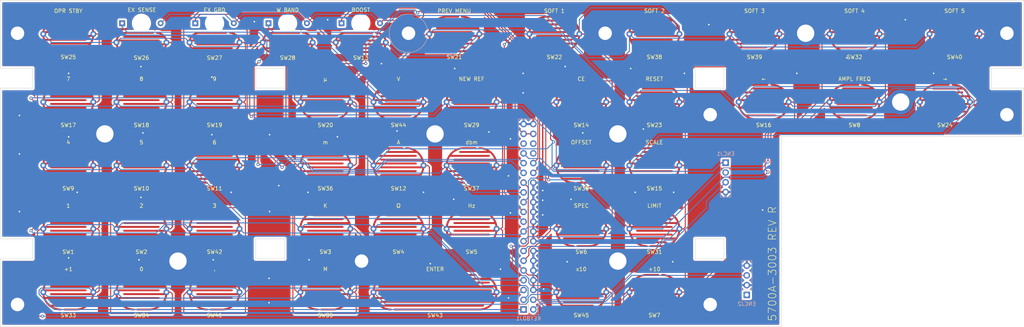
<source format=kicad_pcb>
(kicad_pcb (version 20171130) (host pcbnew "(5.1.6)-1")
  (layers (0 F.Cu signal) (31 B.Cu signal) (34 B.Paste user hide) (35 F.Paste user hide) (36 B.SilkS user) (37 F.SilkS user) (38 B.Mask user) (39 F.Mask user hide) (44 Edge.Cuts user))
  (net 0 "")
  (net 1 GND)
  (net 2 "Net-(KEYBDJ1-Pad36)")
  (net 3 "Net-(KEYBDJ1-Pad35)")
  (net 4 "Net-(KEYBDJ1-Pad34)")
  (net 5 /COL2)
  (net 6 /COL1)
  (net 7 +5V)
  (net 8 /ENCODER+)
  (net 9 /LED2B)
  (net 10 /LED2A)
  (net 11 /LED1B)
  (net 12 /LED1A)
  (net 13 /ROW6)
  (net 14 /ROW5)
  (net 15 /ROW4)
  (net 16 /ROW3)
  (net 17 /ROW2)
  (net 18 /ROW1)
  (net 19 /COL8)
  (net 20 /COL7)
  (net 21 /COL6)
  (net 22 /COL5)
  (net 23 /COL4)
  (net 24 /COL3)
  (net 25 /ENCODERB)
  (net 26 /ENCODERA)
  (net 27 "Net-(ENCJ1-Pad2)")
  (net 28 "Net-(ENCJ2-Pad1)")
  (module 3003:medium-switch (layer F.Cu) (at 170 8.8)
    (fp_text reference SW38 (at 0 6) (layer F.SilkS))
    (fp_text value "SOFT 2" (at 0 -6) (layer F.SilkS))
    (pad 2 thru_hole circle (at 6.5 0) (size 1.524 1.524) (drill 0.762) (layers *.Cu *.Mask) (net 21 /COL6))
    (pad 1 smd custom (at -6.5 0) (size 1.524 1.524) (layers F.Cu F.Paste F.Mask) (net 14 /ROW5) (options (clearance outline) (anchor circle)) (primitives (gr_line (start 11 -2.5) (end 0.8 -2.5) (width 0.5)) (gr_line (start 1.8 3.5) (end 9.5 3.5) (width 0.5)) (gr_line (start 11 -0.5) (end 0 -0.5) (width 0.5)) (gr_line (start 4.5 -4.5) (end 7.5 -4.5) (width 0.5)) (gr_arc (start 4.5 0) (end 4.5 4.5) (angle 180) (width 0.5)) (gr_line (start 0.3 1.5) (end 11 1.5) (width 0.5))))
    (pad 2 smd custom (at 6.5 0) (size 1.524 1.524) (layers F.Cu F.Paste F.Mask) (net 21 /COL6) (options (clearance outline) (anchor circle)) (primitives (gr_line (start 0 0.5) (end -11 0.5) (width 0.5)) (gr_line (start -0.8 2.5) (end -11 2.5) (width 0.5)) (gr_line (start -4.5 4.5) (end -7.5 4.5) (width 0.5)) (gr_line (start -11 -1.5) (end -0.3 -1.5) (width 0.5)) (gr_arc (start -4.5 0) (end -4.5 4.5) (angle -180) (width 0.5)) (gr_line (start -1.8 -3.5) (end -9.5 -3.5) (width 0.5))))
    (pad 1 thru_hole circle (at -6.5 0) (size 1.524 1.524) (drill 0.762) (layers *.Cu *.Mask) (net 14 /ROW5))
  )
  (module 3003:original-led (layer F.Cu) (at 93.7 6)
    (fp_text reference CR4 hide)
    (fp_text value BOOST hide)
    (pad "" np_thru_hole circle (at 0 0) (size 3.999992 3.999992) (drill 3.999992) (layers *.Cu *.Mask))
    (pad 2 thru_hole circle (at 5 0) (size 1.524 1.524) (drill 0.762) (layers *.Cu *.Mask) (net 7 +5V))
    (pad 1 thru_hole rect (at -5 0) (size 1.524 1.524) (drill 0.762) (layers *.Cu *.Mask) (net 11 /LED1B))
  )
  (module 3003:original-led (layer F.Cu) (at 74.7 6)
    (fp_text reference CR3 hide)
    (fp_text value "W BND" hide)
    (pad "" np_thru_hole circle (at 0 0) (size 3.999992 3.999992) (drill 3.999992) (layers *.Cu *.Mask))
    (pad 2 thru_hole circle (at 5 0) (size 1.524 1.524) (drill 0.762) (layers *.Cu *.Mask) (net 7 +5V))
    (pad 1 thru_hole rect (at -5 0) (size 1.524 1.524) (drill 0.762) (layers *.Cu *.Mask) (net 9 /LED2B))
  )
  (module 3003:original-led (layer F.Cu) (at 55.7 6)
    (fp_text reference CR2 hide)
    (fp_text value "EX GRD" hide)
    (pad "" np_thru_hole circle (at 0 0) (size 3.999992 3.999992) (drill 3.999992) (layers *.Cu *.Mask))
    (pad 2 thru_hole circle (at 5 0) (size 1.524 1.524) (drill 0.762) (layers *.Cu *.Mask) (net 7 +5V))
    (pad 1 thru_hole rect (at -5 0) (size 1.524 1.524) (drill 0.762) (layers *.Cu *.Mask) (net 10 /LED2A))
  )
  (module 3003:original-led (layer F.Cu) (at 36.7 6)
    (fp_text reference CR1 hide)
    (fp_text value "EX SNS" hide)
    (pad "" np_thru_hole circle (at 0 0) (size 3.999992 3.999992) (drill 3.999992) (layers *.Cu *.Mask))
    (pad 2 thru_hole circle (at 5 0) (size 1.524 1.524) (drill 0.762) (layers *.Cu *.Mask) (net 7 +5V))
    (pad 1 thru_hole rect (at -5 0) (size 1.524 1.524) (drill 0.762) (layers *.Cu *.Mask) (net 12 /LED1A))
  )
  (module 3003:medium-switch (layer F.Cu) (at 170 76)
    (fp_text reference SW7 (at 0 6) (layer F.SilkS))
    (fp_text value ÷10 (at 0 -6) (layer F.SilkS))
    (pad 2 thru_hole circle (at 6.5 0) (size 1.524 1.524) (drill 0.762) (layers *.Cu *.Mask) (net 20 /COL7))
    (pad 1 smd custom (at -6.5 0) (size 1.524 1.524) (layers F.Cu F.Paste F.Mask) (net 18 /ROW1) (options (clearance outline) (anchor circle)) (primitives (gr_line (start 11 -2.5) (end 0.8 -2.5) (width 0.5)) (gr_line (start 1.8 3.5) (end 9.5 3.5) (width 0.5)) (gr_line (start 11 -0.5) (end 0 -0.5) (width 0.5)) (gr_line (start 4.5 -4.5) (end 7.5 -4.5) (width 0.5)) (gr_arc (start 4.5 0) (end 4.5 4.5) (angle 180) (width 0.5)) (gr_line (start 0.3 1.5) (end 11 1.5) (width 0.5))))
    (pad 2 smd custom (at 6.5 0) (size 1.524 1.524) (layers F.Cu F.Paste F.Mask) (net 20 /COL7) (options (clearance outline) (anchor circle)) (primitives (gr_line (start 0 0.5) (end -11 0.5) (width 0.5)) (gr_line (start -0.8 2.5) (end -11 2.5) (width 0.5)) (gr_line (start -4.5 4.5) (end -7.5 4.5) (width 0.5)) (gr_line (start -11 -1.5) (end -0.3 -1.5) (width 0.5)) (gr_arc (start -4.5 0) (end -4.5 4.5) (angle -180) (width 0.5)) (gr_line (start -1.8 -3.5) (end -9.5 -3.5) (width 0.5))))
    (pad 1 thru_hole circle (at -6.5 0) (size 1.524 1.524) (drill 0.762) (layers *.Cu *.Mask) (net 18 /ROW1))
  )
  (module 3003:medium-switch (layer F.Cu) (at 222 26.5)
    (fp_text reference SW8 (at 0 6) (layer F.SilkS))
    (fp_text value "AMPL FREQ" (at 0 -6) (layer F.SilkS))
    (pad 2 thru_hole circle (at 6.5 0) (size 1.524 1.524) (drill 0.762) (layers *.Cu *.Mask) (net 19 /COL8))
    (pad 1 smd custom (at -6.5 0) (size 1.524 1.524) (layers F.Cu F.Paste F.Mask) (net 18 /ROW1) (options (clearance outline) (anchor circle)) (primitives (gr_line (start 11 -2.5) (end 0.8 -2.5) (width 0.5)) (gr_line (start 1.8 3.5) (end 9.5 3.5) (width 0.5)) (gr_line (start 11 -0.5) (end 0 -0.5) (width 0.5)) (gr_line (start 4.5 -4.5) (end 7.5 -4.5) (width 0.5)) (gr_arc (start 4.5 0) (end 4.5 4.5) (angle 180) (width 0.5)) (gr_line (start 0.3 1.5) (end 11 1.5) (width 0.5))))
    (pad 2 smd custom (at 6.5 0) (size 1.524 1.524) (layers F.Cu F.Paste F.Mask) (net 19 /COL8) (options (clearance outline) (anchor circle)) (primitives (gr_line (start 0 0.5) (end -11 0.5) (width 0.5)) (gr_line (start -0.8 2.5) (end -11 2.5) (width 0.5)) (gr_line (start -4.5 4.5) (end -7.5 4.5) (width 0.5)) (gr_line (start -11 -1.5) (end -0.3 -1.5) (width 0.5)) (gr_arc (start -4.5 0) (end -4.5 4.5) (angle -180) (width 0.5)) (gr_line (start -1.8 -3.5) (end -9.5 -3.5) (width 0.5))))
    (pad 1 thru_hole circle (at -6.5 0) (size 1.524 1.524) (drill 0.762) (layers *.Cu *.Mask) (net 18 /ROW1))
  )
  (module 3003:medium-switch (layer F.Cu) (at 103.5 59.5)
    (fp_text reference SW4 (at 0 6) (layer F.SilkS))
    (fp_text value Ω (at 0 -6) (layer F.SilkS))
    (pad 2 thru_hole circle (at 6.5 0) (size 1.524 1.524) (drill 0.762) (layers *.Cu *.Mask) (net 23 /COL4))
    (pad 1 smd custom (at -6.5 0) (size 1.524 1.524) (layers F.Cu F.Paste F.Mask) (net 18 /ROW1) (options (clearance outline) (anchor circle)) (primitives (gr_line (start 11 -2.5) (end 0.8 -2.5) (width 0.5)) (gr_line (start 1.8 3.5) (end 9.5 3.5) (width 0.5)) (gr_line (start 11 -0.5) (end 0 -0.5) (width 0.5)) (gr_line (start 4.5 -4.5) (end 7.5 -4.5) (width 0.5)) (gr_arc (start 4.5 0) (end 4.5 4.5) (angle 180) (width 0.5)) (gr_line (start 0.3 1.5) (end 11 1.5) (width 0.5))))
    (pad 2 smd custom (at 6.5 0) (size 1.524 1.524) (layers F.Cu F.Paste F.Mask) (net 23 /COL4) (options (clearance outline) (anchor circle)) (primitives (gr_line (start 0 0.5) (end -11 0.5) (width 0.5)) (gr_line (start -0.8 2.5) (end -11 2.5) (width 0.5)) (gr_line (start -4.5 4.5) (end -7.5 4.5) (width 0.5)) (gr_line (start -11 -1.5) (end -0.3 -1.5) (width 0.5)) (gr_arc (start -4.5 0) (end -4.5 4.5) (angle -180) (width 0.5)) (gr_line (start -1.8 -3.5) (end -9.5 -3.5) (width 0.5))))
    (pad 1 thru_hole circle (at -6.5 0) (size 1.524 1.524) (drill 0.762) (layers *.Cu *.Mask) (net 18 /ROW1))
  )
  (module 3003:medium-switch (layer F.Cu) (at 17.7 43)
    (fp_text reference SW9 (at 0 6) (layer F.SilkS))
    (fp_text value 4 (at 0 -6) (layer F.SilkS))
    (pad 2 thru_hole circle (at 6.5 0) (size 1.524 1.524) (drill 0.762) (layers *.Cu *.Mask) (net 6 /COL1))
    (pad 1 smd custom (at -6.5 0) (size 1.524 1.524) (layers F.Cu F.Paste F.Mask) (net 17 /ROW2) (options (clearance outline) (anchor circle)) (primitives (gr_line (start 11 -2.5) (end 0.8 -2.5) (width 0.5)) (gr_line (start 1.8 3.5) (end 9.5 3.5) (width 0.5)) (gr_line (start 11 -0.5) (end 0 -0.5) (width 0.5)) (gr_line (start 4.5 -4.5) (end 7.5 -4.5) (width 0.5)) (gr_arc (start 4.5 0) (end 4.5 4.5) (angle 180) (width 0.5)) (gr_line (start 0.3 1.5) (end 11 1.5) (width 0.5))))
    (pad 2 smd custom (at 6.5 0) (size 1.524 1.524) (layers F.Cu F.Paste F.Mask) (net 6 /COL1) (options (clearance outline) (anchor circle)) (primitives (gr_line (start 0 0.5) (end -11 0.5) (width 0.5)) (gr_line (start -0.8 2.5) (end -11 2.5) (width 0.5)) (gr_line (start -4.5 4.5) (end -7.5 4.5) (width 0.5)) (gr_line (start -11 -1.5) (end -0.3 -1.5) (width 0.5)) (gr_arc (start -4.5 0) (end -4.5 4.5) (angle -180) (width 0.5)) (gr_line (start -1.8 -3.5) (end -9.5 -3.5) (width 0.5))))
    (pad 1 thru_hole circle (at -6.5 0) (size 1.524 1.524) (drill 0.762) (layers *.Cu *.Mask) (net 17 /ROW2))
  )
  (module 3003:medium-switch (layer F.Cu) (at 103.5 43)
    (fp_text reference SW12 (at 0 6) (layer F.SilkS))
    (fp_text value A (at 0 -6) (layer F.SilkS))
    (pad 2 thru_hole circle (at 6.5 0) (size 1.524 1.524) (drill 0.762) (layers *.Cu *.Mask) (net 23 /COL4))
    (pad 1 smd custom (at -6.5 0) (size 1.524 1.524) (layers F.Cu F.Paste F.Mask) (net 17 /ROW2) (options (clearance outline) (anchor circle)) (primitives (gr_line (start 11 -2.5) (end 0.8 -2.5) (width 0.5)) (gr_line (start 1.8 3.5) (end 9.5 3.5) (width 0.5)) (gr_line (start 11 -0.5) (end 0 -0.5) (width 0.5)) (gr_line (start 4.5 -4.5) (end 7.5 -4.5) (width 0.5)) (gr_arc (start 4.5 0) (end 4.5 4.5) (angle 180) (width 0.5)) (gr_line (start 0.3 1.5) (end 11 1.5) (width 0.5))))
    (pad 2 smd custom (at 6.5 0) (size 1.524 1.524) (layers F.Cu F.Paste F.Mask) (net 23 /COL4) (options (clearance outline) (anchor circle)) (primitives (gr_line (start 0 0.5) (end -11 0.5) (width 0.5)) (gr_line (start -0.8 2.5) (end -11 2.5) (width 0.5)) (gr_line (start -4.5 4.5) (end -7.5 4.5) (width 0.5)) (gr_line (start -11 -1.5) (end -0.3 -1.5) (width 0.5)) (gr_arc (start -4.5 0) (end -4.5 4.5) (angle -180) (width 0.5)) (gr_line (start -1.8 -3.5) (end -9.5 -3.5) (width 0.5))))
    (pad 1 thru_hole circle (at -6.5 0) (size 1.524 1.524) (drill 0.762) (layers *.Cu *.Mask) (net 17 /ROW2))
  )
  (module 3003:medium-switch (layer F.Cu) (at 36.7 43)
    (fp_text reference SW10 (at 0 6) (layer F.SilkS))
    (fp_text value 5 (at 0 -6) (layer F.SilkS))
    (pad 2 thru_hole circle (at 6.5 0) (size 1.524 1.524) (drill 0.762) (layers *.Cu *.Mask) (net 5 /COL2))
    (pad 1 smd custom (at -6.5 0) (size 1.524 1.524) (layers F.Cu F.Paste F.Mask) (net 17 /ROW2) (options (clearance outline) (anchor circle)) (primitives (gr_line (start 11 -2.5) (end 0.8 -2.5) (width 0.5)) (gr_line (start 1.8 3.5) (end 9.5 3.5) (width 0.5)) (gr_line (start 11 -0.5) (end 0 -0.5) (width 0.5)) (gr_line (start 4.5 -4.5) (end 7.5 -4.5) (width 0.5)) (gr_arc (start 4.5 0) (end 4.5 4.5) (angle 180) (width 0.5)) (gr_line (start 0.3 1.5) (end 11 1.5) (width 0.5))))
    (pad 2 smd custom (at 6.5 0) (size 1.524 1.524) (layers F.Cu F.Paste F.Mask) (net 5 /COL2) (options (clearance outline) (anchor circle)) (primitives (gr_line (start 0 0.5) (end -11 0.5) (width 0.5)) (gr_line (start -0.8 2.5) (end -11 2.5) (width 0.5)) (gr_line (start -4.5 4.5) (end -7.5 4.5) (width 0.5)) (gr_line (start -11 -1.5) (end -0.3 -1.5) (width 0.5)) (gr_arc (start -4.5 0) (end -4.5 4.5) (angle -180) (width 0.5)) (gr_line (start -1.8 -3.5) (end -9.5 -3.5) (width 0.5))))
    (pad 1 thru_hole circle (at -6.5 0) (size 1.524 1.524) (drill 0.762) (layers *.Cu *.Mask) (net 17 /ROW2))
  )
  (module 3003:medium-switch (layer F.Cu) (at 151 59.5)
    (fp_text reference SW6 (at 0 6) (layer F.SilkS))
    (fp_text value SPEC (at 0 -6) (layer F.SilkS))
    (pad 2 thru_hole circle (at 6.5 0) (size 1.524 1.524) (drill 0.762) (layers *.Cu *.Mask) (net 21 /COL6))
    (pad 1 smd custom (at -6.5 0) (size 1.524 1.524) (layers F.Cu F.Paste F.Mask) (net 18 /ROW1) (options (clearance outline) (anchor circle)) (primitives (gr_line (start 11 -2.5) (end 0.8 -2.5) (width 0.5)) (gr_line (start 1.8 3.5) (end 9.5 3.5) (width 0.5)) (gr_line (start 11 -0.5) (end 0 -0.5) (width 0.5)) (gr_line (start 4.5 -4.5) (end 7.5 -4.5) (width 0.5)) (gr_arc (start 4.5 0) (end 4.5 4.5) (angle 180) (width 0.5)) (gr_line (start 0.3 1.5) (end 11 1.5) (width 0.5))))
    (pad 2 smd custom (at 6.5 0) (size 1.524 1.524) (layers F.Cu F.Paste F.Mask) (net 21 /COL6) (options (clearance outline) (anchor circle)) (primitives (gr_line (start 0 0.5) (end -11 0.5) (width 0.5)) (gr_line (start -0.8 2.5) (end -11 2.5) (width 0.5)) (gr_line (start -4.5 4.5) (end -7.5 4.5) (width 0.5)) (gr_line (start -11 -1.5) (end -0.3 -1.5) (width 0.5)) (gr_arc (start -4.5 0) (end -4.5 4.5) (angle -180) (width 0.5)) (gr_line (start -1.8 -3.5) (end -9.5 -3.5) (width 0.5))))
    (pad 1 thru_hole circle (at -6.5 0) (size 1.524 1.524) (drill 0.762) (layers *.Cu *.Mask) (net 18 /ROW1))
  )
  (module 3003:medium-switch (layer F.Cu) (at 55.7 43)
    (fp_text reference SW11 (at 0 6) (layer F.SilkS))
    (fp_text value 6 (at 0 -6) (layer F.SilkS))
    (pad 2 thru_hole circle (at 6.5 0) (size 1.524 1.524) (drill 0.762) (layers *.Cu *.Mask) (net 24 /COL3))
    (pad 1 smd custom (at -6.5 0) (size 1.524 1.524) (layers F.Cu F.Paste F.Mask) (net 17 /ROW2) (options (clearance outline) (anchor circle)) (primitives (gr_line (start 11 -2.5) (end 0.8 -2.5) (width 0.5)) (gr_line (start 1.8 3.5) (end 9.5 3.5) (width 0.5)) (gr_line (start 11 -0.5) (end 0 -0.5) (width 0.5)) (gr_line (start 4.5 -4.5) (end 7.5 -4.5) (width 0.5)) (gr_arc (start 4.5 0) (end 4.5 4.5) (angle 180) (width 0.5)) (gr_line (start 0.3 1.5) (end 11 1.5) (width 0.5))))
    (pad 2 smd custom (at 6.5 0) (size 1.524 1.524) (layers F.Cu F.Paste F.Mask) (net 24 /COL3) (options (clearance outline) (anchor circle)) (primitives (gr_line (start 0 0.5) (end -11 0.5) (width 0.5)) (gr_line (start -0.8 2.5) (end -11 2.5) (width 0.5)) (gr_line (start -4.5 4.5) (end -7.5 4.5) (width 0.5)) (gr_line (start -11 -1.5) (end -0.3 -1.5) (width 0.5)) (gr_arc (start -4.5 0) (end -4.5 4.5) (angle -180) (width 0.5)) (gr_line (start -1.8 -3.5) (end -9.5 -3.5) (width 0.5))))
    (pad 1 thru_hole circle (at -6.5 0) (size 1.524 1.524) (drill 0.762) (layers *.Cu *.Mask) (net 17 /ROW2))
  )
  (module 3003:medium-switch (layer F.Cu) (at 122.5 59.5)
    (fp_text reference SW5 (at 0 6) (layer F.SilkS))
    (fp_text value Hz (at 0 -6) (layer F.SilkS))
    (pad 2 thru_hole circle (at 6.5 0) (size 1.524 1.524) (drill 0.762) (layers *.Cu *.Mask) (net 22 /COL5))
    (pad 1 smd custom (at -6.5 0) (size 1.524 1.524) (layers F.Cu F.Paste F.Mask) (net 18 /ROW1) (options (clearance outline) (anchor circle)) (primitives (gr_line (start 11 -2.5) (end 0.8 -2.5) (width 0.5)) (gr_line (start 1.8 3.5) (end 9.5 3.5) (width 0.5)) (gr_line (start 11 -0.5) (end 0 -0.5) (width 0.5)) (gr_line (start 4.5 -4.5) (end 7.5 -4.5) (width 0.5)) (gr_arc (start 4.5 0) (end 4.5 4.5) (angle 180) (width 0.5)) (gr_line (start 0.3 1.5) (end 11 1.5) (width 0.5))))
    (pad 2 smd custom (at 6.5 0) (size 1.524 1.524) (layers F.Cu F.Paste F.Mask) (net 22 /COL5) (options (clearance outline) (anchor circle)) (primitives (gr_line (start 0 0.5) (end -11 0.5) (width 0.5)) (gr_line (start -0.8 2.5) (end -11 2.5) (width 0.5)) (gr_line (start -4.5 4.5) (end -7.5 4.5) (width 0.5)) (gr_line (start -11 -1.5) (end -0.3 -1.5) (width 0.5)) (gr_arc (start -4.5 0) (end -4.5 4.5) (angle -180) (width 0.5)) (gr_line (start -1.8 -3.5) (end -9.5 -3.5) (width 0.5))))
    (pad 1 thru_hole circle (at -6.5 0) (size 1.524 1.524) (drill 0.762) (layers *.Cu *.Mask) (net 18 /ROW1))
  )
  (module Connector_PinHeader_2.54mm:PinHeader_1x04_P2.54mm_Vertical (layer B.Cu) (at 188.5 42.3 180)
    (fp_text reference ENCJ1 (at 0 2.33) (layer B.SilkS) (effects (justify mirror)))
    (fp_text value Conn_01x04)
    (pad 4 thru_hole oval (at 0 -7.62 180) (size 1.7 1.7) (drill 1) (layers *.Cu *.Mask) (net 1 GND))
    (pad 3 thru_hole oval (at 0 -5.08 180) (size 1.7 1.7) (drill 1) (layers *.Cu *.Mask) (net 25 /ENCODERB))
    (pad 2 thru_hole oval (at 0 -2.54 180) (size 1.7 1.7) (drill 1) (layers *.Cu *.Mask) (net 27 "Net-(ENCJ1-Pad2)"))
    (pad 1 thru_hole rect (at 0 0 180) (size 1.7 1.7) (drill 1) (layers *.Cu *.Mask) (net 8 /ENCODER+))
  )
  (module Connector_PinHeader_2.54mm:PinHeader_1x04_P2.54mm_Vertical (layer B.Cu) (at 194 76.7)
    (fp_text reference ENCJ2 (at 0 2.33) (layer B.SilkS) (effects (justify mirror)))
    (fp_text value Conn_01x04)
    (pad 4 thru_hole oval (at 0 -7.62) (size 1.7 1.7) (drill 1) (layers *.Cu *.Mask) (net 1 GND))
    (pad 3 thru_hole oval (at 0 -5.08) (size 1.7 1.7) (drill 1) (layers *.Cu *.Mask) (net 26 /ENCODERA))
    (pad 2 thru_hole oval (at 0 -2.54) (size 1.7 1.7) (drill 1) (layers *.Cu *.Mask) (net 1 GND))
    (pad 1 thru_hole rect (at 0 0) (size 1.7 1.7) (drill 1) (layers *.Cu *.Mask) (net 28 "Net-(ENCJ2-Pad1)"))
  )
  (module 3003:medium-switch (layer F.Cu) (at 17.7 26.5)
    (fp_text reference SW17 (at 0 6) (layer F.SilkS))
    (fp_text value 7 (at 0 -6) (layer F.SilkS))
    (pad 2 thru_hole circle (at 6.5 0) (size 1.524 1.524) (drill 0.762) (layers *.Cu *.Mask) (net 6 /COL1))
    (pad 1 smd custom (at -6.5 0) (size 1.524 1.524) (layers F.Cu F.Paste F.Mask) (net 16 /ROW3) (options (clearance outline) (anchor circle)) (primitives (gr_line (start 11 -2.5) (end 0.8 -2.5) (width 0.5)) (gr_line (start 1.8 3.5) (end 9.5 3.5) (width 0.5)) (gr_line (start 11 -0.5) (end 0 -0.5) (width 0.5)) (gr_line (start 4.5 -4.5) (end 7.5 -4.5) (width 0.5)) (gr_arc (start 4.5 0) (end 4.5 4.5) (angle 180) (width 0.5)) (gr_line (start 0.3 1.5) (end 11 1.5) (width 0.5))))
    (pad 2 smd custom (at 6.5 0) (size 1.524 1.524) (layers F.Cu F.Paste F.Mask) (net 6 /COL1) (options (clearance outline) (anchor circle)) (primitives (gr_line (start 0 0.5) (end -11 0.5) (width 0.5)) (gr_line (start -0.8 2.5) (end -11 2.5) (width 0.5)) (gr_line (start -4.5 4.5) (end -7.5 4.5) (width 0.5)) (gr_line (start -11 -1.5) (end -0.3 -1.5) (width 0.5)) (gr_arc (start -4.5 0) (end -4.5 4.5) (angle -180) (width 0.5)) (gr_line (start -1.8 -3.5) (end -9.5 -3.5) (width 0.5))))
    (pad 1 thru_hole circle (at -6.5 0) (size 1.524 1.524) (drill 0.762) (layers *.Cu *.Mask) (net 16 /ROW3))
  )
  (module 3003:small-switch (layer F.Cu) (at 93.7 11)
    (fp_text reference SW13 (at 0 4) (layer F.SilkS))
    (fp_text value BOOST (at 0 -8.46) (layer F.SilkS))
    (pad 1 thru_hole circle (at -6.5 0) (size 1.524 1.524) (drill 0.762) (layers *.Cu *.Mask) (net 17 /ROW2))
    (pad 2 thru_hole circle (at 6.5 0) (size 1.524 1.524) (drill 0.762) (layers *.Cu *.Mask) (net 22 /COL5))
    (pad 2 smd custom (at 6.5 0) (size 1.524 1.524) (layers F.Cu F.Paste F.Mask) (net 22 /COL5) (options (clearance outline) (anchor circle)) (primitives (gr_line (start -2.5 2.5) (end -9.5 2.5) (width 0.5)) (gr_line (start 0 0.5) (end -11 0.5) (width 0.5)) (gr_arc (start -2.5 0) (end -2.5 2.5) (angle -180) (width 0.5)) (gr_line (start -11 -1.5) (end -0.5 -1.5) (width 0.5))))
    (pad 1 smd custom (at -6.5 0) (size 1.524 1.524) (layers F.Cu F.Paste F.Mask) (net 17 /ROW2) (options (clearance outline) (anchor circle)) (primitives (gr_line (start 9.5 -2.5) (end 2.5 -2.5) (width 0.5)) (gr_line (start 0.5 1.5) (end 11 1.5) (width 0.5)) (gr_line (start 11 -0.5) (end 0 -0.5) (width 0.5)) (gr_arc (start 2.5 0) (end 2.5 2.5) (angle 180) (width 0.5))))
  )
  (module 3003:medium-switch (layer F.Cu) (at 151 26.5)
    (fp_text reference SW14 (at 0 6) (layer F.SilkS))
    (fp_text value CE (at 0 -6) (layer F.SilkS))
    (pad 2 thru_hole circle (at 6.5 0) (size 1.524 1.524) (drill 0.762) (layers *.Cu *.Mask) (net 21 /COL6))
    (pad 1 smd custom (at -6.5 0) (size 1.524 1.524) (layers F.Cu F.Paste F.Mask) (net 17 /ROW2) (options (clearance outline) (anchor circle)) (primitives (gr_line (start 11 -2.5) (end 0.8 -2.5) (width 0.5)) (gr_line (start 1.8 3.5) (end 9.5 3.5) (width 0.5)) (gr_line (start 11 -0.5) (end 0 -0.5) (width 0.5)) (gr_line (start 4.5 -4.5) (end 7.5 -4.5) (width 0.5)) (gr_arc (start 4.5 0) (end 4.5 4.5) (angle 180) (width 0.5)) (gr_line (start 0.3 1.5) (end 11 1.5) (width 0.5))))
    (pad 2 smd custom (at 6.5 0) (size 1.524 1.524) (layers F.Cu F.Paste F.Mask) (net 21 /COL6) (options (clearance outline) (anchor circle)) (primitives (gr_line (start 0 0.5) (end -11 0.5) (width 0.5)) (gr_line (start -0.8 2.5) (end -11 2.5) (width 0.5)) (gr_line (start -4.5 4.5) (end -7.5 4.5) (width 0.5)) (gr_line (start -11 -1.5) (end -0.3 -1.5) (width 0.5)) (gr_arc (start -4.5 0) (end -4.5 4.5) (angle -180) (width 0.5)) (gr_line (start -1.8 -3.5) (end -9.5 -3.5) (width 0.5))))
    (pad 1 thru_hole circle (at -6.5 0) (size 1.524 1.524) (drill 0.762) (layers *.Cu *.Mask) (net 17 /ROW2))
  )
  (module 3003:medium-switch (layer F.Cu) (at 36.7 26.5)
    (fp_text reference SW18 (at 0 6) (layer F.SilkS))
    (fp_text value 8 (at 0 -6) (layer F.SilkS))
    (pad 2 thru_hole circle (at 6.5 0) (size 1.524 1.524) (drill 0.762) (layers *.Cu *.Mask) (net 5 /COL2))
    (pad 1 smd custom (at -6.5 0) (size 1.524 1.524) (layers F.Cu F.Paste F.Mask) (net 16 /ROW3) (options (clearance outline) (anchor circle)) (primitives (gr_line (start 11 -2.5) (end 0.8 -2.5) (width 0.5)) (gr_line (start 1.8 3.5) (end 9.5 3.5) (width 0.5)) (gr_line (start 11 -0.5) (end 0 -0.5) (width 0.5)) (gr_line (start 4.5 -4.5) (end 7.5 -4.5) (width 0.5)) (gr_arc (start 4.5 0) (end 4.5 4.5) (angle 180) (width 0.5)) (gr_line (start 0.3 1.5) (end 11 1.5) (width 0.5))))
    (pad 2 smd custom (at 6.5 0) (size 1.524 1.524) (layers F.Cu F.Paste F.Mask) (net 5 /COL2) (options (clearance outline) (anchor circle)) (primitives (gr_line (start 0 0.5) (end -11 0.5) (width 0.5)) (gr_line (start -0.8 2.5) (end -11 2.5) (width 0.5)) (gr_line (start -4.5 4.5) (end -7.5 4.5) (width 0.5)) (gr_line (start -11 -1.5) (end -0.3 -1.5) (width 0.5)) (gr_arc (start -4.5 0) (end -4.5 4.5) (angle -180) (width 0.5)) (gr_line (start -1.8 -3.5) (end -9.5 -3.5) (width 0.5))))
    (pad 1 thru_hole circle (at -6.5 0) (size 1.524 1.524) (drill 0.762) (layers *.Cu *.Mask) (net 16 /ROW3))
  )
  (module 3003:medium-switch (layer F.Cu) (at 55.7 26.5)
    (fp_text reference SW19 (at 0 6) (layer F.SilkS))
    (fp_text value 9 (at 0 -6) (layer F.SilkS))
    (pad 2 thru_hole circle (at 6.5 0) (size 1.524 1.524) (drill 0.762) (layers *.Cu *.Mask) (net 24 /COL3))
    (pad 1 smd custom (at -6.5 0) (size 1.524 1.524) (layers F.Cu F.Paste F.Mask) (net 16 /ROW3) (options (clearance outline) (anchor circle)) (primitives (gr_line (start 11 -2.5) (end 0.8 -2.5) (width 0.5)) (gr_line (start 1.8 3.5) (end 9.5 3.5) (width 0.5)) (gr_line (start 11 -0.5) (end 0 -0.5) (width 0.5)) (gr_line (start 4.5 -4.5) (end 7.5 -4.5) (width 0.5)) (gr_arc (start 4.5 0) (end 4.5 4.5) (angle 180) (width 0.5)) (gr_line (start 0.3 1.5) (end 11 1.5) (width 0.5))))
    (pad 2 smd custom (at 6.5 0) (size 1.524 1.524) (layers F.Cu F.Paste F.Mask) (net 24 /COL3) (options (clearance outline) (anchor circle)) (primitives (gr_line (start 0 0.5) (end -11 0.5) (width 0.5)) (gr_line (start -0.8 2.5) (end -11 2.5) (width 0.5)) (gr_line (start -4.5 4.5) (end -7.5 4.5) (width 0.5)) (gr_line (start -11 -1.5) (end -0.3 -1.5) (width 0.5)) (gr_arc (start -4.5 0) (end -4.5 4.5) (angle -180) (width 0.5)) (gr_line (start -1.8 -3.5) (end -9.5 -3.5) (width 0.5))))
    (pad 1 thru_hole circle (at -6.5 0) (size 1.524 1.524) (drill 0.762) (layers *.Cu *.Mask) (net 16 /ROW3))
  )
  (module 3003:medium-switch (layer F.Cu) (at 84.5 26.5)
    (fp_text reference SW20 (at 0 6) (layer F.SilkS))
    (fp_text value µ (at 0 -6) (layer F.SilkS))
    (pad 2 thru_hole circle (at 6.5 0) (size 1.524 1.524) (drill 0.762) (layers *.Cu *.Mask) (net 23 /COL4))
    (pad 1 smd custom (at -6.5 0) (size 1.524 1.524) (layers F.Cu F.Paste F.Mask) (net 16 /ROW3) (options (clearance outline) (anchor circle)) (primitives (gr_line (start 11 -2.5) (end 0.8 -2.5) (width 0.5)) (gr_line (start 1.8 3.5) (end 9.5 3.5) (width 0.5)) (gr_line (start 11 -0.5) (end 0 -0.5) (width 0.5)) (gr_line (start 4.5 -4.5) (end 7.5 -4.5) (width 0.5)) (gr_arc (start 4.5 0) (end 4.5 4.5) (angle 180) (width 0.5)) (gr_line (start 0.3 1.5) (end 11 1.5) (width 0.5))))
    (pad 2 smd custom (at 6.5 0) (size 1.524 1.524) (layers F.Cu F.Paste F.Mask) (net 23 /COL4) (options (clearance outline) (anchor circle)) (primitives (gr_line (start 0 0.5) (end -11 0.5) (width 0.5)) (gr_line (start -0.8 2.5) (end -11 2.5) (width 0.5)) (gr_line (start -4.5 4.5) (end -7.5 4.5) (width 0.5)) (gr_line (start -11 -1.5) (end -0.3 -1.5) (width 0.5)) (gr_arc (start -4.5 0) (end -4.5 4.5) (angle -180) (width 0.5)) (gr_line (start -1.8 -3.5) (end -9.5 -3.5) (width 0.5))))
    (pad 1 thru_hole circle (at -6.5 0) (size 1.524 1.524) (drill 0.762) (layers *.Cu *.Mask) (net 16 /ROW3))
  )
  (module 3003:medium-switch (layer F.Cu) (at 198.4 26.5)
    (fp_text reference SW16 (at 0 6) (layer F.SilkS))
    (fp_text value ← (at 0 -6) (layer F.SilkS))
    (pad 2 thru_hole circle (at 6.5 0) (size 1.524 1.524) (drill 0.762) (layers *.Cu *.Mask) (net 19 /COL8))
    (pad 1 smd custom (at -6.5 0) (size 1.524 1.524) (layers F.Cu F.Paste F.Mask) (net 17 /ROW2) (options (clearance outline) (anchor circle)) (primitives (gr_line (start 11 -2.5) (end 0.8 -2.5) (width 0.5)) (gr_line (start 1.8 3.5) (end 9.5 3.5) (width 0.5)) (gr_line (start 11 -0.5) (end 0 -0.5) (width 0.5)) (gr_line (start 4.5 -4.5) (end 7.5 -4.5) (width 0.5)) (gr_arc (start 4.5 0) (end 4.5 4.5) (angle 180) (width 0.5)) (gr_line (start 0.3 1.5) (end 11 1.5) (width 0.5))))
    (pad 2 smd custom (at 6.5 0) (size 1.524 1.524) (layers F.Cu F.Paste F.Mask) (net 19 /COL8) (options (clearance outline) (anchor circle)) (primitives (gr_line (start 0 0.5) (end -11 0.5) (width 0.5)) (gr_line (start -0.8 2.5) (end -11 2.5) (width 0.5)) (gr_line (start -4.5 4.5) (end -7.5 4.5) (width 0.5)) (gr_line (start -11 -1.5) (end -0.3 -1.5) (width 0.5)) (gr_arc (start -4.5 0) (end -4.5 4.5) (angle -180) (width 0.5)) (gr_line (start -1.8 -3.5) (end -9.5 -3.5) (width 0.5))))
    (pad 1 thru_hole circle (at -6.5 0) (size 1.524 1.524) (drill 0.762) (layers *.Cu *.Mask) (net 17 /ROW2))
  )
  (module 3003:medium-switch (layer F.Cu) (at 170 43)
    (fp_text reference SW15 (at 0 6) (layer F.SilkS))
    (fp_text value SCALE (at 0 -6) (layer F.SilkS))
    (pad 2 thru_hole circle (at 6.5 0) (size 1.524 1.524) (drill 0.762) (layers *.Cu *.Mask) (net 20 /COL7))
    (pad 1 smd custom (at -6.5 0) (size 1.524 1.524) (layers F.Cu F.Paste F.Mask) (net 17 /ROW2) (options (clearance outline) (anchor circle)) (primitives (gr_line (start 11 -2.5) (end 0.8 -2.5) (width 0.5)) (gr_line (start 1.8 3.5) (end 9.5 3.5) (width 0.5)) (gr_line (start 11 -0.5) (end 0 -0.5) (width 0.5)) (gr_line (start 4.5 -4.5) (end 7.5 -4.5) (width 0.5)) (gr_arc (start 4.5 0) (end 4.5 4.5) (angle 180) (width 0.5)) (gr_line (start 0.3 1.5) (end 11 1.5) (width 0.5))))
    (pad 2 smd custom (at 6.5 0) (size 1.524 1.524) (layers F.Cu F.Paste F.Mask) (net 20 /COL7) (options (clearance outline) (anchor circle)) (primitives (gr_line (start 0 0.5) (end -11 0.5) (width 0.5)) (gr_line (start -0.8 2.5) (end -11 2.5) (width 0.5)) (gr_line (start -4.5 4.5) (end -7.5 4.5) (width 0.5)) (gr_line (start -11 -1.5) (end -0.3 -1.5) (width 0.5)) (gr_arc (start -4.5 0) (end -4.5 4.5) (angle -180) (width 0.5)) (gr_line (start -1.8 -3.5) (end -9.5 -3.5) (width 0.5))))
    (pad 1 thru_hole circle (at -6.5 0) (size 1.524 1.524) (drill 0.762) (layers *.Cu *.Mask) (net 17 /ROW2))
  )
  (module 3003:medium-switch (layer F.Cu) (at 118 8.8)
    (fp_text reference SW21 (at 0 6) (layer F.SilkS))
    (fp_text value "PREV MENU" (at 0 -6) (layer F.SilkS))
    (pad 2 thru_hole circle (at 6.5 0) (size 1.524 1.524) (drill 0.762) (layers *.Cu *.Mask) (net 22 /COL5))
    (pad 1 smd custom (at -6.5 0) (size 1.524 1.524) (layers F.Cu F.Paste F.Mask) (net 16 /ROW3) (options (clearance outline) (anchor circle)) (primitives (gr_line (start 11 -2.5) (end 0.8 -2.5) (width 0.5)) (gr_line (start 1.8 3.5) (end 9.5 3.5) (width 0.5)) (gr_line (start 11 -0.5) (end 0 -0.5) (width 0.5)) (gr_line (start 4.5 -4.5) (end 7.5 -4.5) (width 0.5)) (gr_arc (start 4.5 0) (end 4.5 4.5) (angle 180) (width 0.5)) (gr_line (start 0.3 1.5) (end 11 1.5) (width 0.5))))
    (pad 2 smd custom (at 6.5 0) (size 1.524 1.524) (layers F.Cu F.Paste F.Mask) (net 22 /COL5) (options (clearance outline) (anchor circle)) (primitives (gr_line (start 0 0.5) (end -11 0.5) (width 0.5)) (gr_line (start -0.8 2.5) (end -11 2.5) (width 0.5)) (gr_line (start -4.5 4.5) (end -7.5 4.5) (width 0.5)) (gr_line (start -11 -1.5) (end -0.3 -1.5) (width 0.5)) (gr_arc (start -4.5 0) (end -4.5 4.5) (angle -180) (width 0.5)) (gr_line (start -1.8 -3.5) (end -9.5 -3.5) (width 0.5))))
    (pad 1 thru_hole circle (at -6.5 0) (size 1.524 1.524) (drill 0.762) (layers *.Cu *.Mask) (net 16 /ROW3))
  )
  (module 3003:medium-switch (layer F.Cu) (at 144 8.8)
    (fp_text reference SW22 (at 0 6) (layer F.SilkS))
    (fp_text value "SOFT 1" (at 0 -6) (layer F.SilkS))
    (pad 2 thru_hole circle (at 6.5 0) (size 1.524 1.524) (drill 0.762) (layers *.Cu *.Mask) (net 21 /COL6))
    (pad 1 smd custom (at -6.5 0) (size 1.524 1.524) (layers F.Cu F.Paste F.Mask) (net 16 /ROW3) (options (clearance outline) (anchor circle)) (primitives (gr_line (start 11 -2.5) (end 0.8 -2.5) (width 0.5)) (gr_line (start 1.8 3.5) (end 9.5 3.5) (width 0.5)) (gr_line (start 11 -0.5) (end 0 -0.5) (width 0.5)) (gr_line (start 4.5 -4.5) (end 7.5 -4.5) (width 0.5)) (gr_arc (start 4.5 0) (end 4.5 4.5) (angle 180) (width 0.5)) (gr_line (start 0.3 1.5) (end 11 1.5) (width 0.5))))
    (pad 2 smd custom (at 6.5 0) (size 1.524 1.524) (layers F.Cu F.Paste F.Mask) (net 21 /COL6) (options (clearance outline) (anchor circle)) (primitives (gr_line (start 0 0.5) (end -11 0.5) (width 0.5)) (gr_line (start -0.8 2.5) (end -11 2.5) (width 0.5)) (gr_line (start -4.5 4.5) (end -7.5 4.5) (width 0.5)) (gr_line (start -11 -1.5) (end -0.3 -1.5) (width 0.5)) (gr_arc (start -4.5 0) (end -4.5 4.5) (angle -180) (width 0.5)) (gr_line (start -1.8 -3.5) (end -9.5 -3.5) (width 0.5))))
    (pad 1 thru_hole circle (at -6.5 0) (size 1.524 1.524) (drill 0.762) (layers *.Cu *.Mask) (net 16 /ROW3))
  )
  (module 3003:small-switch (layer F.Cu) (at 74.7 11)
    (fp_text reference SW28 (at 0 4) (layer F.SilkS))
    (fp_text value "W BAND" (at 0 -8.46) (layer F.SilkS))
    (pad 1 thru_hole circle (at -6.5 0) (size 1.524 1.524) (drill 0.762) (layers *.Cu *.Mask) (net 15 /ROW4))
    (pad 2 thru_hole circle (at 6.5 0) (size 1.524 1.524) (drill 0.762) (layers *.Cu *.Mask) (net 23 /COL4))
    (pad 2 smd custom (at 6.5 0) (size 1.524 1.524) (layers F.Cu F.Paste F.Mask) (net 23 /COL4) (options (clearance outline) (anchor circle)) (primitives (gr_line (start -2.5 2.5) (end -9.5 2.5) (width 0.5)) (gr_line (start 0 0.5) (end -11 0.5) (width 0.5)) (gr_arc (start -2.5 0) (end -2.5 2.5) (angle -180) (width 0.5)) (gr_line (start -11 -1.5) (end -0.5 -1.5) (width 0.5))))
    (pad 1 smd custom (at -6.5 0) (size 1.524 1.524) (layers F.Cu F.Paste F.Mask) (net 15 /ROW4) (options (clearance outline) (anchor circle)) (primitives (gr_line (start 9.5 -2.5) (end 2.5 -2.5) (width 0.5)) (gr_line (start 0.5 1.5) (end 11 1.5) (width 0.5)) (gr_line (start 11 -0.5) (end 0 -0.5) (width 0.5)) (gr_arc (start 2.5 0) (end 2.5 2.5) (angle 180) (width 0.5))))
  )
  (module 3003:medium-switch (layer F.Cu) (at 122.5 26.5)
    (fp_text reference SW29 (at 0 6) (layer F.SilkS))
    (fp_text value "NEW REF" (at 0 -6) (layer F.SilkS))
    (pad 2 thru_hole circle (at 6.5 0) (size 1.524 1.524) (drill 0.762) (layers *.Cu *.Mask) (net 22 /COL5))
    (pad 1 smd custom (at -6.5 0) (size 1.524 1.524) (layers F.Cu F.Paste F.Mask) (net 15 /ROW4) (options (clearance outline) (anchor circle)) (primitives (gr_line (start 11 -2.5) (end 0.8 -2.5) (width 0.5)) (gr_line (start 1.8 3.5) (end 9.5 3.5) (width 0.5)) (gr_line (start 11 -0.5) (end 0 -0.5) (width 0.5)) (gr_line (start 4.5 -4.5) (end 7.5 -4.5) (width 0.5)) (gr_arc (start 4.5 0) (end 4.5 4.5) (angle 180) (width 0.5)) (gr_line (start 0.3 1.5) (end 11 1.5) (width 0.5))))
    (pad 2 smd custom (at 6.5 0) (size 1.524 1.524) (layers F.Cu F.Paste F.Mask) (net 22 /COL5) (options (clearance outline) (anchor circle)) (primitives (gr_line (start 0 0.5) (end -11 0.5) (width 0.5)) (gr_line (start -0.8 2.5) (end -11 2.5) (width 0.5)) (gr_line (start -4.5 4.5) (end -7.5 4.5) (width 0.5)) (gr_line (start -11 -1.5) (end -0.3 -1.5) (width 0.5)) (gr_arc (start -4.5 0) (end -4.5 4.5) (angle -180) (width 0.5)) (gr_line (start -1.8 -3.5) (end -9.5 -3.5) (width 0.5))))
    (pad 1 thru_hole circle (at -6.5 0) (size 1.524 1.524) (drill 0.762) (layers *.Cu *.Mask) (net 15 /ROW4))
  )
  (module 3003:medium-switch (layer F.Cu) (at 151 43)
    (fp_text reference SW30 (at 0 6) (layer F.SilkS))
    (fp_text value OFFSET (at 0 -6) (layer F.SilkS))
    (pad 2 thru_hole circle (at 6.5 0) (size 1.524 1.524) (drill 0.762) (layers *.Cu *.Mask) (net 21 /COL6))
    (pad 1 smd custom (at -6.5 0) (size 1.524 1.524) (layers F.Cu F.Paste F.Mask) (net 15 /ROW4) (options (clearance outline) (anchor circle)) (primitives (gr_line (start 11 -2.5) (end 0.8 -2.5) (width 0.5)) (gr_line (start 1.8 3.5) (end 9.5 3.5) (width 0.5)) (gr_line (start 11 -0.5) (end 0 -0.5) (width 0.5)) (gr_line (start 4.5 -4.5) (end 7.5 -4.5) (width 0.5)) (gr_arc (start 4.5 0) (end 4.5 4.5) (angle 180) (width 0.5)) (gr_line (start 0.3 1.5) (end 11 1.5) (width 0.5))))
    (pad 2 smd custom (at 6.5 0) (size 1.524 1.524) (layers F.Cu F.Paste F.Mask) (net 21 /COL6) (options (clearance outline) (anchor circle)) (primitives (gr_line (start 0 0.5) (end -11 0.5) (width 0.5)) (gr_line (start -0.8 2.5) (end -11 2.5) (width 0.5)) (gr_line (start -4.5 4.5) (end -7.5 4.5) (width 0.5)) (gr_line (start -11 -1.5) (end -0.3 -1.5) (width 0.5)) (gr_arc (start -4.5 0) (end -4.5 4.5) (angle -180) (width 0.5)) (gr_line (start -1.8 -3.5) (end -9.5 -3.5) (width 0.5))))
    (pad 1 thru_hole circle (at -6.5 0) (size 1.524 1.524) (drill 0.762) (layers *.Cu *.Mask) (net 15 /ROW4))
  )
  (module 3003:small-switch (layer F.Cu) (at 55.7 11)
    (fp_text reference SW27 (at 0 4) (layer F.SilkS))
    (fp_text value "EX GRD" (at 0 -8.46) (layer F.SilkS))
    (pad 1 thru_hole circle (at -6.5 0) (size 1.524 1.524) (drill 0.762) (layers *.Cu *.Mask) (net 15 /ROW4))
    (pad 2 thru_hole circle (at 6.5 0) (size 1.524 1.524) (drill 0.762) (layers *.Cu *.Mask) (net 24 /COL3))
    (pad 2 smd custom (at 6.5 0) (size 1.524 1.524) (layers F.Cu F.Paste F.Mask) (net 24 /COL3) (options (clearance outline) (anchor circle)) (primitives (gr_line (start -2.5 2.5) (end -9.5 2.5) (width 0.5)) (gr_line (start 0 0.5) (end -11 0.5) (width 0.5)) (gr_arc (start -2.5 0) (end -2.5 2.5) (angle -180) (width 0.5)) (gr_line (start -11 -1.5) (end -0.5 -1.5) (width 0.5))))
    (pad 1 smd custom (at -6.5 0) (size 1.524 1.524) (layers F.Cu F.Paste F.Mask) (net 15 /ROW4) (options (clearance outline) (anchor circle)) (primitives (gr_line (start 9.5 -2.5) (end 2.5 -2.5) (width 0.5)) (gr_line (start 0.5 1.5) (end 11 1.5) (width 0.5)) (gr_line (start 11 -0.5) (end 0 -0.5) (width 0.5)) (gr_arc (start 2.5 0) (end 2.5 2.5) (angle 180) (width 0.5))))
  )
  (module 3003:medium-switch (layer F.Cu) (at 170 26.5)
    (fp_text reference SW23 (at 0 6) (layer F.SilkS))
    (fp_text value RESET (at 0 -6) (layer F.SilkS))
    (pad 2 thru_hole circle (at 6.5 0) (size 1.524 1.524) (drill 0.762) (layers *.Cu *.Mask) (net 20 /COL7))
    (pad 1 smd custom (at -6.5 0) (size 1.524 1.524) (layers F.Cu F.Paste F.Mask) (net 16 /ROW3) (options (clearance outline) (anchor circle)) (primitives (gr_line (start 11 -2.5) (end 0.8 -2.5) (width 0.5)) (gr_line (start 1.8 3.5) (end 9.5 3.5) (width 0.5)) (gr_line (start 11 -0.5) (end 0 -0.5) (width 0.5)) (gr_line (start 4.5 -4.5) (end 7.5 -4.5) (width 0.5)) (gr_arc (start 4.5 0) (end 4.5 4.5) (angle 180) (width 0.5)) (gr_line (start 0.3 1.5) (end 11 1.5) (width 0.5))))
    (pad 2 smd custom (at 6.5 0) (size 1.524 1.524) (layers F.Cu F.Paste F.Mask) (net 20 /COL7) (options (clearance outline) (anchor circle)) (primitives (gr_line (start 0 0.5) (end -11 0.5) (width 0.5)) (gr_line (start -0.8 2.5) (end -11 2.5) (width 0.5)) (gr_line (start -4.5 4.5) (end -7.5 4.5) (width 0.5)) (gr_line (start -11 -1.5) (end -0.3 -1.5) (width 0.5)) (gr_arc (start -4.5 0) (end -4.5 4.5) (angle -180) (width 0.5)) (gr_line (start -1.8 -3.5) (end -9.5 -3.5) (width 0.5))))
    (pad 1 thru_hole circle (at -6.5 0) (size 1.524 1.524) (drill 0.762) (layers *.Cu *.Mask) (net 16 /ROW3))
  )
  (module 3003:medium-switch (layer F.Cu) (at 245.5 26.5)
    (fp_text reference SW24 (at 0 6) (layer F.SilkS))
    (fp_text value → (at 0 -6) (layer F.SilkS))
    (pad 2 thru_hole circle (at 6.5 0) (size 1.524 1.524) (drill 0.762) (layers *.Cu *.Mask) (net 19 /COL8))
    (pad 1 smd custom (at -6.5 0) (size 1.524 1.524) (layers F.Cu F.Paste F.Mask) (net 16 /ROW3) (options (clearance outline) (anchor circle)) (primitives (gr_line (start 11 -2.5) (end 0.8 -2.5) (width 0.5)) (gr_line (start 1.8 3.5) (end 9.5 3.5) (width 0.5)) (gr_line (start 11 -0.5) (end 0 -0.5) (width 0.5)) (gr_line (start 4.5 -4.5) (end 7.5 -4.5) (width 0.5)) (gr_arc (start 4.5 0) (end 4.5 4.5) (angle 180) (width 0.5)) (gr_line (start 0.3 1.5) (end 11 1.5) (width 0.5))))
    (pad 2 smd custom (at 6.5 0) (size 1.524 1.524) (layers F.Cu F.Paste F.Mask) (net 19 /COL8) (options (clearance outline) (anchor circle)) (primitives (gr_line (start 0 0.5) (end -11 0.5) (width 0.5)) (gr_line (start -0.8 2.5) (end -11 2.5) (width 0.5)) (gr_line (start -4.5 4.5) (end -7.5 4.5) (width 0.5)) (gr_line (start -11 -1.5) (end -0.3 -1.5) (width 0.5)) (gr_arc (start -4.5 0) (end -4.5 4.5) (angle -180) (width 0.5)) (gr_line (start -1.8 -3.5) (end -9.5 -3.5) (width 0.5))))
    (pad 1 thru_hole circle (at -6.5 0) (size 1.524 1.524) (drill 0.762) (layers *.Cu *.Mask) (net 16 /ROW3))
  )
  (module 3003:medium-switch (layer F.Cu) (at 17.7 8.8)
    (fp_text reference SW25 (at 0 6) (layer F.SilkS))
    (fp_text value "OPR STBY" (at 0 -6) (layer F.SilkS))
    (pad 2 thru_hole circle (at 6.5 0) (size 1.524 1.524) (drill 0.762) (layers *.Cu *.Mask) (net 6 /COL1))
    (pad 1 smd custom (at -6.5 0) (size 1.524 1.524) (layers F.Cu F.Paste F.Mask) (net 15 /ROW4) (options (clearance outline) (anchor circle)) (primitives (gr_line (start 11 -2.5) (end 0.8 -2.5) (width 0.5)) (gr_line (start 1.8 3.5) (end 9.5 3.5) (width 0.5)) (gr_line (start 11 -0.5) (end 0 -0.5) (width 0.5)) (gr_line (start 4.5 -4.5) (end 7.5 -4.5) (width 0.5)) (gr_arc (start 4.5 0) (end 4.5 4.5) (angle 180) (width 0.5)) (gr_line (start 0.3 1.5) (end 11 1.5) (width 0.5))))
    (pad 2 smd custom (at 6.5 0) (size 1.524 1.524) (layers F.Cu F.Paste F.Mask) (net 6 /COL1) (options (clearance outline) (anchor circle)) (primitives (gr_line (start 0 0.5) (end -11 0.5) (width 0.5)) (gr_line (start -0.8 2.5) (end -11 2.5) (width 0.5)) (gr_line (start -4.5 4.5) (end -7.5 4.5) (width 0.5)) (gr_line (start -11 -1.5) (end -0.3 -1.5) (width 0.5)) (gr_arc (start -4.5 0) (end -4.5 4.5) (angle -180) (width 0.5)) (gr_line (start -1.8 -3.5) (end -9.5 -3.5) (width 0.5))))
    (pad 1 thru_hole circle (at -6.5 0) (size 1.524 1.524) (drill 0.762) (layers *.Cu *.Mask) (net 15 /ROW4))
  )
  (module 3003:small-switch (layer F.Cu) (at 36.7 11)
    (fp_text reference SW26 (at 0 4) (layer F.SilkS))
    (fp_text value "EX SENSE" (at 0.13 -8.46) (layer F.SilkS))
    (pad 1 thru_hole circle (at -6.5 0) (size 1.524 1.524) (drill 0.762) (layers *.Cu *.Mask) (net 15 /ROW4))
    (pad 2 thru_hole circle (at 6.5 0) (size 1.524 1.524) (drill 0.762) (layers *.Cu *.Mask) (net 5 /COL2))
    (pad 2 smd custom (at 6.5 0) (size 1.524 1.524) (layers F.Cu F.Paste F.Mask) (net 5 /COL2) (options (clearance outline) (anchor circle)) (primitives (gr_line (start -2.5 2.5) (end -9.5 2.5) (width 0.5)) (gr_line (start 0 0.5) (end -11 0.5) (width 0.5)) (gr_arc (start -2.5 0) (end -2.5 2.5) (angle -180) (width 0.5)) (gr_line (start -11 -1.5) (end -0.5 -1.5) (width 0.5))))
    (pad 1 smd custom (at -6.5 0) (size 1.524 1.524) (layers F.Cu F.Paste F.Mask) (net 15 /ROW4) (options (clearance outline) (anchor circle)) (primitives (gr_line (start 9.5 -2.5) (end 2.5 -2.5) (width 0.5)) (gr_line (start 0.5 1.5) (end 11 1.5) (width 0.5)) (gr_line (start 11 -0.5) (end 0 -0.5) (width 0.5)) (gr_arc (start 2.5 0) (end 2.5 2.5) (angle 180) (width 0.5))))
  )
  (module 3003:medium-switch (layer F.Cu) (at 248 8.8)
    (fp_text reference SW40 (at 0 6) (layer F.SilkS))
    (fp_text value "SOFT 5" (at 0 -6) (layer F.SilkS))
    (pad 2 thru_hole circle (at 6.5 0) (size 1.524 1.524) (drill 0.762) (layers *.Cu *.Mask) (net 19 /COL8))
    (pad 1 smd custom (at -6.5 0) (size 1.524 1.524) (layers F.Cu F.Paste F.Mask) (net 14 /ROW5) (options (clearance outline) (anchor circle)) (primitives (gr_line (start 11 -2.5) (end 0.8 -2.5) (width 0.5)) (gr_line (start 1.8 3.5) (end 9.5 3.5) (width 0.5)) (gr_line (start 11 -0.5) (end 0 -0.5) (width 0.5)) (gr_line (start 4.5 -4.5) (end 7.5 -4.5) (width 0.5)) (gr_arc (start 4.5 0) (end 4.5 4.5) (angle 180) (width 0.5)) (gr_line (start 0.3 1.5) (end 11 1.5) (width 0.5))))
    (pad 2 smd custom (at 6.5 0) (size 1.524 1.524) (layers F.Cu F.Paste F.Mask) (net 19 /COL8) (options (clearance outline) (anchor circle)) (primitives (gr_line (start 0 0.5) (end -11 0.5) (width 0.5)) (gr_line (start -0.8 2.5) (end -11 2.5) (width 0.5)) (gr_line (start -4.5 4.5) (end -7.5 4.5) (width 0.5)) (gr_line (start -11 -1.5) (end -0.3 -1.5) (width 0.5)) (gr_arc (start -4.5 0) (end -4.5 4.5) (angle -180) (width 0.5)) (gr_line (start -1.8 -3.5) (end -9.5 -3.5) (width 0.5))))
    (pad 1 thru_hole circle (at -6.5 0) (size 1.524 1.524) (drill 0.762) (layers *.Cu *.Mask) (net 14 /ROW5))
  )
  (module 3003:medium-switch (layer F.Cu) (at 222 8.8)
    (fp_text reference SW32 (at 0 6) (layer F.SilkS))
    (fp_text value "SOFT 4" (at 0 -6) (layer F.SilkS))
    (pad 2 thru_hole circle (at 6.5 0) (size 1.524 1.524) (drill 0.762) (layers *.Cu *.Mask) (net 19 /COL8))
    (pad 1 smd custom (at -6.5 0) (size 1.524 1.524) (layers F.Cu F.Paste F.Mask) (net 15 /ROW4) (options (clearance outline) (anchor circle)) (primitives (gr_line (start 11 -2.5) (end 0.8 -2.5) (width 0.5)) (gr_line (start 1.8 3.5) (end 9.5 3.5) (width 0.5)) (gr_line (start 11 -0.5) (end 0 -0.5) (width 0.5)) (gr_line (start 4.5 -4.5) (end 7.5 -4.5) (width 0.5)) (gr_arc (start 4.5 0) (end 4.5 4.5) (angle 180) (width 0.5)) (gr_line (start 0.3 1.5) (end 11 1.5) (width 0.5))))
    (pad 2 smd custom (at 6.5 0) (size 1.524 1.524) (layers F.Cu F.Paste F.Mask) (net 19 /COL8) (options (clearance outline) (anchor circle)) (primitives (gr_line (start 0 0.5) (end -11 0.5) (width 0.5)) (gr_line (start -0.8 2.5) (end -11 2.5) (width 0.5)) (gr_line (start -4.5 4.5) (end -7.5 4.5) (width 0.5)) (gr_line (start -11 -1.5) (end -0.3 -1.5) (width 0.5)) (gr_arc (start -4.5 0) (end -4.5 4.5) (angle -180) (width 0.5)) (gr_line (start -1.8 -3.5) (end -9.5 -3.5) (width 0.5))))
    (pad 1 thru_hole circle (at -6.5 0) (size 1.524 1.524) (drill 0.762) (layers *.Cu *.Mask) (net 15 /ROW4))
  )
  (module 3003:medium-switch (layer F.Cu) (at 151 76)
    (fp_text reference SW45 (at 0 6) (layer F.SilkS))
    (fp_text value x10 (at 0 -6) (layer F.SilkS))
    (pad 2 thru_hole circle (at 6.5 0) (size 1.524 1.524) (drill 0.762) (layers *.Cu *.Mask) (net 22 /COL5))
    (pad 1 smd custom (at -6.5 0) (size 1.524 1.524) (layers F.Cu F.Paste F.Mask) (net 13 /ROW6) (options (clearance outline) (anchor circle)) (primitives (gr_line (start 11 -2.5) (end 0.8 -2.5) (width 0.5)) (gr_line (start 1.8 3.5) (end 9.5 3.5) (width 0.5)) (gr_line (start 11 -0.5) (end 0 -0.5) (width 0.5)) (gr_line (start 4.5 -4.5) (end 7.5 -4.5) (width 0.5)) (gr_arc (start 4.5 0) (end 4.5 4.5) (angle 180) (width 0.5)) (gr_line (start 0.3 1.5) (end 11 1.5) (width 0.5))))
    (pad 2 smd custom (at 6.5 0) (size 1.524 1.524) (layers F.Cu F.Paste F.Mask) (net 22 /COL5) (options (clearance outline) (anchor circle)) (primitives (gr_line (start 0 0.5) (end -11 0.5) (width 0.5)) (gr_line (start -0.8 2.5) (end -11 2.5) (width 0.5)) (gr_line (start -4.5 4.5) (end -7.5 4.5) (width 0.5)) (gr_line (start -11 -1.5) (end -0.3 -1.5) (width 0.5)) (gr_arc (start -4.5 0) (end -4.5 4.5) (angle -180) (width 0.5)) (gr_line (start -1.8 -3.5) (end -9.5 -3.5) (width 0.5))))
    (pad 1 thru_hole circle (at -6.5 0) (size 1.524 1.524) (drill 0.762) (layers *.Cu *.Mask) (net 13 /ROW6))
  )
  (module 3003:medium-switch (layer F.Cu) (at 122.5 43)
    (fp_text reference SW37 (at 0 6) (layer F.SilkS))
    (fp_text value dbm (at 0 -6) (layer F.SilkS))
    (pad 2 thru_hole circle (at 6.5 0) (size 1.524 1.524) (drill 0.762) (layers *.Cu *.Mask) (net 22 /COL5))
    (pad 1 smd custom (at -6.5 0) (size 1.524 1.524) (layers F.Cu F.Paste F.Mask) (net 14 /ROW5) (options (clearance outline) (anchor circle)) (primitives (gr_line (start 11 -2.5) (end 0.8 -2.5) (width 0.5)) (gr_line (start 1.8 3.5) (end 9.5 3.5) (width 0.5)) (gr_line (start 11 -0.5) (end 0 -0.5) (width 0.5)) (gr_line (start 4.5 -4.5) (end 7.5 -4.5) (width 0.5)) (gr_arc (start 4.5 0) (end 4.5 4.5) (angle 180) (width 0.5)) (gr_line (start 0.3 1.5) (end 11 1.5) (width 0.5))))
    (pad 2 smd custom (at 6.5 0) (size 1.524 1.524) (layers F.Cu F.Paste F.Mask) (net 22 /COL5) (options (clearance outline) (anchor circle)) (primitives (gr_line (start 0 0.5) (end -11 0.5) (width 0.5)) (gr_line (start -0.8 2.5) (end -11 2.5) (width 0.5)) (gr_line (start -4.5 4.5) (end -7.5 4.5) (width 0.5)) (gr_line (start -11 -1.5) (end -0.3 -1.5) (width 0.5)) (gr_arc (start -4.5 0) (end -4.5 4.5) (angle -180) (width 0.5)) (gr_line (start -1.8 -3.5) (end -9.5 -3.5) (width 0.5))))
    (pad 1 thru_hole circle (at -6.5 0) (size 1.524 1.524) (drill 0.762) (layers *.Cu *.Mask) (net 14 /ROW5))
  )
  (module 3003:medium-switch (layer F.Cu) (at 36.7 76)
    (fp_text reference SW34 (at 0 6) (layer F.SilkS))
    (fp_text value 0 (at 0 -6) (layer F.SilkS))
    (pad 2 thru_hole circle (at 6.5 0) (size 1.524 1.524) (drill 0.762) (layers *.Cu *.Mask) (net 5 /COL2))
    (pad 1 smd custom (at -6.5 0) (size 1.524 1.524) (layers F.Cu F.Paste F.Mask) (net 14 /ROW5) (options (clearance outline) (anchor circle)) (primitives (gr_line (start 11 -2.5) (end 0.8 -2.5) (width 0.5)) (gr_line (start 1.8 3.5) (end 9.5 3.5) (width 0.5)) (gr_line (start 11 -0.5) (end 0 -0.5) (width 0.5)) (gr_line (start 4.5 -4.5) (end 7.5 -4.5) (width 0.5)) (gr_arc (start 4.5 0) (end 4.5 4.5) (angle 180) (width 0.5)) (gr_line (start 0.3 1.5) (end 11 1.5) (width 0.5))))
    (pad 2 smd custom (at 6.5 0) (size 1.524 1.524) (layers F.Cu F.Paste F.Mask) (net 5 /COL2) (options (clearance outline) (anchor circle)) (primitives (gr_line (start 0 0.5) (end -11 0.5) (width 0.5)) (gr_line (start -0.8 2.5) (end -11 2.5) (width 0.5)) (gr_line (start -4.5 4.5) (end -7.5 4.5) (width 0.5)) (gr_line (start -11 -1.5) (end -0.3 -1.5) (width 0.5)) (gr_arc (start -4.5 0) (end -4.5 4.5) (angle -180) (width 0.5)) (gr_line (start -1.8 -3.5) (end -9.5 -3.5) (width 0.5))))
    (pad 1 thru_hole circle (at -6.5 0) (size 1.524 1.524) (drill 0.762) (layers *.Cu *.Mask) (net 14 /ROW5))
  )
  (module 3003:medium-switch (layer F.Cu) (at 170 59.5)
    (fp_text reference SW31 (at 0 6) (layer F.SilkS))
    (fp_text value LIMIT (at 0 -6) (layer F.SilkS))
    (pad 2 thru_hole circle (at 6.5 0) (size 1.524 1.524) (drill 0.762) (layers *.Cu *.Mask) (net 20 /COL7))
    (pad 1 smd custom (at -6.5 0) (size 1.524 1.524) (layers F.Cu F.Paste F.Mask) (net 15 /ROW4) (options (clearance outline) (anchor circle)) (primitives (gr_line (start 11 -2.5) (end 0.8 -2.5) (width 0.5)) (gr_line (start 1.8 3.5) (end 9.5 3.5) (width 0.5)) (gr_line (start 11 -0.5) (end 0 -0.5) (width 0.5)) (gr_line (start 4.5 -4.5) (end 7.5 -4.5) (width 0.5)) (gr_arc (start 4.5 0) (end 4.5 4.5) (angle 180) (width 0.5)) (gr_line (start 0.3 1.5) (end 11 1.5) (width 0.5))))
    (pad 2 smd custom (at 6.5 0) (size 1.524 1.524) (layers F.Cu F.Paste F.Mask) (net 20 /COL7) (options (clearance outline) (anchor circle)) (primitives (gr_line (start 0 0.5) (end -11 0.5) (width 0.5)) (gr_line (start -0.8 2.5) (end -11 2.5) (width 0.5)) (gr_line (start -4.5 4.5) (end -7.5 4.5) (width 0.5)) (gr_line (start -11 -1.5) (end -0.3 -1.5) (width 0.5)) (gr_arc (start -4.5 0) (end -4.5 4.5) (angle -180) (width 0.5)) (gr_line (start -1.8 -3.5) (end -9.5 -3.5) (width 0.5))))
    (pad 1 thru_hole circle (at -6.5 0) (size 1.524 1.524) (drill 0.762) (layers *.Cu *.Mask) (net 15 /ROW4))
  )
  (module 3003:medium-switch (layer F.Cu) (at 84.5 76)
    (fp_text reference SW35 (at 0 6) (layer F.SilkS))
    (fp_text value M (at 0 -6) (layer F.SilkS))
    (pad 2 thru_hole circle (at 6.5 0) (size 1.524 1.524) (drill 0.762) (layers *.Cu *.Mask) (net 24 /COL3))
    (pad 1 smd custom (at -6.5 0) (size 1.524 1.524) (layers F.Cu F.Paste F.Mask) (net 14 /ROW5) (options (clearance outline) (anchor circle)) (primitives (gr_line (start 11 -2.5) (end 0.8 -2.5) (width 0.5)) (gr_line (start 1.8 3.5) (end 9.5 3.5) (width 0.5)) (gr_line (start 11 -0.5) (end 0 -0.5) (width 0.5)) (gr_line (start 4.5 -4.5) (end 7.5 -4.5) (width 0.5)) (gr_arc (start 4.5 0) (end 4.5 4.5) (angle 180) (width 0.5)) (gr_line (start 0.3 1.5) (end 11 1.5) (width 0.5))))
    (pad 2 smd custom (at 6.5 0) (size 1.524 1.524) (layers F.Cu F.Paste F.Mask) (net 24 /COL3) (options (clearance outline) (anchor circle)) (primitives (gr_line (start 0 0.5) (end -11 0.5) (width 0.5)) (gr_line (start -0.8 2.5) (end -11 2.5) (width 0.5)) (gr_line (start -4.5 4.5) (end -7.5 4.5) (width 0.5)) (gr_line (start -11 -1.5) (end -0.3 -1.5) (width 0.5)) (gr_arc (start -4.5 0) (end -4.5 4.5) (angle -180) (width 0.5)) (gr_line (start -1.8 -3.5) (end -9.5 -3.5) (width 0.5))))
    (pad 1 thru_hole circle (at -6.5 0) (size 1.524 1.524) (drill 0.762) (layers *.Cu *.Mask) (net 14 /ROW5))
  )
  (module 3003:medium-switch (layer F.Cu) (at 55.7 76)
    (fp_text reference SW41 (at 0 6) (layer F.SilkS))
    (fp_text value . (at 0 -6) (layer F.SilkS))
    (pad 2 thru_hole circle (at 6.5 0) (size 1.524 1.524) (drill 0.762) (layers *.Cu *.Mask) (net 6 /COL1))
    (pad 1 smd custom (at -6.5 0) (size 1.524 1.524) (layers F.Cu F.Paste F.Mask) (net 13 /ROW6) (options (clearance outline) (anchor circle)) (primitives (gr_line (start 11 -2.5) (end 0.8 -2.5) (width 0.5)) (gr_line (start 1.8 3.5) (end 9.5 3.5) (width 0.5)) (gr_line (start 11 -0.5) (end 0 -0.5) (width 0.5)) (gr_line (start 4.5 -4.5) (end 7.5 -4.5) (width 0.5)) (gr_arc (start 4.5 0) (end 4.5 4.5) (angle 180) (width 0.5)) (gr_line (start 0.3 1.5) (end 11 1.5) (width 0.5))))
    (pad 2 smd custom (at 6.5 0) (size 1.524 1.524) (layers F.Cu F.Paste F.Mask) (net 6 /COL1) (options (clearance outline) (anchor circle)) (primitives (gr_line (start 0 0.5) (end -11 0.5) (width 0.5)) (gr_line (start -0.8 2.5) (end -11 2.5) (width 0.5)) (gr_line (start -4.5 4.5) (end -7.5 4.5) (width 0.5)) (gr_line (start -11 -1.5) (end -0.3 -1.5) (width 0.5)) (gr_arc (start -4.5 0) (end -4.5 4.5) (angle -180) (width 0.5)) (gr_line (start -1.8 -3.5) (end -9.5 -3.5) (width 0.5))))
    (pad 1 thru_hole circle (at -6.5 0) (size 1.524 1.524) (drill 0.762) (layers *.Cu *.Mask) (net 13 /ROW6))
  )
  (module 3003:medium-switch (layer F.Cu) (at 55.7 59.5)
    (fp_text reference SW42 (at 0 6) (layer F.SilkS))
    (fp_text value 3 (at 0 -6) (layer F.SilkS))
    (pad 2 thru_hole circle (at 6.5 0) (size 1.524 1.524) (drill 0.762) (layers *.Cu *.Mask) (net 5 /COL2))
    (pad 1 smd custom (at -6.5 0) (size 1.524 1.524) (layers F.Cu F.Paste F.Mask) (net 13 /ROW6) (options (clearance outline) (anchor circle)) (primitives (gr_line (start 11 -2.5) (end 0.8 -2.5) (width 0.5)) (gr_line (start 1.8 3.5) (end 9.5 3.5) (width 0.5)) (gr_line (start 11 -0.5) (end 0 -0.5) (width 0.5)) (gr_line (start 4.5 -4.5) (end 7.5 -4.5) (width 0.5)) (gr_arc (start 4.5 0) (end 4.5 4.5) (angle 180) (width 0.5)) (gr_line (start 0.3 1.5) (end 11 1.5) (width 0.5))))
    (pad 2 smd custom (at 6.5 0) (size 1.524 1.524) (layers F.Cu F.Paste F.Mask) (net 5 /COL2) (options (clearance outline) (anchor circle)) (primitives (gr_line (start 0 0.5) (end -11 0.5) (width 0.5)) (gr_line (start -0.8 2.5) (end -11 2.5) (width 0.5)) (gr_line (start -4.5 4.5) (end -7.5 4.5) (width 0.5)) (gr_line (start -11 -1.5) (end -0.3 -1.5) (width 0.5)) (gr_arc (start -4.5 0) (end -4.5 4.5) (angle -180) (width 0.5)) (gr_line (start -1.8 -3.5) (end -9.5 -3.5) (width 0.5))))
    (pad 1 thru_hole circle (at -6.5 0) (size 1.524 1.524) (drill 0.762) (layers *.Cu *.Mask) (net 13 /ROW6))
  )
  (module 3003:large-switch (layer F.Cu) (at 113 76)
    (fp_text reference SW43 (at 0 6) (layer F.SilkS))
    (fp_text value ENTER (at 0 -6) (layer F.SilkS))
    (pad 1 thru_hole circle (at -16 0) (size 1.524 1.524) (drill 0.762) (layers *.Cu *.Mask) (net 13 /ROW6))
    (pad 2 thru_hole circle (at 16 0) (size 1.524 1.524) (drill 0.762) (layers *.Cu *.Mask) (net 24 /COL3))
    (pad 2 smd custom (at 16 0) (size 1.524 1.524) (layers F.Cu F.Paste F.Mask) (net 24 /COL3) (options (clearance outline) (anchor circle)) (primitives (gr_line (start 0 0.5) (end -30.5 0.5) (width 0.5)) (gr_line (start -4.5 4.5) (end -26.5 4.5) (width 0.5)) (gr_line (start -30.5 -1.5) (end -0.3 -1.5) (width 0.5)) (gr_line (start -0.8 2.5) (end -30 2.5) (width 0.5)) (gr_arc (start -4.5 0) (end -4.5 4.5) (angle -180) (width 0.5)) (gr_line (start -1.7 -3.5) (end -28.5 -3.5) (width 0.5))))
    (pad 1 smd custom (at -16 0) (size 1.524 1.524) (layers F.Cu F.Paste F.Mask) (net 13 /ROW6) (options (clearance outline) (anchor circle)) (primitives (gr_line (start 30 -2.5) (end 0.8 -2.5) (width 0.5)) (gr_arc (start 4.5 0) (end 4.5 4.5) (angle 180) (width 0.5)) (gr_line (start 30.5 -0.5) (end 0 -0.5) (width 0.5)) (gr_line (start 1.7 3.5) (end 28.5 3.5) (width 0.5)) (gr_line (start 4.5 -4.5) (end 26.5 -4.5) (width 0.5)) (gr_line (start 0.3 1.5) (end 30.5 1.5) (width 0.5))))
  )
  (module 3003:medium-switch (layer F.Cu) (at 17.7 76)
    (fp_text reference SW33 (at 0 6) (layer F.SilkS))
    (fp_text value +1 (at 0 -6) (layer F.SilkS))
    (pad 2 thru_hole circle (at 6.5 0) (size 1.524 1.524) (drill 0.762) (layers *.Cu *.Mask) (net 6 /COL1))
    (pad 1 smd custom (at -6.5 0) (size 1.524 1.524) (layers F.Cu F.Paste F.Mask) (net 14 /ROW5) (options (clearance outline) (anchor circle)) (primitives (gr_line (start 11 -2.5) (end 0.8 -2.5) (width 0.5)) (gr_line (start 1.8 3.5) (end 9.5 3.5) (width 0.5)) (gr_line (start 11 -0.5) (end 0 -0.5) (width 0.5)) (gr_line (start 4.5 -4.5) (end 7.5 -4.5) (width 0.5)) (gr_arc (start 4.5 0) (end 4.5 4.5) (angle 180) (width 0.5)) (gr_line (start 0.3 1.5) (end 11 1.5) (width 0.5))))
    (pad 2 smd custom (at 6.5 0) (size 1.524 1.524) (layers F.Cu F.Paste F.Mask) (net 6 /COL1) (options (clearance outline) (anchor circle)) (primitives (gr_line (start 0 0.5) (end -11 0.5) (width 0.5)) (gr_line (start -0.8 2.5) (end -11 2.5) (width 0.5)) (gr_line (start -4.5 4.5) (end -7.5 4.5) (width 0.5)) (gr_line (start -11 -1.5) (end -0.3 -1.5) (width 0.5)) (gr_arc (start -4.5 0) (end -4.5 4.5) (angle -180) (width 0.5)) (gr_line (start -1.8 -3.5) (end -9.5 -3.5) (width 0.5))))
    (pad 1 thru_hole circle (at -6.5 0) (size 1.524 1.524) (drill 0.762) (layers *.Cu *.Mask) (net 14 /ROW5))
  )
  (module Connector_PinHeader_2.54mm:PinHeader_2x20_P2.54mm_Vertical (layer B.Cu) (at 136 80.5)
    (fp_text reference KEYBDJ1 (at 1.27 2.33) (layer B.SilkS) (effects (justify mirror)))
    (fp_text value Conn_02x20_Odd_Even)
    (pad 40 thru_hole oval (at 2.54 -48.26) (size 1.7 1.7) (drill 1) (layers *.Cu *.Mask) (net 1 GND))
    (pad 39 thru_hole oval (at 0 -48.26) (size 1.7 1.7) (drill 1) (layers *.Cu *.Mask) (net 1 GND))
    (pad 38 thru_hole oval (at 2.54 -45.72) (size 1.7 1.7) (drill 1) (layers *.Cu *.Mask) (net 7 +5V))
    (pad 37 thru_hole oval (at 0 -45.72) (size 1.7 1.7) (drill 1) (layers *.Cu *.Mask) (net 7 +5V))
    (pad 36 thru_hole oval (at 2.54 -43.18) (size 1.7 1.7) (drill 1) (layers *.Cu *.Mask) (net 2 "Net-(KEYBDJ1-Pad36)"))
    (pad 35 thru_hole oval (at 0 -43.18) (size 1.7 1.7) (drill 1) (layers *.Cu *.Mask) (net 3 "Net-(KEYBDJ1-Pad35)"))
    (pad 34 thru_hole oval (at 2.54 -40.64) (size 1.7 1.7) (drill 1) (layers *.Cu *.Mask) (net 4 "Net-(KEYBDJ1-Pad34)"))
    (pad 33 thru_hole oval (at 0 -40.64) (size 1.7 1.7) (drill 1) (layers *.Cu *.Mask) (net 8 /ENCODER+))
    (pad 32 thru_hole oval (at 2.54 -38.1) (size 1.7 1.7) (drill 1) (layers *.Cu *.Mask) (net 9 /LED2B))
    (pad 31 thru_hole oval (at 0 -38.1) (size 1.7 1.7) (drill 1) (layers *.Cu *.Mask) (net 10 /LED2A))
    (pad 30 thru_hole oval (at 2.54 -35.56) (size 1.7 1.7) (drill 1) (layers *.Cu *.Mask) (net 11 /LED1B))
    (pad 29 thru_hole oval (at 0 -35.56) (size 1.7 1.7) (drill 1) (layers *.Cu *.Mask) (net 12 /LED1A))
    (pad 28 thru_hole oval (at 2.54 -33.02) (size 1.7 1.7) (drill 1) (layers *.Cu *.Mask) (net 1 GND))
    (pad 27 thru_hole oval (at 0 -33.02) (size 1.7 1.7) (drill 1) (layers *.Cu *.Mask) (net 13 /ROW6))
    (pad 26 thru_hole oval (at 2.54 -30.48) (size 1.7 1.7) (drill 1) (layers *.Cu *.Mask) (net 1 GND))
    (pad 25 thru_hole oval (at 0 -30.48) (size 1.7 1.7) (drill 1) (layers *.Cu *.Mask) (net 14 /ROW5))
    (pad 24 thru_hole oval (at 2.54 -27.94) (size 1.7 1.7) (drill 1) (layers *.Cu *.Mask) (net 1 GND))
    (pad 23 thru_hole oval (at 0 -27.94) (size 1.7 1.7) (drill 1) (layers *.Cu *.Mask) (net 15 /ROW4))
    (pad 22 thru_hole oval (at 2.54 -25.4) (size 1.7 1.7) (drill 1) (layers *.Cu *.Mask) (net 1 GND))
    (pad 21 thru_hole oval (at 0 -25.4) (size 1.7 1.7) (drill 1) (layers *.Cu *.Mask) (net 16 /ROW3))
    (pad 20 thru_hole oval (at 2.54 -22.86) (size 1.7 1.7) (drill 1) (layers *.Cu *.Mask) (net 1 GND))
    (pad 19 thru_hole oval (at 0 -22.86) (size 1.7 1.7) (drill 1) (layers *.Cu *.Mask) (net 17 /ROW2))
    (pad 18 thru_hole oval (at 2.54 -20.32) (size 1.7 1.7) (drill 1) (layers *.Cu *.Mask) (net 1 GND))
    (pad 17 thru_hole oval (at 0 -20.32) (size 1.7 1.7) (drill 1) (layers *.Cu *.Mask) (net 18 /ROW1))
    (pad 16 thru_hole oval (at 2.54 -17.78) (size 1.7 1.7) (drill 1) (layers *.Cu *.Mask) (net 1 GND))
    (pad 15 thru_hole oval (at 0 -17.78) (size 1.7 1.7) (drill 1) (layers *.Cu *.Mask) (net 19 /COL8))
    (pad 14 thru_hole oval (at 2.54 -15.24) (size 1.7 1.7) (drill 1) (layers *.Cu *.Mask) (net 1 GND))
    (pad 13 thru_hole oval (at 0 -15.24) (size 1.7 1.7) (drill 1) (layers *.Cu *.Mask) (net 20 /COL7))
    (pad 12 thru_hole oval (at 2.54 -12.7) (size 1.7 1.7) (drill 1) (layers *.Cu *.Mask) (net 1 GND))
    (pad 11 thru_hole oval (at 0 -12.7) (size 1.7 1.7) (drill 1) (layers *.Cu *.Mask) (net 21 /COL6))
    (pad 10 thru_hole oval (at 2.54 -10.16) (size 1.7 1.7) (drill 1) (layers *.Cu *.Mask) (net 1 GND))
    (pad 9 thru_hole oval (at 0 -10.16) (size 1.7 1.7) (drill 1) (layers *.Cu *.Mask) (net 22 /COL5))
    (pad 8 thru_hole oval (at 2.54 -7.62) (size 1.7 1.7) (drill 1) (layers *.Cu *.Mask) (net 1 GND))
    (pad 7 thru_hole oval (at 0 -7.62) (size 1.7 1.7) (drill 1) (layers *.Cu *.Mask) (net 23 /COL4))
    (pad 6 thru_hole oval (at 2.54 -5.08) (size 1.7 1.7) (drill 1) (layers *.Cu *.Mask) (net 1 GND))
    (pad 5 thru_hole oval (at 0 -5.08) (size 1.7 1.7) (drill 1) (layers *.Cu *.Mask) (net 24 /COL3))
    (pad 4 thru_hole oval (at 2.54 -2.54) (size 1.7 1.7) (drill 1) (layers *.Cu *.Mask) (net 25 /ENCODERB))
    (pad 3 thru_hole oval (at 0 -2.54) (size 1.7 1.7) (drill 1) (layers *.Cu *.Mask) (net 5 /COL2))
    (pad 2 thru_hole oval (at 2.54 0) (size 1.7 1.7) (drill 1) (layers *.Cu *.Mask) (net 26 /ENCODERA))
    (pad 1 thru_hole rect (at 0 0) (size 1.7 1.7) (drill 1) (layers *.Cu *.Mask) (net 6 /COL1))
  )
  (module 3003:medium-switch (layer F.Cu) (at 84.5 43)
    (fp_text reference SW36 (at 0 6) (layer F.SilkS))
    (fp_text value m (at 0 -6) (layer F.SilkS))
    (pad 2 thru_hole circle (at 6.5 0) (size 1.524 1.524) (drill 0.762) (layers *.Cu *.Mask) (net 23 /COL4))
    (pad 1 smd custom (at -6.5 0) (size 1.524 1.524) (layers F.Cu F.Paste F.Mask) (net 14 /ROW5) (options (clearance outline) (anchor circle)) (primitives (gr_line (start 11 -2.5) (end 0.8 -2.5) (width 0.5)) (gr_line (start 1.8 3.5) (end 9.5 3.5) (width 0.5)) (gr_line (start 11 -0.5) (end 0 -0.5) (width 0.5)) (gr_line (start 4.5 -4.5) (end 7.5 -4.5) (width 0.5)) (gr_arc (start 4.5 0) (end 4.5 4.5) (angle 180) (width 0.5)) (gr_line (start 0.3 1.5) (end 11 1.5) (width 0.5))))
    (pad 2 smd custom (at 6.5 0) (size 1.524 1.524) (layers F.Cu F.Paste F.Mask) (net 23 /COL4) (options (clearance outline) (anchor circle)) (primitives (gr_line (start 0 0.5) (end -11 0.5) (width 0.5)) (gr_line (start -0.8 2.5) (end -11 2.5) (width 0.5)) (gr_line (start -4.5 4.5) (end -7.5 4.5) (width 0.5)) (gr_line (start -11 -1.5) (end -0.3 -1.5) (width 0.5)) (gr_arc (start -4.5 0) (end -4.5 4.5) (angle -180) (width 0.5)) (gr_line (start -1.8 -3.5) (end -9.5 -3.5) (width 0.5))))
    (pad 1 thru_hole circle (at -6.5 0) (size 1.524 1.524) (drill 0.762) (layers *.Cu *.Mask) (net 14 /ROW5))
  )
  (module 3003:medium-switch (layer F.Cu) (at 196 8.8)
    (fp_text reference SW39 (at 0 6) (layer F.SilkS))
    (fp_text value "SOFT 3" (at 0 -6) (layer F.SilkS))
    (pad 2 thru_hole circle (at 6.5 0) (size 1.524 1.524) (drill 0.762) (layers *.Cu *.Mask) (net 20 /COL7))
    (pad 1 smd custom (at -6.5 0) (size 1.524 1.524) (layers F.Cu F.Paste F.Mask) (net 14 /ROW5) (options (clearance outline) (anchor circle)) (primitives (gr_line (start 11 -2.5) (end 0.8 -2.5) (width 0.5)) (gr_line (start 1.8 3.5) (end 9.5 3.5) (width 0.5)) (gr_line (start 11 -0.5) (end 0 -0.5) (width 0.5)) (gr_line (start 4.5 -4.5) (end 7.5 -4.5) (width 0.5)) (gr_arc (start 4.5 0) (end 4.5 4.5) (angle 180) (width 0.5)) (gr_line (start 0.3 1.5) (end 11 1.5) (width 0.5))))
    (pad 2 smd custom (at 6.5 0) (size 1.524 1.524) (layers F.Cu F.Paste F.Mask) (net 20 /COL7) (options (clearance outline) (anchor circle)) (primitives (gr_line (start 0 0.5) (end -11 0.5) (width 0.5)) (gr_line (start -0.8 2.5) (end -11 2.5) (width 0.5)) (gr_line (start -4.5 4.5) (end -7.5 4.5) (width 0.5)) (gr_line (start -11 -1.5) (end -0.3 -1.5) (width 0.5)) (gr_arc (start -4.5 0) (end -4.5 4.5) (angle -180) (width 0.5)) (gr_line (start -1.8 -3.5) (end -9.5 -3.5) (width 0.5))))
    (pad 1 thru_hole circle (at -6.5 0) (size 1.524 1.524) (drill 0.762) (layers *.Cu *.Mask) (net 14 /ROW5))
  )
  (module 3003:medium-switch (layer F.Cu) (at 103.5 26.5)
    (fp_text reference SW44 (at 0 6) (layer F.SilkS))
    (fp_text value V (at 0 -6) (layer F.SilkS))
    (pad 2 thru_hole circle (at 6.5 0) (size 1.524 1.524) (drill 0.762) (layers *.Cu *.Mask) (net 23 /COL4))
    (pad 1 smd custom (at -6.5 0) (size 1.524 1.524) (layers F.Cu F.Paste F.Mask) (net 13 /ROW6) (options (clearance outline) (anchor circle)) (primitives (gr_line (start 11 -2.5) (end 0.8 -2.5) (width 0.5)) (gr_line (start 1.8 3.5) (end 9.5 3.5) (width 0.5)) (gr_line (start 11 -0.5) (end 0 -0.5) (width 0.5)) (gr_line (start 4.5 -4.5) (end 7.5 -4.5) (width 0.5)) (gr_arc (start 4.5 0) (end 4.5 4.5) (angle 180) (width 0.5)) (gr_line (start 0.3 1.5) (end 11 1.5) (width 0.5))))
    (pad 2 smd custom (at 6.5 0) (size 1.524 1.524) (layers F.Cu F.Paste F.Mask) (net 23 /COL4) (options (clearance outline) (anchor circle)) (primitives (gr_line (start 0 0.5) (end -11 0.5) (width 0.5)) (gr_line (start -0.8 2.5) (end -11 2.5) (width 0.5)) (gr_line (start -4.5 4.5) (end -7.5 4.5) (width 0.5)) (gr_line (start -11 -1.5) (end -0.3 -1.5) (width 0.5)) (gr_arc (start -4.5 0) (end -4.5 4.5) (angle -180) (width 0.5)) (gr_line (start -1.8 -3.5) (end -9.5 -3.5) (width 0.5))))
    (pad 1 thru_hole circle (at -6.5 0) (size 1.524 1.524) (drill 0.762) (layers *.Cu *.Mask) (net 13 /ROW6))
  )
  (module 3003:medium-switch (layer F.Cu) (at 36.7 59.5)
    (fp_text reference SW2 (at 0 6) (layer F.SilkS))
    (fp_text value 2 (at 0 -6) (layer F.SilkS))
    (pad 2 thru_hole circle (at 6.5 0) (size 1.524 1.524) (drill 0.762) (layers *.Cu *.Mask) (net 5 /COL2))
    (pad 1 smd custom (at -6.5 0) (size 1.524 1.524) (layers F.Cu F.Paste F.Mask) (net 18 /ROW1) (options (clearance outline) (anchor circle)) (primitives (gr_line (start 11 -2.5) (end 0.8 -2.5) (width 0.5)) (gr_line (start 1.8 3.5) (end 9.5 3.5) (width 0.5)) (gr_line (start 11 -0.5) (end 0 -0.5) (width 0.5)) (gr_line (start 4.5 -4.5) (end 7.5 -4.5) (width 0.5)) (gr_arc (start 4.5 0) (end 4.5 4.5) (angle 180) (width 0.5)) (gr_line (start 0.3 1.5) (end 11 1.5) (width 0.5))))
    (pad 2 smd custom (at 6.5 0) (size 1.524 1.524) (layers F.Cu F.Paste F.Mask) (net 5 /COL2) (options (clearance outline) (anchor circle)) (primitives (gr_line (start 0 0.5) (end -11 0.5) (width 0.5)) (gr_line (start -0.8 2.5) (end -11 2.5) (width 0.5)) (gr_line (start -4.5 4.5) (end -7.5 4.5) (width 0.5)) (gr_line (start -11 -1.5) (end -0.3 -1.5) (width 0.5)) (gr_arc (start -4.5 0) (end -4.5 4.5) (angle -180) (width 0.5)) (gr_line (start -1.8 -3.5) (end -9.5 -3.5) (width 0.5))))
    (pad 1 thru_hole circle (at -6.5 0) (size 1.524 1.524) (drill 0.762) (layers *.Cu *.Mask) (net 18 /ROW1))
  )
  (module 3003:medium-switch (layer F.Cu) (at 17.7 59.5)
    (fp_text reference SW1 (at 0 6) (layer F.SilkS))
    (fp_text value 1 (at 0 -6) (layer F.SilkS))
    (pad 2 thru_hole circle (at 6.5 0) (size 1.524 1.524) (drill 0.762) (layers *.Cu *.Mask) (net 6 /COL1))
    (pad 1 smd custom (at -6.5 0) (size 1.524 1.524) (layers F.Cu F.Paste F.Mask) (net 18 /ROW1) (options (clearance outline) (anchor circle)) (primitives (gr_line (start 11 -2.5) (end 0.8 -2.5) (width 0.5)) (gr_line (start 1.8 3.5) (end 9.5 3.5) (width 0.5)) (gr_line (start 11 -0.5) (end 0 -0.5) (width 0.5)) (gr_line (start 4.5 -4.5) (end 7.5 -4.5) (width 0.5)) (gr_arc (start 4.5 0) (end 4.5 4.5) (angle 180) (width 0.5)) (gr_line (start 0.3 1.5) (end 11 1.5) (width 0.5))))
    (pad 2 smd custom (at 6.5 0) (size 1.524 1.524) (layers F.Cu F.Paste F.Mask) (net 6 /COL1) (options (clearance outline) (anchor circle)) (primitives (gr_line (start 0 0.5) (end -11 0.5) (width 0.5)) (gr_line (start -0.8 2.5) (end -11 2.5) (width 0.5)) (gr_line (start -4.5 4.5) (end -7.5 4.5) (width 0.5)) (gr_line (start -11 -1.5) (end -0.3 -1.5) (width 0.5)) (gr_arc (start -4.5 0) (end -4.5 4.5) (angle -180) (width 0.5)) (gr_line (start -1.8 -3.5) (end -9.5 -3.5) (width 0.5))))
    (pad 1 thru_hole circle (at -6.5 0) (size 1.524 1.524) (drill 0.762) (layers *.Cu *.Mask) (net 18 /ROW1))
  )
  (module 3003:medium-switch (layer F.Cu) (at 84.5 59.5)
    (fp_text reference SW3 (at 0 6) (layer F.SilkS))
    (fp_text value K (at 0 -6) (layer F.SilkS))
    (pad 2 thru_hole circle (at 6.5 0) (size 1.524 1.524) (drill 0.762) (layers *.Cu *.Mask) (net 24 /COL3))
    (pad 1 smd custom (at -6.5 0) (size 1.524 1.524) (layers F.Cu F.Paste F.Mask) (net 18 /ROW1) (options (clearance outline) (anchor circle)) (primitives (gr_line (start 11 -2.5) (end 0.8 -2.5) (width 0.5)) (gr_line (start 1.8 3.5) (end 9.5 3.5) (width 0.5)) (gr_line (start 11 -0.5) (end 0 -0.5) (width 0.5)) (gr_line (start 4.5 -4.5) (end 7.5 -4.5) (width 0.5)) (gr_arc (start 4.5 0) (end 4.5 4.5) (angle 180) (width 0.5)) (gr_line (start 0.3 1.5) (end 11 1.5) (width 0.5))))
    (pad 2 smd custom (at 6.5 0) (size 1.524 1.524) (layers F.Cu F.Paste F.Mask) (net 24 /COL3) (options (clearance outline) (anchor circle)) (primitives (gr_line (start 0 0.5) (end -11 0.5) (width 0.5)) (gr_line (start -0.8 2.5) (end -11 2.5) (width 0.5)) (gr_line (start -4.5 4.5) (end -7.5 4.5) (width 0.5)) (gr_line (start -11 -1.5) (end -0.3 -1.5) (width 0.5)) (gr_arc (start -4.5 0) (end -4.5 4.5) (angle -180) (width 0.5)) (gr_line (start -1.8 -3.5) (end -9.5 -3.5) (width 0.5))))
    (pad 1 thru_hole circle (at -6.5 0) (size 1.524 1.524) (drill 0.762) (layers *.Cu *.Mask) (net 18 /ROW1))
  )
  (gr_circle (center 106.1 8.6) (end 111.1 8.6) (layer B.SilkS) (width 0.12))
  (gr_text "5700A-3003 REV R" (at 200.66 68.58 90) (layer F.SilkS) (effects (font (size 2 2))))
  (gr_line (start 188.1 62.1) (end 188.1 67.3) (layer Edge.Cuts) (width 0.1))
  (gr_line (start 180.6 62.1) (end 188.1 62.1) (layer Edge.Cuts) (width 0.1))
  (gr_line (start 180.6 67.3) (end 188.1 67.3) (layer Edge.Cuts) (width 0.1))
  (gr_line (start 180.6 67.3) (end 180.6 62.1) (layer Edge.Cuts) (width 0.1))
  (gr_line (start 188.1 17.7) (end 188.1 22.9) (layer Edge.Cuts) (width 0.1))
  (gr_line (start 180.6 17.7) (end 188.1 17.7) (layer Edge.Cuts) (width 0.1))
  (gr_line (start 180.6 22.9) (end 188.1 22.9) (layer Edge.Cuts) (width 0.1))
  (gr_line (start 180.6 22.9) (end 180.6 17.7) (layer Edge.Cuts) (width 0.1))
  (gr_line (start 73.9 62.1) (end 73.9 67.3) (layer Edge.Cuts) (width 0.1))
  (gr_line (start 66.4 62.1) (end 73.9 62.1) (layer Edge.Cuts) (width 0.1))
  (gr_line (start 66.4 67.3) (end 73.9 67.3) (layer Edge.Cuts) (width 0.1))
  (gr_line (start 66.4 67.3) (end 66.4 62.1) (layer Edge.Cuts) (width 0.1))
  (gr_line (start 73.9 17.7) (end 73.9 22.9) (layer Edge.Cuts) (width 0.1))
  (gr_line (start 66.4 17.7) (end 73.9 17.7) (layer Edge.Cuts) (width 0.1))
  (gr_line (start 66.4 22.9) (end 66.4 17.7) (layer Edge.Cuts) (width 0.1))
  (gr_line (start 66.4 22.9) (end 73.9 22.9) (layer Edge.Cuts) (width 0.1))
  (gr_line (start 266 0) (end 266 17.7) (layer Edge.Cuts) (width 0.1))
  (gr_line (start 0 0) (end 266 0) (layer Edge.Cuts) (width 0.1))
  (gr_line (start 0 0) (end 0 17.7) (layer Edge.Cuts) (width 0.1))
  (gr_line (start 0 17.7) (end 8.4 17.7) (layer Edge.Cuts) (width 0.1))
  (gr_line (start 8.4 17.7) (end 8.4 22.9) (layer Edge.Cuts) (width 0.1))
  (gr_line (start 0 22.9) (end 8.4 22.9) (layer Edge.Cuts) (width 0.1))
  (gr_line (start 0 22.9) (end 0 62.1) (layer Edge.Cuts) (width 0.1))
  (gr_line (start 0 62.1) (end 8.4 62.1) (layer Edge.Cuts) (width 0.1))
  (gr_line (start 8.4 62.1) (end 8.4 67.3) (layer Edge.Cuts) (width 0.1))
  (gr_line (start 0 67.3) (end 8.4 67.3) (layer Edge.Cuts) (width 0.1))
  (gr_line (start 0 67.3) (end 0 85) (layer Edge.Cuts) (width 0.1))
  (gr_line (start 0 85) (end 203 85) (layer Edge.Cuts) (width 0.1))
  (gr_line (start 203 35.5) (end 203 85) (layer Edge.Cuts) (width 0.1))
  (gr_line (start 266 35.5) (end 203 35.5) (layer Edge.Cuts) (width 0.1))
  (gr_line (start 266 22.9) (end 266 35.5) (layer Edge.Cuts) (width 0.1))
  (gr_line (start 257.6 22.9) (end 266 22.9) (layer Edge.Cuts) (width 0.1))
  (gr_line (start 257.6 17.7) (end 257.6 22.9) (layer Edge.Cuts) (width 0.1))
  (gr_line (start 266 17.7) (end 257.6 17.7) (layer Edge.Cuts) (width 0.1))
  (via (at 93.9 67.9) (size 5.5) (drill 3.5) (layers F.Cu B.Cu) (net 1))
  (via (at 261.6 29.8) (size 5.5) (drill 3.5) (layers F.Cu B.Cu) (net 1))
  (via (at 46.2 67.9) (size 6.5) (drill 4.5) (layers F.Cu B.Cu) (net 1))
  (via (at 184.5 29.8) (size 5.5) (drill 3.5) (layers F.Cu B.Cu) (net 1))
  (via (at 184.5 79.2) (size 5.5) (drill 3.5) (layers F.Cu B.Cu) (net 1))
  (via (at 157.2 8.6) (size 5.5) (drill 3.5) (layers F.Cu B.Cu) (net 1))
  (via (at 27.2 34.8) (size 6.5) (drill 4.5) (layers F.Cu B.Cu) (net 1))
  (via (at 234 26.5) (size 6.5) (drill 4.5) (layers F.Cu B.Cu) (net 1))
  (via (at 160.5 34.8) (size 6.5) (drill 4.5) (layers F.Cu B.Cu) (net 1))
  (via (at 113 34.8) (size 6.5) (drill 4.5) (layers F.Cu B.Cu) (net 1))
  (via (at 209.3 8.6) (size 6.5) (drill 4.5) (layers F.Cu B.Cu) (net 1))
  (via (at 261.6 8.6) (size 5.5) (drill 3.5) (layers F.Cu B.Cu) (net 1))
  (via (at 4.5 79.2) (size 5.5) (drill 3.5) (layers F.Cu B.Cu) (net 1))
  (via (at 160.5 67.9) (size 6.5) (drill 4.5) (layers F.Cu B.Cu) (net 1))
  (via (at 106.1 8.6) (size 5.5) (drill 3.5) (layers F.Cu B.Cu) (net 1))
  (via (at 4.5 8.6) (size 5.5) (drill 3.5) (layers F.Cu B.Cu) (net 1))
  (via (at 5 30) (size 0.8) (drill 0.4) (layers F.Cu B.Cu) (net 1))
  (via (at 5 55) (size 0.8) (drill 0.4) (layers F.Cu B.Cu) (net 1))
  (via (at 5 40) (size 0.8) (drill 0.4) (layers F.Cu B.Cu) (net 1))
  (via (at 55 35) (size 0.8) (drill 0.4) (layers F.Cu B.Cu) (net 1))
  (via (at 55 20) (size 0.8) (drill 0.4) (layers F.Cu B.Cu) (net 1))
  (via (at 70 35) (size 0.8) (drill 0.4) (layers F.Cu B.Cu) (net 1))
  (via (at 20 50) (size 0.8) (drill 0.4) (layers F.Cu B.Cu) (net 1))
  (via (at 220 15) (size 0.8) (drill 0.4) (layers F.Cu B.Cu) (net 1))
  (via (at 165 50) (size 0.8) (drill 0.4) (layers F.Cu B.Cu) (net 1))
  (via (at 175 50) (size 0.8) (drill 0.4) (layers F.Cu B.Cu) (net 1))
  (via (at 60 50) (size 0.8) (drill 0.4) (layers F.Cu B.Cu) (net 1))
  (via (at 70 55) (size 0.8) (drill 0.4) (layers F.Cu B.Cu) (net 1))
  (via (at 80 50) (size 0.8) (drill 0.4) (layers F.Cu B.Cu) (net 1))
  (via (at 110 50) (size 0.8) (drill 0.4) (layers F.Cu B.Cu) (net 1))
  (via (at 130 70) (size 0.8) (drill 0.4) (layers F.Cu B.Cu) (net 1))
  (via (at 69.85 78.74) (size 0.8) (drill 0.4) (layers F.Cu B.Cu) (net 1))
  (via (at 132.08 45.72) (size 0.8) (drill 0.4) (layers F.Cu B.Cu) (net 1))
  (via (at 85.09 5.08) (size 0.8) (drill 0.4) (layers F.Cu B.Cu) (net 1))
  (via (at 132.08 77.47) (size 0.8) (drill 0.4) (layers F.Cu B.Cu) (net 1))
  (via (at 118.11 17.78) (size 0.8) (drill 0.4) (layers F.Cu B.Cu) (net 1))
  (via (at 135.89 19.05) (size 0.8) (drill 0.4) (layers F.Cu B.Cu) (net 1))
  (via (at 135.89 24.13) (size 0.8) (drill 0.4) (layers F.Cu B.Cu) (net 1))
  (via (at 140.97 49.53) (size 0.8) (drill 0.4) (layers F.Cu B.Cu) (net 1))
  (via (at 140.97 52.07) (size 0.8) (drill 0.4) (layers F.Cu B.Cu) (net 1))
  (via (at 140.97 55.88) (size 0.8) (drill 0.4) (layers F.Cu B.Cu) (net 1))
  (via (at 127 34.29) (size 0.8) (drill 0.4) (layers F.Cu B.Cu) (net 1))
  (via (at 163.83 17.78) (size 0.8) (drill 0.4) (layers F.Cu B.Cu) (net 1))
  (via (at 184.15 6.35) (size 0.8) (drill 0.4) (layers F.Cu B.Cu) (net 1))
  (via (at 207.01 19.05) (size 0.8) (drill 0.4) (layers F.Cu B.Cu) (net 1))
  (via (at 242.57 19.05) (size 0.8) (drill 0.4) (layers F.Cu B.Cu) (net 1))
  (via (at 87.63 35.56) (size 0.8) (drill 0.4) (layers F.Cu B.Cu) (net 1))
  (via (at 17.78 35.56) (size 0.8) (drill 0.4) (layers F.Cu B.Cu) (net 1))
  (via (at 69.85 72.39) (size 0.8) (drill 0.4) (layers F.Cu B.Cu) (net 1))
  (via (at 99.06 16.51) (size 0.8) (drill 0.4) (layers F.Cu B.Cu) (net 1))
  (via (at 177.8 19.05) (size 0.8) (drill 0.4) (layers F.Cu B.Cu) (net 1))
  (via (at 198.12 54.61) (size 0.8) (drill 0.4) (layers F.Cu B.Cu) (net 1))
  (via (at 17.78 19.05) (size 0.8) (drill 0.4) (layers F.Cu B.Cu) (net 1))
  (via (at 72.39 48.26) (size 0.8) (drill 0.4) (layers F.Cu B.Cu) (net 1))
  (via (at 111.76 68.58) (size 0.8) (drill 0.4) (layers F.Cu B.Cu) (net 1))
  (via (at 141.224 75.184) (size 0.8) (drill 0.4) (layers F.Cu B.Cu) (net 1))
  (via (at 132.588 55.372) (size 0.8) (drill 0.4) (layers F.Cu B.Cu) (net 1))
  (via (at 132.588 36.068) (size 0.8) (drill 0.4) (layers F.Cu B.Cu) (net 1))
  (via (at 66.04 5.588) (size 0.8) (drill 0.4) (layers F.Cu B.Cu) (net 1))
  (via (at 36.576 17.272) (size 0.8) (drill 0.4) (layers F.Cu B.Cu) (net 1))
  (via (at 36.576 51.308) (size 0.8) (drill 0.4) (layers F.Cu B.Cu) (net 1))
  (via (at 37.084 34.544) (size 0.8) (drill 0.4) (layers F.Cu B.Cu) (net 1))
  (via (at 36.068 67.564) (size 0.8) (drill 0.4) (layers F.Cu B.Cu) (net 1))
  (via (at 55.372 67.564) (size 0.8) (drill 0.4) (layers F.Cu B.Cu) (net 1))
  (via (at 17.78 67.056) (size 0.8) (drill 0.4) (layers F.Cu B.Cu) (net 1))
  (via (at 103.124 34.036) (size 0.8) (drill 0.4) (layers F.Cu B.Cu) (net 1))
  (via (at 117.856 51.816) (size 0.8) (drill 0.4) (layers F.Cu B.Cu) (net 1))
  (via (at 80.264 67.564) (size 0.8) (drill 0.4) (layers F.Cu B.Cu) (net 1))
  (via (at 148.336 51.816) (size 0.8) (drill 0.4) (layers F.Cu B.Cu) (net 1))
  (via (at 151.384 34.544) (size 0.8) (drill 0.4) (layers F.Cu B.Cu) (net 1))
  (via (at 167.132 33.528) (size 0.8) (drill 0.4) (layers F.Cu B.Cu) (net 1))
  (via (at 146.812 17.272) (size 0.8) (drill 0.4) (layers F.Cu B.Cu) (net 1))
  (via (at 147.32 68.072) (size 0.8) (drill 0.4) (layers F.Cu B.Cu) (net 1))
  (via (at 174.752 68.072) (size 0.8) (drill 0.4) (layers F.Cu B.Cu) (net 1))
  (via (at 235.204 5.08) (size 0.8) (drill 0.4) (layers F.Cu B.Cu) (net 1))
  (segment (start 61.112999 60.587001) (end 62.2 59.5) (width 0.25) (layer B.Cu) (net 5))
  (segment (start 44.287001 60.587001) (end 61.112999 60.587001) (width 0.25) (layer B.Cu) (net 5))
  (segment (start 43.2 59.5) (end 44.287001 60.587001) (width 0.25) (layer B.Cu) (net 5))
  (segment (start 44.534626 54.01099) (end 44.72501 54.201374) (width 0.25) (layer F.Cu) (net 5))
  (segment (start 28.898374 54.01099) (end 44.534626 54.01099) (width 0.25) (layer F.Cu) (net 5))
  (segment (start 28.70799 54.201374) (end 28.898374 54.01099) (width 0.25) (layer F.Cu) (net 5))
  (segment (start 28.70799 81.384626) (end 28.70799 54.201374) (width 0.25) (layer F.Cu) (net 5))
  (segment (start 28.898374 81.57501) (end 28.70799 81.384626) (width 0.25) (layer F.Cu) (net 5))
  (segment (start 44.534626 81.57501) (end 28.898374 81.57501) (width 0.25) (layer F.Cu) (net 5))
  (segment (start 44.72501 81.384626) (end 44.534626 81.57501) (width 0.25) (layer F.Cu) (net 5))
  (segment (start 44.72501 76.44738) (end 44.72501 81.384626) (width 0.25) (layer F.Cu) (net 5))
  (segment (start 44.72501 54.201374) (end 44.72501 59.05262) (width 0.25) (layer F.Cu) (net 5))
  (segment (start 44.27763 76) (end 44.72501 76.44738) (width 0.25) (layer F.Cu) (net 5))
  (segment (start 43.2 76) (end 44.27763 76) (width 0.25) (layer F.Cu) (net 5))
  (segment (start 44.72501 26.05262) (end 44.27763 26.5) (width 0.25) (layer F.Cu) (net 5))
  (segment (start 44.72501 11.44738) (end 44.72501 26.05262) (width 0.25) (layer F.Cu) (net 5))
  (segment (start 44.27763 11) (end 44.72501 11.44738) (width 0.25) (layer F.Cu) (net 5))
  (segment (start 43.2 11) (end 44.27763 11) (width 0.25) (layer F.Cu) (net 5))
  (segment (start 44.72501 42.55262) (end 44.27763 43) (width 0.25) (layer F.Cu) (net 5))
  (segment (start 44.72501 26.94738) (end 44.72501 42.55262) (width 0.25) (layer F.Cu) (net 5))
  (segment (start 44.27763 26.5) (end 44.72501 26.94738) (width 0.25) (layer F.Cu) (net 5))
  (segment (start 43.2 26.5) (end 44.27763 26.5) (width 0.25) (layer F.Cu) (net 5))
  (segment (start 44.72501 59.05262) (end 44.27763 59.5) (width 0.25) (layer F.Cu) (net 5))
  (segment (start 44.72501 43.44738) (end 44.72501 59.05262) (width 0.25) (layer F.Cu) (net 5))
  (segment (start 44.27763 43) (end 44.72501 43.44738) (width 0.25) (layer F.Cu) (net 5))
  (segment (start 44.27763 59.5) (end 43.2 59.5) (width 0.25) (layer F.Cu) (net 5))
  (segment (start 43.2 43) (end 44.27763 43) (width 0.25) (layer F.Cu) (net 5))
  (segment (start 137.175001 76.784999) (end 136 77.96) (width 0.25) (layer B.Cu) (net 5))
  (segment (start 137.175001 74.855999) (end 137.175001 76.784999) (width 0.25) (layer B.Cu) (net 5))
  (segment (start 62.2 59.5) (end 63.287001 60.587001) (width 0.25) (layer B.Cu) (net 5))
  (segment (start 136.564001 74.244999) (end 137.175001 74.855999) (width 0.25) (layer B.Cu) (net 5))
  (segment (start 63.287001 60.587001) (end 111.950591 60.587001) (width 0.25) (layer B.Cu) (net 5))
  (segment (start 111.950591 60.587001) (end 125.608589 74.244999) (width 0.25) (layer B.Cu) (net 5))
  (segment (start 125.608589 74.244999) (end 136.564001 74.244999) (width 0.25) (layer B.Cu) (net 5))
  (segment (start 61.112999 74.912999) (end 62.2 76) (width 0.25) (layer B.Cu) (net 6))
  (segment (start 25.287001 74.912999) (end 61.112999 74.912999) (width 0.25) (layer B.Cu) (net 6))
  (segment (start 24.2 76) (end 25.287001 74.912999) (width 0.25) (layer B.Cu) (net 6))
  (segment (start 23.112999 74.912999) (end 24.2 76) (width 0.25) (layer B.Cu) (net 6))
  (segment (start 10.112999 75.478239) (end 10.678239 74.912999) (width 0.25) (layer B.Cu) (net 6))
  (segment (start 10.112999 76.521761) (end 10.112999 75.478239) (width 0.25) (layer B.Cu) (net 6))
  (segment (start 10.678239 74.912999) (end 23.112999 74.912999) (width 0.25) (layer B.Cu) (net 6))
  (segment (start 14.091238 80.5) (end 10.112999 76.521761) (width 0.25) (layer B.Cu) (net 6))
  (segment (start 136 80.5) (end 14.091238 80.5) (width 0.25) (layer B.Cu) (net 6))
  (segment (start 25.72501 9.24738) (end 25.72501 26.05262) (width 0.25) (layer F.Cu) (net 6))
  (segment (start 25.27763 8.8) (end 25.72501 9.24738) (width 0.25) (layer F.Cu) (net 6))
  (segment (start 24.2 8.8) (end 25.27763 8.8) (width 0.25) (layer F.Cu) (net 6))
  (segment (start 25.72501 54.201374) (end 25.72501 59.05262) (width 0.25) (layer F.Cu) (net 6))
  (segment (start 15.334354 54.01099) (end 25.534626 54.01099) (width 0.25) (layer F.Cu) (net 6))
  (segment (start 9.70799 48.384626) (end 15.334354 54.01099) (width 0.25) (layer F.Cu) (net 6))
  (segment (start 9.898374 21.01099) (end 9.70799 21.201374) (width 0.25) (layer F.Cu) (net 6))
  (segment (start 9.70799 21.201374) (end 9.70799 48.384626) (width 0.25) (layer F.Cu) (net 6))
  (segment (start 25.534626 21.01099) (end 9.898374 21.01099) (width 0.25) (layer F.Cu) (net 6))
  (segment (start 25.534626 54.01099) (end 25.72501 54.201374) (width 0.25) (layer F.Cu) (net 6))
  (segment (start 25.72501 21.201374) (end 25.534626 21.01099) (width 0.25) (layer F.Cu) (net 6))
  (segment (start 25.72501 26.05262) (end 25.72501 21.201374) (width 0.25) (layer F.Cu) (net 6))
  (segment (start 25.27763 26.5) (end 25.72501 26.05262) (width 0.25) (layer F.Cu) (net 6))
  (segment (start 24.2 26.5) (end 25.27763 26.5) (width 0.25) (layer F.Cu) (net 6))
  (segment (start 25.72501 59.05262) (end 25.27763 59.5) (width 0.25) (layer F.Cu) (net 6))
  (segment (start 25.72501 43.44738) (end 25.72501 59.05262) (width 0.25) (layer F.Cu) (net 6))
  (segment (start 25.27763 43) (end 25.72501 43.44738) (width 0.25) (layer F.Cu) (net 6))
  (segment (start 24.2 43) (end 25.27763 43) (width 0.25) (layer F.Cu) (net 6))
  (segment (start 25.27763 59.5) (end 24.2 59.5) (width 0.25) (layer F.Cu) (net 6))
  (segment (start 25.72501 59.94738) (end 25.27763 59.5) (width 0.25) (layer F.Cu) (net 6))
  (segment (start 25.72501 75.55262) (end 25.72501 59.94738) (width 0.25) (layer F.Cu) (net 6))
  (segment (start 25.27763 76) (end 25.72501 75.55262) (width 0.25) (layer F.Cu) (net 6))
  (segment (start 24.2 76) (end 25.27763 76) (width 0.25) (layer F.Cu) (net 6))
  (segment (start 82.024997 3.675003) (end 79.7 6) (width 0.25) (layer B.Cu) (net 7))
  (segment (start 96.375003 3.675003) (end 82.024997 3.675003) (width 0.25) (layer B.Cu) (net 7))
  (segment (start 98.7 6) (end 96.375003 3.675003) (width 0.25) (layer B.Cu) (net 7))
  (segment (start 63.024997 3.675003) (end 60.7 6) (width 0.25) (layer B.Cu) (net 7))
  (segment (start 77.375003 3.675003) (end 63.024997 3.675003) (width 0.25) (layer B.Cu) (net 7))
  (segment (start 79.7 6) (end 77.375003 3.675003) (width 0.25) (layer B.Cu) (net 7))
  (segment (start 44.024997 3.675003) (end 41.7 6) (width 0.25) (layer B.Cu) (net 7))
  (segment (start 58.375003 3.675003) (end 44.024997 3.675003) (width 0.25) (layer B.Cu) (net 7))
  (segment (start 60.7 6) (end 58.375003 3.675003) (width 0.25) (layer B.Cu) (net 7))
  (segment (start 136 34.78) (end 138.54 34.78) (width 0.25) (layer F.Cu) (net 7))
  (segment (start 126.02501 3.501374) (end 126.02501 3.593215) (width 0.25) (layer F.Cu) (net 7))
  (segment (start 133.799991 11.368196) (end 133.799991 32.579991) (width 0.25) (layer F.Cu) (net 7))
  (segment (start 110.198374 3.31099) (end 125.834626 3.31099) (width 0.25) (layer F.Cu) (net 7))
  (segment (start 133.799991 32.579991) (end 136 34.78) (width 0.25) (layer F.Cu) (net 7))
  (segment (start 126.02501 3.593215) (end 133.799991 11.368196) (width 0.25) (layer F.Cu) (net 7))
  (segment (start 99.461999 5.238001) (end 108.97 5.238001) (width 0.25) (layer F.Cu) (net 7))
  (segment (start 98.7 6) (end 99.461999 5.238001) (width 0.25) (layer F.Cu) (net 7))
  (segment (start 108.97 5.238001) (end 110.00799 4.200011) (width 0.25) (layer F.Cu) (net 7))
  (segment (start 110.00799 4.200011) (end 110.00799 3.501374) (width 0.25) (layer F.Cu) (net 7))
  (segment (start 125.834626 3.31099) (end 126.02501 3.501374) (width 0.25) (layer F.Cu) (net 7))
  (segment (start 110.00799 3.501374) (end 110.198374 3.31099) (width 0.25) (layer F.Cu) (net 7))
  (segment (start 137.340011 41.200011) (end 136 39.86) (width 0.25) (layer B.Cu) (net 8))
  (segment (start 143.791839 44.537012) (end 140.454838 41.200011) (width 0.25) (layer B.Cu) (net 8))
  (segment (start 188.5 42.3) (end 187.4 42.3) (width 0.25) (layer B.Cu) (net 8))
  (segment (start 140.454838 41.200011) (end 137.340011 41.200011) (width 0.25) (layer B.Cu) (net 8))
  (segment (start 187.4 42.3) (end 185.162988 44.537012) (width 0.25) (layer B.Cu) (net 8))
  (segment (start 185.162988 44.537012) (end 143.791839 44.537012) (width 0.25) (layer B.Cu) (net 8))
  (via (at 108.5 3.25) (size 0.8) (drill 0.4) (layers F.Cu B.Cu) (net 9))
  (segment (start 69.7 7.012) (end 69.7 6) (width 0.25) (layer B.Cu) (net 9))
  (segment (start 71.012997 8.324997) (end 69.7 7.012) (width 0.25) (layer B.Cu) (net 9))
  (segment (start 139.715001 41.224999) (end 139.715001 18.601411) (width 0.25) (layer F.Cu) (net 9))
  (segment (start 134.5 13.386411) (end 134.5 11.339954) (width 0.25) (layer F.Cu) (net 9))
  (segment (start 108.899999 2.850001) (end 108.5 3.25) (width 0.25) (layer F.Cu) (net 9))
  (segment (start 138.54 42.4) (end 139.715001 41.224999) (width 0.25) (layer F.Cu) (net 9))
  (segment (start 134.5 11.339954) (end 126.010047 2.850001) (width 0.25) (layer F.Cu) (net 9))
  (segment (start 126.010047 2.850001) (end 108.899999 2.850001) (width 0.25) (layer F.Cu) (net 9))
  (segment (start 139.715001 18.601411) (end 134.5 13.386411) (width 0.25) (layer F.Cu) (net 9))
  (segment (start 108.5 3.25) (end 107.75 2.5) (width 0.25) (layer B.Cu) (net 9))
  (segment (start 103.808762 2.5) (end 97.983765 8.324997) (width 0.25) (layer B.Cu) (net 9))
  (segment (start 107.75 2.5) (end 103.808762 2.5) (width 0.25) (layer B.Cu) (net 9))
  (segment (start 97.983765 8.324997) (end 71.012997 8.324997) (width 0.25) (layer B.Cu) (net 9))
  (segment (start 81.332174 44.087001) (end 78.708161 41.462988) (width 0.25) (layer B.Cu) (net 10))
  (segment (start 100.145774 41.462988) (end 97.521761 44.087001) (width 0.25) (layer B.Cu) (net 10))
  (segment (start 136 42.4) (end 135.062988 41.462988) (width 0.25) (layer B.Cu) (net 10))
  (segment (start 78.708161 41.462988) (end 72.287012 41.462988) (width 0.25) (layer B.Cu) (net 10))
  (segment (start 97.521761 44.087001) (end 81.332174 44.087001) (width 0.25) (layer B.Cu) (net 10))
  (segment (start 135.062988 41.462988) (end 100.145774 41.462988) (width 0.25) (layer B.Cu) (net 10))
  (via (at 67 42.75) (size 0.8) (drill 0.4) (layers F.Cu B.Cu) (net 10))
  (segment (start 72.287012 41.462988) (end 71 42.75) (width 0.25) (layer B.Cu) (net 10))
  (segment (start 71 42.75) (end 67 42.75) (width 0.25) (layer B.Cu) (net 10))
  (segment (start 67 42.75) (end 67 38.25) (width 0.25) (layer F.Cu) (net 10))
  (segment (start 50.7 4.988) (end 50.7 6) (width 0.25) (layer F.Cu) (net 10))
  (segment (start 64.175021 7.866259) (end 59.983765 3.675003) (width 0.25) (layer F.Cu) (net 10))
  (segment (start 64.175021 35.42502) (end 64.175021 7.866259) (width 0.25) (layer F.Cu) (net 10))
  (segment (start 52.012997 3.675003) (end 50.7 4.988) (width 0.25) (layer F.Cu) (net 10))
  (segment (start 67 38.25) (end 64.175021 35.42502) (width 0.25) (layer F.Cu) (net 10))
  (segment (start 59.983765 3.675003) (end 52.012997 3.675003) (width 0.25) (layer F.Cu) (net 10))
  (segment (start 88.7 4.988) (end 88.7 6) (width 0.25) (layer F.Cu) (net 11))
  (segment (start 91.638009 2.049991) (end 88.7 4.988) (width 0.25) (layer F.Cu) (net 11))
  (segment (start 125.936401 2.049991) (end 91.638009 2.049991) (width 0.25) (layer F.Cu) (net 11))
  (segment (start 134.950011 11.063601) (end 125.936401 2.049991) (width 0.25) (layer F.Cu) (net 11))
  (segment (start 140.165012 18.415012) (end 134.950011 13.200011) (width 0.25) (layer F.Cu) (net 11))
  (segment (start 134.950011 13.200011) (end 134.950011 11.063601) (width 0.25) (layer F.Cu) (net 11))
  (segment (start 138.54 44.94) (end 140.165012 43.314988) (width 0.25) (layer F.Cu) (net 11))
  (segment (start 140.165012 43.314988) (end 140.165012 18.415012) (width 0.25) (layer F.Cu) (net 11))
  (via (at 73.25 43.5) (size 0.8) (drill 0.4) (layers F.Cu B.Cu) (net 12))
  (segment (start 100.332173 41.912999) (end 97.708161 44.537012) (width 0.25) (layer B.Cu) (net 12))
  (segment (start 74.837001 41.912999) (end 73.25 43.5) (width 0.25) (layer B.Cu) (net 12))
  (segment (start 136 44.94) (end 132.972999 41.912999) (width 0.25) (layer B.Cu) (net 12))
  (segment (start 132.972999 41.912999) (end 100.332173 41.912999) (width 0.25) (layer B.Cu) (net 12))
  (segment (start 78.521761 41.912999) (end 74.837001 41.912999) (width 0.25) (layer B.Cu) (net 12))
  (segment (start 81.145774 44.537012) (end 78.521761 41.912999) (width 0.25) (layer B.Cu) (net 12))
  (segment (start 97.708161 44.537012) (end 81.145774 44.537012) (width 0.25) (layer B.Cu) (net 12))
  (via (at 67.25 16.000002) (size 0.8) (drill 0.4) (layers F.Cu B.Cu) (net 12))
  (segment (start 31.7 7.012) (end 33.012997 8.324997) (width 0.25) (layer B.Cu) (net 12))
  (segment (start 33.012997 8.324997) (end 67.133759 8.324997) (width 0.25) (layer B.Cu) (net 12))
  (segment (start 67.649999 15.600003) (end 67.25 16.000002) (width 0.25) (layer B.Cu) (net 12))
  (segment (start 66.850001 16.400001) (end 67.25 16.000002) (width 0.25) (layer F.Cu) (net 12))
  (segment (start 69.287001 10.478239) (end 69.287001 13.963001) (width 0.25) (layer B.Cu) (net 12))
  (segment (start 66 36.25) (end 66 17.250002) (width 0.25) (layer F.Cu) (net 12))
  (segment (start 69.287001 13.963001) (end 67.649999 15.600003) (width 0.25) (layer B.Cu) (net 12))
  (segment (start 31.7 6) (end 31.7 7.012) (width 0.25) (layer B.Cu) (net 12))
  (segment (start 67.133759 8.324997) (end 69.287001 10.478239) (width 0.25) (layer B.Cu) (net 12))
  (segment (start 66 17.250002) (end 66.850001 16.400001) (width 0.25) (layer F.Cu) (net 12))
  (segment (start 73.25 43.5) (end 66 36.25) (width 0.25) (layer F.Cu) (net 12))
  (segment (start 49.736221 76.536221) (end 49.2 76) (width 0.25) (layer B.Cu) (net 13))
  (segment (start 50.287001 77.087001) (end 49.736221 76.536221) (width 0.25) (layer B.Cu) (net 13))
  (segment (start 64.895763 74.912999) (end 62.721761 77.087001) (width 0.25) (layer B.Cu) (net 13))
  (segment (start 88.304237 74.912999) (end 64.895763 74.912999) (width 0.25) (layer B.Cu) (net 13))
  (segment (start 90.478239 77.087001) (end 88.304237 74.912999) (width 0.25) (layer B.Cu) (net 13))
  (segment (start 95.912999 77.087001) (end 90.478239 77.087001) (width 0.25) (layer B.Cu) (net 13))
  (segment (start 62.721761 77.087001) (end 50.287001 77.087001) (width 0.25) (layer B.Cu) (net 13))
  (segment (start 97 76) (end 95.912999 77.087001) (width 0.25) (layer B.Cu) (net 13))
  (segment (start 48.441669 76) (end 49.2 76) (width 0.25) (layer F.Cu) (net 13))
  (segment (start 47.70799 76.733679) (end 48.441669 76) (width 0.25) (layer F.Cu) (net 13))
  (segment (start 47.898374 54.01099) (end 63.534626 54.01099) (width 0.25) (layer F.Cu) (net 13))
  (segment (start 47.70799 58.766321) (end 47.70799 54.201374) (width 0.25) (layer F.Cu) (net 13))
  (segment (start 48.441669 59.5) (end 47.70799 58.766321) (width 0.25) (layer F.Cu) (net 13))
  (segment (start 47.70799 54.201374) (end 47.898374 54.01099) (width 0.25) (layer F.Cu) (net 13))
  (segment (start 49.2 59.5) (end 48.441669 59.5) (width 0.25) (layer F.Cu) (net 13))
  (segment (start 63.72501 54.201374) (end 63.72501 81.384626) (width 0.25) (layer F.Cu) (net 13))
  (segment (start 47.898374 81.57501) (end 47.70799 81.384626) (width 0.25) (layer F.Cu) (net 13))
  (segment (start 63.72501 81.384626) (end 63.534626 81.57501) (width 0.25) (layer F.Cu) (net 13))
  (segment (start 63.534626 81.57501) (end 47.898374 81.57501) (width 0.25) (layer F.Cu) (net 13))
  (segment (start 63.534626 54.01099) (end 63.72501 54.201374) (width 0.25) (layer F.Cu) (net 13))
  (segment (start 47.70799 81.384626) (end 47.70799 76.733679) (width 0.25) (layer F.Cu) (net 13))
  (segment (start 48.663779 58.963779) (end 49.2 59.5) (width 0.25) (layer B.Cu) (net 13))
  (segment (start 48.112999 58.412999) (end 48.663779 58.963779) (width 0.25) (layer B.Cu) (net 13))
  (segment (start 42.678239 58.412999) (end 48.112999 58.412999) (width 0.25) (layer B.Cu) (net 13))
  (segment (start 40.504237 60.587001) (end 42.678239 58.412999) (width 0.25) (layer B.Cu) (net 13))
  (segment (start 97 26.5) (end 95.912999 25.412999) (width 0.25) (layer B.Cu) (net 13))
  (segment (start 95.912999 25.412999) (end 8.087001 25.412999) (width 0.25) (layer B.Cu) (net 13))
  (segment (start 137.175001 77.421409) (end 137.175001 78.524001) (width 0.25) (layer B.Cu) (net 13))
  (segment (start 137.175001 78.524001) (end 136.564001 79.135001) (width 0.25) (layer B.Cu) (net 13))
  (segment (start 100.135001 79.135001) (end 97 76) (width 0.25) (layer B.Cu) (net 13))
  (segment (start 138.001409 76.595001) (end 137.175001 77.421409) (width 0.25) (layer B.Cu) (net 13))
  (segment (start 143.904999 76.595001) (end 138.001409 76.595001) (width 0.25) (layer B.Cu) (net 13))
  (segment (start 144.5 76) (end 143.904999 76.595001) (width 0.25) (layer B.Cu) (net 13))
  (segment (start 136.564001 79.135001) (end 100.135001 79.135001) (width 0.25) (layer B.Cu) (net 13))
  (via (at 8 25.5) (size 0.8) (drill 0.4) (layers F.Cu B.Cu) (net 13))
  (segment (start 8.087001 25.412999) (end 8 25.5) (width 0.25) (layer B.Cu) (net 13))
  (via (at 8 60) (size 0.8) (drill 0.4) (layers F.Cu B.Cu) (net 13))
  (segment (start 8.587001 60.587001) (end 10.912999 60.587001) (width 0.25) (layer B.Cu) (net 13))
  (segment (start 8 60) (end 8.587001 60.587001) (width 0.25) (layer B.Cu) (net 13))
  (segment (start 10.678239 60.587001) (end 10.912999 60.587001) (width 0.25) (layer B.Cu) (net 13))
  (segment (start 10.912999 60.587001) (end 40.504237 60.587001) (width 0.25) (layer B.Cu) (net 13))
  (segment (start 137.209775 63.249227) (end 136.459002 64) (width 0.25) (layer F.Cu) (net 13))
  (via (at 132.75 64) (size 0.8) (drill 0.4) (layers F.Cu B.Cu) (net 13))
  (segment (start 136 47.48) (end 137.209775 48.689775) (width 0.25) (layer F.Cu) (net 13))
  (segment (start 136.459002 64) (end 132.75 64) (width 0.25) (layer F.Cu) (net 13))
  (segment (start 137.209775 48.689775) (end 137.209775 63.249227) (width 0.25) (layer F.Cu) (net 13))
  (segment (start 143.963779 75.463779) (end 144.5 76) (width 0.25) (layer B.Cu) (net 13))
  (segment (start 142.744999 74.244999) (end 143.963779 75.463779) (width 0.25) (layer B.Cu) (net 13))
  (segment (start 137.994999 74.244999) (end 142.744999 74.244999) (width 0.25) (layer B.Cu) (net 13))
  (segment (start 137.364999 72.505997) (end 137.364999 73.614999) (width 0.25) (layer B.Cu) (net 13))
  (segment (start 136.564001 71.704999) (end 137.364999 72.505997) (width 0.25) (layer B.Cu) (net 13))
  (segment (start 133.149999 69.229001) (end 135.625997 71.704999) (width 0.25) (layer B.Cu) (net 13))
  (segment (start 135.625997 71.704999) (end 136.564001 71.704999) (width 0.25) (layer B.Cu) (net 13))
  (segment (start 133.149999 64.399999) (end 133.149999 69.229001) (width 0.25) (layer B.Cu) (net 13))
  (segment (start 137.364999 73.614999) (end 137.994999 74.244999) (width 0.25) (layer B.Cu) (net 13))
  (segment (start 132.75 64) (end 133.149999 64.399999) (width 0.25) (layer B.Cu) (net 13))
  (segment (start 9.25 58.75) (end 8 60) (width 0.25) (layer F.Cu) (net 13))
  (segment (start 8 25.5) (end 9.25 26.75) (width 0.25) (layer F.Cu) (net 13))
  (segment (start 9.25 26.75) (end 9.25 58.75) (width 0.25) (layer F.Cu) (net 13))
  (segment (start 164.036221 9.336221) (end 163.5 8.8) (width 0.25) (layer B.Cu) (net 14))
  (segment (start 164.587001 9.887001) (end 164.036221 9.336221) (width 0.25) (layer B.Cu) (net 14))
  (segment (start 188.412999 9.887001) (end 164.587001 9.887001) (width 0.25) (layer B.Cu) (net 14))
  (segment (start 189.5 8.8) (end 188.412999 9.887001) (width 0.25) (layer B.Cu) (net 14))
  (segment (start 12.287001 77.087001) (end 29.112999 77.087001) (width 0.25) (layer B.Cu) (net 14))
  (segment (start 29.663779 76.536221) (end 30.2 76) (width 0.25) (layer B.Cu) (net 14))
  (segment (start 29.112999 77.087001) (end 29.663779 76.536221) (width 0.25) (layer B.Cu) (net 14))
  (segment (start 11.2 76) (end 12.287001 77.087001) (width 0.25) (layer B.Cu) (net 14))
  (segment (start 31.737012 77.537012) (end 76.462988 77.537012) (width 0.25) (layer B.Cu) (net 14))
  (segment (start 77.463779 76.536221) (end 78 76) (width 0.25) (layer B.Cu) (net 14))
  (segment (start 30.2 76) (end 31.737012 77.537012) (width 0.25) (layer B.Cu) (net 14))
  (segment (start 76.462988 77.537012) (end 77.463779 76.536221) (width 0.25) (layer B.Cu) (net 14))
  (segment (start 192.875001 12.175001) (end 190.036221 9.336221) (width 0.25) (layer B.Cu) (net 14))
  (segment (start 190.036221 9.336221) (end 189.5 8.8) (width 0.25) (layer B.Cu) (net 14))
  (segment (start 238.124999 12.175001) (end 192.875001 12.175001) (width 0.25) (layer B.Cu) (net 14))
  (segment (start 241.5 8.8) (end 238.124999 12.175001) (width 0.25) (layer B.Cu) (net 14))
  (segment (start 77.241669 76) (end 78 76) (width 0.25) (layer F.Cu) (net 14))
  (segment (start 76.50799 43.733679) (end 76.50799 75.266321) (width 0.25) (layer F.Cu) (net 14))
  (segment (start 76.50799 75.266321) (end 77.241669 76) (width 0.25) (layer F.Cu) (net 14))
  (segment (start 77.241669 43) (end 76.50799 43.733679) (width 0.25) (layer F.Cu) (net 14))
  (segment (start 123.02 50.02) (end 136 50.02) (width 0.25) (layer B.Cu) (net 14))
  (segment (start 116 43) (end 123.02 50.02) (width 0.25) (layer B.Cu) (net 14))
  (segment (start 77.241669 43) (end 78 43) (width 0.25) (layer F.Cu) (net 14))
  (segment (start 78 43) (end 79.987023 44.987023) (width 0.25) (layer B.Cu) (net 14))
  (segment (start 115.463779 43.536221) (end 116 43) (width 0.25) (layer B.Cu) (net 14))
  (segment (start 79.987023 44.987023) (end 114.012977 44.987023) (width 0.25) (layer B.Cu) (net 14))
  (segment (start 114.012977 44.987023) (end 115.463779 43.536221) (width 0.25) (layer B.Cu) (net 14))
  (segment (start 74.27501 23.055334) (end 74.27501 17.544666) (width 0.25) (layer F.Cu) (net 14))
  (segment (start 74.25 16.5) (end 94.434315 16.5) (width 0.25) (layer F.Cu) (net 14))
  (segment (start 74.25 23.080344) (end 74.27501 23.055334) (width 0.25) (layer F.Cu) (net 14))
  (segment (start 77.241669 43) (end 74.25 40.008331) (width 0.25) (layer F.Cu) (net 14))
  (segment (start 94.434315 16.5) (end 95 16.5) (width 0.25) (layer F.Cu) (net 14))
  (segment (start 74.25 17.519656) (end 74.25 16.5) (width 0.25) (layer F.Cu) (net 14))
  (segment (start 74.27501 17.544666) (end 74.25 17.519656) (width 0.25) (layer F.Cu) (net 14))
  (segment (start 74.25 40.008331) (end 74.25 23.080344) (width 0.25) (layer F.Cu) (net 14))
  (via (at 95 16.5) (size 0.8) (drill 0.4) (layers F.Cu B.Cu) (net 14))
  (segment (start 163.5 13.25) (end 163.5 8.8) (width 0.25) (layer B.Cu) (net 14))
  (segment (start 152.63641 15) (end 161.75 15) (width 0.25) (layer B.Cu) (net 14))
  (segment (start 95 11.945172) (end 103.945172 3) (width 0.25) (layer B.Cu) (net 14))
  (segment (start 141.63641 4) (end 152.63641 15) (width 0.25) (layer B.Cu) (net 14))
  (segment (start 103.945172 3) (end 107.5 3) (width 0.25) (layer B.Cu) (net 14))
  (segment (start 108.176998 4) (end 141.63641 4) (width 0.25) (layer B.Cu) (net 14))
  (segment (start 95 16.5) (end 95 11.945172) (width 0.25) (layer B.Cu) (net 14))
  (segment (start 161.75 15) (end 163.5 13.25) (width 0.25) (layer B.Cu) (net 14))
  (segment (start 107.5 3) (end 107.5 3.323002) (width 0.25) (layer B.Cu) (net 14))
  (segment (start 107.5 3.323002) (end 108.176998 4) (width 0.25) (layer B.Cu) (net 14))
  (segment (start 13.4 11) (end 30.2 11) (width 0.25) (layer B.Cu) (net 15))
  (segment (start 11.2 8.8) (end 13.4 11) (width 0.25) (layer B.Cu) (net 15))
  (segment (start 48.112999 9.912999) (end 49.2 11) (width 0.25) (layer B.Cu) (net 15))
  (segment (start 31.287001 9.912999) (end 48.112999 9.912999) (width 0.25) (layer B.Cu) (net 15))
  (segment (start 30.2 11) (end 31.287001 9.912999) (width 0.25) (layer B.Cu) (net 15))
  (segment (start 67.112999 12.087001) (end 68.2 11) (width 0.25) (layer B.Cu) (net 15))
  (segment (start 50.287001 12.087001) (end 67.112999 12.087001) (width 0.25) (layer B.Cu) (net 15))
  (segment (start 49.2 11) (end 50.287001 12.087001) (width 0.25) (layer B.Cu) (net 15))
  (via (at 142.5 46.75) (size 0.8) (drill 0.4) (layers F.Cu B.Cu) (net 15))
  (segment (start 142.5 44.241669) (end 142.5 46.75) (width 0.25) (layer F.Cu) (net 15))
  (segment (start 143.741669 43) (end 142.5 44.241669) (width 0.25) (layer F.Cu) (net 15))
  (segment (start 144.5 43) (end 143.741669 43) (width 0.25) (layer F.Cu) (net 15))
  (segment (start 150.75 46.75) (end 163.5 59.5) (width 0.25) (layer B.Cu) (net 15))
  (segment (start 142.5 46.75) (end 150.75 46.75) (width 0.25) (layer B.Cu) (net 15))
  (segment (start 137.25 51.31) (end 136 52.56) (width 0.25) (layer B.Cu) (net 15))
  (segment (start 137.25 47.030998) (end 137.25 51.31) (width 0.25) (layer B.Cu) (net 15))
  (segment (start 137.975999 46.304999) (end 137.25 47.030998) (width 0.25) (layer B.Cu) (net 15))
  (segment (start 142.054999 46.304999) (end 137.975999 46.304999) (width 0.25) (layer B.Cu) (net 15))
  (segment (start 142.5 46.75) (end 142.054999 46.304999) (width 0.25) (layer B.Cu) (net 15))
  (via (at 65.25 30.25) (size 0.8) (drill 0.4) (layers F.Cu B.Cu) (net 15))
  (segment (start 112.649999 29.850001) (end 115.463779 27.036221) (width 0.25) (layer B.Cu) (net 15))
  (segment (start 65.649999 29.850001) (end 112.649999 29.850001) (width 0.25) (layer B.Cu) (net 15))
  (segment (start 115.463779 27.036221) (end 116 26.5) (width 0.25) (layer B.Cu) (net 15))
  (segment (start 65.25 30.25) (end 65.649999 29.850001) (width 0.25) (layer B.Cu) (net 15))
  (segment (start 144.5 36.460998) (end 144.5 43) (width 0.25) (layer B.Cu) (net 15))
  (segment (start 135.626003 27.587001) (end 144.5 36.460998) (width 0.25) (layer B.Cu) (net 15))
  (segment (start 117.087001 27.587001) (end 135.626003 27.587001) (width 0.25) (layer B.Cu) (net 15))
  (segment (start 116 26.5) (end 117.087001 27.587001) (width 0.25) (layer B.Cu) (net 15))
  (segment (start 67.12237 11) (end 64.850001 13.272369) (width 0.25) (layer F.Cu) (net 15))
  (segment (start 64.850001 13.272369) (end 64.850001 29.850001) (width 0.25) (layer F.Cu) (net 15))
  (segment (start 68.2 11) (end 67.12237 11) (width 0.25) (layer F.Cu) (net 15))
  (segment (start 64.850001 29.850001) (end 65.25 30.25) (width 0.25) (layer F.Cu) (net 15))
  (via (at 199.52499 42.093879) (size 0.8) (drill 0.4) (layers F.Cu B.Cu) (net 15))
  (segment (start 188.002997 43.598001) (end 198.020868 43.598001) (width 0.25) (layer B.Cu) (net 15))
  (segment (start 172.100998 59.5) (end 188.002997 43.598001) (width 0.25) (layer B.Cu) (net 15))
  (segment (start 198.020868 43.598001) (end 199.124991 42.493878) (width 0.25) (layer B.Cu) (net 15))
  (segment (start 199.124991 42.493878) (end 199.52499 42.093879) (width 0.25) (layer B.Cu) (net 15))
  (segment (start 163.5 59.5) (end 172.100998 59.5) (width 0.25) (layer B.Cu) (net 15))
  (segment (start 201.838569 32.52502) (end 199.52499 34.838599) (width 0.25) (layer F.Cu) (net 15))
  (segment (start 213.557979 9.98369) (end 213.557979 25.388068) (width 0.25) (layer F.Cu) (net 15))
  (segment (start 199.52499 34.838599) (end 199.52499 41.528194) (width 0.25) (layer F.Cu) (net 15))
  (segment (start 213.557979 25.388068) (end 206.421027 32.52502) (width 0.25) (layer F.Cu) (net 15))
  (segment (start 215.5 8.8) (end 214.741669 8.8) (width 0.25) (layer F.Cu) (net 15))
  (segment (start 206.421027 32.52502) (end 201.838569 32.52502) (width 0.25) (layer F.Cu) (net 15))
  (segment (start 214.741669 8.8) (end 213.557979 9.98369) (width 0.25) (layer F.Cu) (net 15))
  (segment (start 199.52499 41.528194) (end 199.52499 42.093879) (width 0.25) (layer F.Cu) (net 15))
  (segment (start 112.587001 7.712999) (end 111.5 8.8) (width 0.25) (layer B.Cu) (net 16))
  (segment (start 136.412999 7.712999) (end 112.587001 7.712999) (width 0.25) (layer B.Cu) (net 16))
  (segment (start 137.5 8.8) (end 136.412999 7.712999) (width 0.25) (layer B.Cu) (net 16))
  (segment (start 29.663779 27.036221) (end 30.2 26.5) (width 0.25) (layer B.Cu) (net 16))
  (segment (start 29.112999 27.587001) (end 29.663779 27.036221) (width 0.25) (layer B.Cu) (net 16))
  (segment (start 12.287001 27.587001) (end 29.112999 27.587001) (width 0.25) (layer B.Cu) (net 16))
  (segment (start 11.2 26.5) (end 12.287001 27.587001) (width 0.25) (layer B.Cu) (net 16))
  (segment (start 48.112999 27.587001) (end 48.663779 27.036221) (width 0.25) (layer B.Cu) (net 16))
  (segment (start 31.287001 27.587001) (end 48.112999 27.587001) (width 0.25) (layer B.Cu) (net 16))
  (segment (start 48.663779 27.036221) (end 49.2 26.5) (width 0.25) (layer B.Cu) (net 16))
  (segment (start 30.2 26.5) (end 31.287001 27.587001) (width 0.25) (layer B.Cu) (net 16))
  (segment (start 77.463779 27.036221) (end 78 26.5) (width 0.25) (layer B.Cu) (net 16))
  (segment (start 49.958331 26.5) (end 51.045332 27.587001) (width 0.25) (layer B.Cu) (net 16))
  (segment (start 76.912999 27.587001) (end 77.463779 27.036221) (width 0.25) (layer B.Cu) (net 16))
  (segment (start 51.045332 27.587001) (end 76.912999 27.587001) (width 0.25) (layer B.Cu) (net 16))
  (segment (start 49.2 26.5) (end 49.958331 26.5) (width 0.25) (layer B.Cu) (net 16))
  (segment (start 145.8 8.8) (end 163.5 26.5) (width 0.25) (layer B.Cu) (net 16))
  (segment (start 137.5 8.8) (end 145.8 8.8) (width 0.25) (layer B.Cu) (net 16))
  (via (at 131 11.5) (size 0.8) (drill 0.4) (layers F.Cu B.Cu) (net 16))
  (segment (start 136 55.1) (end 131 50.1) (width 0.25) (layer F.Cu) (net 16))
  (segment (start 131 50.1) (end 131 11.5) (width 0.25) (layer F.Cu) (net 16))
  (segment (start 133.7 8.8) (end 137.5 8.8) (width 0.25) (layer B.Cu) (net 16))
  (segment (start 131 11.5) (end 133.7 8.8) (width 0.25) (layer B.Cu) (net 16))
  (segment (start 93.604682 19) (end 100.541669 19) (width 0.25) (layer F.Cu) (net 16))
  (segment (start 91.593692 21.01099) (end 93.604682 19) (width 0.25) (layer F.Cu) (net 16))
  (segment (start 76.698374 21.01099) (end 91.593692 21.01099) (width 0.25) (layer F.Cu) (net 16))
  (segment (start 110.741669 8.8) (end 111.5 8.8) (width 0.25) (layer F.Cu) (net 16))
  (segment (start 76.50799 21.201374) (end 76.698374 21.01099) (width 0.25) (layer F.Cu) (net 16))
  (segment (start 78 26.5) (end 77.241669 26.5) (width 0.25) (layer F.Cu) (net 16))
  (segment (start 76.50799 25.766321) (end 76.612685 25.766321) (width 0.25) (layer F.Cu) (net 16))
  (segment (start 100.541669 19) (end 110.741669 8.8) (width 0.25) (layer F.Cu) (net 16))
  (segment (start 77.241669 26.5) (end 76.50799 25.766321) (width 0.25) (layer F.Cu) (net 16))
  (segment (start 76.612685 25.766321) (end 76.50799 25.661626) (width 0.25) (layer F.Cu) (net 16))
  (segment (start 76.50799 25.661626) (end 76.50799 21.201374) (width 0.25) (layer F.Cu) (net 16))
  (segment (start 238.241669 26.5) (end 239 26.5) (width 0.25) (layer B.Cu) (net 16))
  (segment (start 237.575001 28.216001) (end 237.575001 27.166668) (width 0.25) (layer B.Cu) (net 16))
  (segment (start 166.5 23.5) (end 187.291238 23.5) (width 0.25) (layer B.Cu) (net 16))
  (segment (start 163.5 26.5) (end 166.5 23.5) (width 0.25) (layer B.Cu) (net 16))
  (segment (start 237.575001 27.166668) (end 238.241669 26.5) (width 0.25) (layer B.Cu) (net 16))
  (segment (start 187.291238 23.5) (end 193.866239 30.075001) (width 0.25) (layer B.Cu) (net 16))
  (segment (start 193.866239 30.075001) (end 235.716001 30.075001) (width 0.25) (layer B.Cu) (net 16))
  (segment (start 235.716001 30.075001) (end 237.575001 28.216001) (width 0.25) (layer B.Cu) (net 16))
  (segment (start 29.663779 43.536221) (end 30.2 43) (width 0.25) (layer B.Cu) (net 17))
  (segment (start 29.112999 44.087001) (end 29.663779 43.536221) (width 0.25) (layer B.Cu) (net 17))
  (segment (start 12.287001 44.087001) (end 29.112999 44.087001) (width 0.25) (layer B.Cu) (net 17))
  (segment (start 11.2 43) (end 12.287001 44.087001) (width 0.25) (layer B.Cu) (net 17))
  (segment (start 48.112999 44.087001) (end 48.663779 43.536221) (width 0.25) (layer B.Cu) (net 17))
  (segment (start 48.663779 43.536221) (end 49.2 43) (width 0.25) (layer B.Cu) (net 17))
  (segment (start 31.287001 44.087001) (end 48.112999 44.087001) (width 0.25) (layer B.Cu) (net 17))
  (segment (start 30.2 43) (end 31.287001 44.087001) (width 0.25) (layer B.Cu) (net 17))
  (segment (start 195.92501 22.47499) (end 249.583752 22.47499) (width 0.25) (layer B.Cu) (net 17))
  (segment (start 245.133761 34.975001) (end 201.598001 34.975001) (width 0.25) (layer B.Cu) (net 17))
  (segment (start 191.9 26.5) (end 195.92501 22.47499) (width 0.25) (layer B.Cu) (net 17))
  (segment (start 253.087001 25.978239) (end 253.087001 27.021761) (width 0.25) (layer B.Cu) (net 17))
  (segment (start 253.087001 27.021761) (end 245.133761 34.975001) (width 0.25) (layer B.Cu) (net 17))
  (segment (start 171.274999 35.225001) (end 163.5 43) (width 0.25) (layer B.Cu) (net 17))
  (segment (start 249.583752 22.47499) (end 253.087001 25.978239) (width 0.25) (layer B.Cu) (net 17))
  (segment (start 201.598001 34.975001) (end 201.348001 35.225001) (width 0.25) (layer B.Cu) (net 17))
  (segment (start 201.348001 35.225001) (end 171.274999 35.225001) (width 0.25) (layer B.Cu) (net 17))
  (segment (start 143.978239 44.087001) (end 143.412999 43.521761) (width 0.25) (layer B.Cu) (net 17))
  (segment (start 143.741669 26.5) (end 143.00799 27.233679) (width 0.25) (layer F.Cu) (net 17))
  (segment (start 143.412999 43.521761) (end 143.412999 37.337001) (width 0.25) (layer B.Cu) (net 17))
  (segment (start 143.77499 36.97501) (end 143.77499 36.88766) (width 0.25) (layer B.Cu) (net 17))
  (segment (start 162.412999 44.087001) (end 143.978239 44.087001) (width 0.25) (layer B.Cu) (net 17))
  (via (at 143.77499 36.88766) (size 0.8) (drill 0.4) (layers F.Cu B.Cu) (net 17))
  (segment (start 143.00799 36.12066) (end 143.77499 36.88766) (width 0.25) (layer F.Cu) (net 17))
  (segment (start 143.00799 27.233679) (end 143.00799 36.12066) (width 0.25) (layer F.Cu) (net 17))
  (segment (start 143.462341 37.287659) (end 143.77499 36.97501) (width 0.25) (layer B.Cu) (net 17))
  (segment (start 143.412999 37.337001) (end 143.462341 37.287659) (width 0.25) (layer B.Cu) (net 17))
  (segment (start 144.5 26.5) (end 143.741669 26.5) (width 0.25) (layer F.Cu) (net 17))
  (segment (start 163.5 43) (end 162.412999 44.087001) (width 0.25) (layer B.Cu) (net 17))
  (segment (start 101.315001 38.684999) (end 142.065001 38.684999) (width 0.25) (layer B.Cu) (net 17))
  (segment (start 142.065001 38.684999) (end 143.462341 37.287659) (width 0.25) (layer B.Cu) (net 17))
  (segment (start 97 43) (end 101.315001 38.684999) (width 0.25) (layer B.Cu) (net 17))
  (segment (start 135.150001 56.790001) (end 62.990001 56.790001) (width 0.25) (layer B.Cu) (net 17))
  (segment (start 136 57.64) (end 135.150001 56.790001) (width 0.25) (layer B.Cu) (net 17))
  (segment (start 62.990001 56.790001) (end 49.736221 43.536221) (width 0.25) (layer B.Cu) (net 17))
  (segment (start 49.736221 43.536221) (end 49.2 43) (width 0.25) (layer B.Cu) (net 17))
  (segment (start 51.187023 41.012977) (end 95.012977 41.012977) (width 0.25) (layer B.Cu) (net 17))
  (segment (start 96.463779 42.463779) (end 97 43) (width 0.25) (layer B.Cu) (net 17))
  (segment (start 49.2 43) (end 51.187023 41.012977) (width 0.25) (layer B.Cu) (net 17))
  (segment (start 95.012977 41.012977) (end 96.463779 42.463779) (width 0.25) (layer B.Cu) (net 17))
  (segment (start 86.308762 11) (end 77.808762 2.5) (width 0.25) (layer F.Cu) (net 17))
  (segment (start 47.70799 42.266321) (end 48.441669 43) (width 0.25) (layer F.Cu) (net 17))
  (segment (start 47.70799 6.883008) (end 47.70799 42.266321) (width 0.25) (layer F.Cu) (net 17))
  (segment (start 48.441669 43) (end 49.2 43) (width 0.25) (layer F.Cu) (net 17))
  (segment (start 87.2 11) (end 86.308762 11) (width 0.25) (layer F.Cu) (net 17))
  (segment (start 77.808762 2.5) (end 52.090998 2.5) (width 0.25) (layer F.Cu) (net 17))
  (segment (start 52.090998 2.5) (end 47.70799 6.883008) (width 0.25) (layer F.Cu) (net 17))
  (segment (start 29.663779 58.963779) (end 30.2 59.5) (width 0.25) (layer B.Cu) (net 18))
  (segment (start 29.112999 58.412999) (end 29.663779 58.963779) (width 0.25) (layer B.Cu) (net 18))
  (segment (start 12.287001 58.412999) (end 29.112999 58.412999) (width 0.25) (layer B.Cu) (net 18))
  (segment (start 11.2 59.5) (end 12.287001 58.412999) (width 0.25) (layer B.Cu) (net 18))
  (segment (start 96.463779 58.963779) (end 97 59.5) (width 0.25) (layer B.Cu) (net 18))
  (segment (start 95.912999 58.412999) (end 96.463779 58.963779) (width 0.25) (layer B.Cu) (net 18))
  (segment (start 79.087001 58.412999) (end 95.912999 58.412999) (width 0.25) (layer B.Cu) (net 18))
  (segment (start 78 59.5) (end 79.087001 58.412999) (width 0.25) (layer B.Cu) (net 18))
  (segment (start 137.175001 59.004999) (end 136 60.18) (width 0.25) (layer B.Cu) (net 18))
  (segment (start 139.104001 59.004999) (end 137.175001 59.004999) (width 0.25) (layer B.Cu) (net 18))
  (segment (start 139.599002 59.5) (end 139.104001 59.004999) (width 0.25) (layer B.Cu) (net 18))
  (segment (start 144.5 59.5) (end 139.599002 59.5) (width 0.25) (layer B.Cu) (net 18))
  (segment (start 116.536221 60.036221) (end 116 59.5) (width 0.25) (layer B.Cu) (net 18))
  (segment (start 117.529999 61.029999) (end 116.536221 60.036221) (width 0.25) (layer B.Cu) (net 18))
  (segment (start 135.150001 61.029999) (end 117.529999 61.029999) (width 0.25) (layer B.Cu) (net 18))
  (segment (start 136 60.18) (end 135.150001 61.029999) (width 0.25) (layer B.Cu) (net 18))
  (segment (start 97 59.5) (end 98.087001 58.412999) (width 0.25) (layer B.Cu) (net 18))
  (segment (start 98.087001 58.412999) (end 114.912999 58.412999) (width 0.25) (layer B.Cu) (net 18))
  (segment (start 115.463779 58.963779) (end 116 59.5) (width 0.25) (layer B.Cu) (net 18))
  (segment (start 114.912999 58.412999) (end 115.463779 58.963779) (width 0.25) (layer B.Cu) (net 18))
  (segment (start 144.5 59.5) (end 145.258331 59.5) (width 0.25) (layer B.Cu) (net 18))
  (via (at 11 82.25) (size 0.8) (drill 0.4) (layers F.Cu B.Cu) (net 18))
  (segment (start 31.737012 57.962988) (end 76.462988 57.962988) (width 0.25) (layer B.Cu) (net 18))
  (segment (start 77.463779 58.963779) (end 78 59.5) (width 0.25) (layer B.Cu) (net 18))
  (segment (start 30.2 59.5) (end 31.737012 57.962988) (width 0.25) (layer B.Cu) (net 18))
  (segment (start 76.462988 57.962988) (end 77.463779 58.963779) (width 0.25) (layer B.Cu) (net 18))
  (segment (start 214.741669 26.5) (end 215.5 26.5) (width 0.25) (layer F.Cu) (net 18))
  (segment (start 208.266638 32.975031) (end 214.741669 26.5) (width 0.25) (layer F.Cu) (net 18))
  (segment (start 200.25 34.75) (end 202.024969 32.975031) (width 0.25) (layer F.Cu) (net 18))
  (segment (start 200.25 55.680344) (end 200.25 34.75) (width 0.25) (layer F.Cu) (net 18))
  (segment (start 178.02501 77.905334) (end 200.25 55.680344) (width 0.25) (layer F.Cu) (net 18))
  (segment (start 178.02501 81.384626) (end 178.02501 77.905334) (width 0.25) (layer F.Cu) (net 18))
  (segment (start 202.024969 32.975031) (end 208.266638 32.975031) (width 0.25) (layer F.Cu) (net 18))
  (segment (start 163.5 76) (end 162.741669 76) (width 0.25) (layer F.Cu) (net 18))
  (segment (start 162.00799 81.384626) (end 162.198374 81.57501) (width 0.25) (layer F.Cu) (net 18))
  (segment (start 177.834626 81.57501) (end 178.02501 81.384626) (width 0.25) (layer F.Cu) (net 18))
  (segment (start 162.198374 81.57501) (end 177.834626 81.57501) (width 0.25) (layer F.Cu) (net 18))
  (segment (start 162.741669 76) (end 162.00799 76.733679) (width 0.25) (layer F.Cu) (net 18))
  (segment (start 162.00799 76.733679) (end 162.00799 81.384626) (width 0.25) (layer F.Cu) (net 18))
  (segment (start 8.5 71.909364) (end 9.70799 70.701374) (width 0.25) (layer F.Cu) (net 18))
  (segment (start 9.70799 70.701374) (end 9.70799 60.233679) (width 0.25) (layer F.Cu) (net 18))
  (segment (start 8.5 81.5) (end 8.5 71.909364) (width 0.25) (layer F.Cu) (net 18))
  (segment (start 9.70799 60.233679) (end 10.441669 59.5) (width 0.25) (layer F.Cu) (net 18))
  (segment (start 10.441669 59.5) (end 11.2 59.5) (width 0.25) (layer F.Cu) (net 18))
  (segment (start 160.639979 78.860021) (end 163.5 76) (width 0.25) (layer B.Cu) (net 18))
  (segment (start 138.529002 82.25) (end 139.715001 81.064001) (width 0.25) (layer B.Cu) (net 18))
  (segment (start 139.715001 79.961409) (end 140.816389 78.860021) (width 0.25) (layer B.Cu) (net 18))
  (segment (start 11 82.25) (end 138.529002 82.25) (width 0.25) (layer B.Cu) (net 18))
  (segment (start 139.715001 81.064001) (end 139.715001 79.961409) (width 0.25) (layer B.Cu) (net 18))
  (segment (start 140.816389 78.860021) (end 160.639979 78.860021) (width 0.25) (layer B.Cu) (net 18))
  (segment (start 9.25 82.25) (end 8.5 81.5) (width 0.25) (layer F.Cu) (net 18))
  (segment (start 11 82.25) (end 9.25 82.25) (width 0.25) (layer F.Cu) (net 18))
  (segment (start 205.987001 27.587001) (end 204.9 26.5) (width 0.25) (layer B.Cu) (net 19))
  (segment (start 227.412999 27.587001) (end 205.987001 27.587001) (width 0.25) (layer B.Cu) (net 19))
  (segment (start 228.5 26.5) (end 227.412999 27.587001) (width 0.25) (layer B.Cu) (net 19))
  (segment (start 232.075001 22.924999) (end 228.5 26.5) (width 0.25) (layer B.Cu) (net 19))
  (segment (start 248.424999 22.924999) (end 232.075001 22.924999) (width 0.25) (layer B.Cu) (net 19))
  (segment (start 252 26.5) (end 248.424999 22.924999) (width 0.25) (layer B.Cu) (net 19))
  (segment (start 229.57763 26.5) (end 228.5 26.5) (width 0.25) (layer F.Cu) (net 19))
  (segment (start 230.02501 26.05262) (end 229.57763 26.5) (width 0.25) (layer F.Cu) (net 19))
  (segment (start 229.57763 8.8) (end 230.02501 9.24738) (width 0.25) (layer F.Cu) (net 19))
  (segment (start 230.02501 9.24738) (end 230.02501 26.05262) (width 0.25) (layer F.Cu) (net 19))
  (segment (start 228.5 8.8) (end 229.57763 8.8) (width 0.25) (layer F.Cu) (net 19))
  (segment (start 256.02501 23.55262) (end 253.07763 26.5) (width 0.25) (layer F.Cu) (net 19))
  (segment (start 256.02501 9.24738) (end 256.02501 23.55262) (width 0.25) (layer F.Cu) (net 19))
  (segment (start 253.07763 26.5) (end 252 26.5) (width 0.25) (layer F.Cu) (net 19))
  (segment (start 255.57763 8.8) (end 256.02501 9.24738) (width 0.25) (layer F.Cu) (net 19))
  (segment (start 254.5 8.8) (end 255.57763 8.8) (width 0.25) (layer F.Cu) (net 19))
  (via (at 199.52499 44.75) (size 0.8) (drill 0.4) (layers F.Cu B.Cu) (net 19))
  (segment (start 137.175001 61.544999) (end 172.595999 61.544999) (width 0.25) (layer B.Cu) (net 19))
  (segment (start 198.259989 46.015001) (end 199.124991 45.149999) (width 0.25) (layer B.Cu) (net 19))
  (segment (start 188.125997 46.015001) (end 198.259989 46.015001) (width 0.25) (layer B.Cu) (net 19))
  (segment (start 172.595999 61.544999) (end 188.125997 46.015001) (width 0.25) (layer B.Cu) (net 19))
  (segment (start 136 62.72) (end 137.175001 61.544999) (width 0.25) (layer B.Cu) (net 19))
  (segment (start 199.124991 45.149999) (end 199.52499 44.75) (width 0.25) (layer B.Cu) (net 19))
  (segment (start 206.234627 32.075009) (end 201.652169 32.075009) (width 0.25) (layer F.Cu) (net 19))
  (segment (start 198.799988 44.024998) (end 199.124991 44.350001) (width 0.25) (layer F.Cu) (net 19))
  (segment (start 205.97763 26.5) (end 206.42501 26.94738) (width 0.25) (layer F.Cu) (net 19))
  (segment (start 199.124991 44.350001) (end 199.52499 44.75) (width 0.25) (layer F.Cu) (net 19))
  (segment (start 204.9 26.5) (end 205.97763 26.5) (width 0.25) (layer F.Cu) (net 19))
  (segment (start 201.652169 32.075009) (end 198.799988 34.92719) (width 0.25) (layer F.Cu) (net 19))
  (segment (start 206.42501 31.884626) (end 206.234627 32.075009) (width 0.25) (layer F.Cu) (net 19))
  (segment (start 206.42501 26.94738) (end 206.42501 31.884626) (width 0.25) (layer F.Cu) (net 19))
  (segment (start 198.799988 34.92719) (end 198.799988 44.024998) (width 0.25) (layer F.Cu) (net 19))
  (segment (start 178.02501 42.55262) (end 177.57763 43) (width 0.25) (layer F.Cu) (net 20))
  (segment (start 178.02501 26.94738) (end 178.02501 42.55262) (width 0.25) (layer F.Cu) (net 20))
  (segment (start 177.57763 26.5) (end 178.02501 26.94738) (width 0.25) (layer F.Cu) (net 20))
  (segment (start 178.02501 59.05262) (end 177.57763 59.5) (width 0.25) (layer F.Cu) (net 20))
  (segment (start 178.02501 43.44738) (end 178.02501 59.05262) (width 0.25) (layer F.Cu) (net 20))
  (segment (start 177.57763 43) (end 178.02501 43.44738) (width 0.25) (layer F.Cu) (net 20))
  (segment (start 176.5 43) (end 177.57763 43) (width 0.25) (layer F.Cu) (net 20))
  (segment (start 177.57763 76) (end 176.5 76) (width 0.25) (layer F.Cu) (net 20))
  (segment (start 178.02501 75.55262) (end 177.57763 76) (width 0.25) (layer F.Cu) (net 20))
  (segment (start 178.02501 59.94738) (end 178.02501 75.55262) (width 0.25) (layer F.Cu) (net 20))
  (segment (start 177.57763 59.5) (end 178.02501 59.94738) (width 0.25) (layer F.Cu) (net 20))
  (segment (start 176.5 59.5) (end 177.57763 59.5) (width 0.25) (layer F.Cu) (net 20))
  (segment (start 177.57763 26.5) (end 176.5 26.5) (width 0.25) (layer F.Cu) (net 20))
  (segment (start 137.175001 64.084999) (end 136 65.26) (width 0.25) (layer B.Cu) (net 20))
  (segment (start 176.5 59.5) (end 174.00499 61.99501) (width 0.25) (layer B.Cu) (net 20))
  (segment (start 172.477342 61.99501) (end 170.387353 64.084999) (width 0.25) (layer B.Cu) (net 20))
  (segment (start 170.387353 64.084999) (end 137.175001 64.084999) (width 0.25) (layer B.Cu) (net 20))
  (segment (start 174.00499 61.99501) (end 172.477342 61.99501) (width 0.25) (layer B.Cu) (net 20))
  (segment (start 177.186636 26.5) (end 176.5 26.5) (width 0.25) (layer F.Cu) (net 20))
  (segment (start 178.525001 25.161635) (end 177.186636 26.5) (width 0.25) (layer F.Cu) (net 20))
  (segment (start 178.525001 19.244655) (end 178.525001 25.161635) (width 0.25) (layer F.Cu) (net 20))
  (segment (start 200.884646 17.32499) (end 180.444666 17.32499) (width 0.25) (layer F.Cu) (net 20))
  (segment (start 204.02501 14.184626) (end 200.884646 17.32499) (width 0.25) (layer F.Cu) (net 20))
  (segment (start 180.444666 17.32499) (end 178.525001 19.244655) (width 0.25) (layer F.Cu) (net 20))
  (segment (start 204.02501 9.24738) (end 204.02501 14.184626) (width 0.25) (layer F.Cu) (net 20))
  (segment (start 203.57763 8.8) (end 204.02501 9.24738) (width 0.25) (layer F.Cu) (net 20))
  (segment (start 202.5 8.8) (end 203.57763 8.8) (width 0.25) (layer F.Cu) (net 20))
  (segment (start 159.02501 16.24738) (end 159.02501 26.05262) (width 0.25) (layer F.Cu) (net 21))
  (segment (start 151.57763 8.8) (end 159.02501 16.24738) (width 0.25) (layer F.Cu) (net 21))
  (segment (start 150.5 8.8) (end 151.57763 8.8) (width 0.25) (layer F.Cu) (net 21))
  (segment (start 158.834626 48.57501) (end 159.02501 48.384626) (width 0.25) (layer F.Cu) (net 21))
  (segment (start 159.02501 48.384626) (end 159.02501 43.44738) (width 0.25) (layer F.Cu) (net 21))
  (segment (start 143.198374 48.57501) (end 158.834626 48.57501) (width 0.25) (layer F.Cu) (net 21))
  (segment (start 143.00799 48.384626) (end 143.198374 48.57501) (width 0.25) (layer F.Cu) (net 21))
  (segment (start 158.57763 26.5) (end 159.02501 26.05262) (width 0.25) (layer F.Cu) (net 21))
  (segment (start 157.5 26.5) (end 158.57763 26.5) (width 0.25) (layer F.Cu) (net 21))
  (segment (start 158.57763 59.5) (end 157.5 59.5) (width 0.25) (layer F.Cu) (net 21))
  (segment (start 159.02501 59.05262) (end 158.57763 59.5) (width 0.25) (layer F.Cu) (net 21))
  (segment (start 159.02501 43.44738) (end 159.02501 59.05262) (width 0.25) (layer F.Cu) (net 21))
  (segment (start 158.57763 43) (end 159.02501 43.44738) (width 0.25) (layer F.Cu) (net 21))
  (segment (start 157.5 43) (end 158.57763 43) (width 0.25) (layer F.Cu) (net 21))
  (segment (start 138.999002 64) (end 143.00799 59.991012) (width 0.25) (layer F.Cu) (net 21))
  (segment (start 143.00799 59.991012) (end 143.00799 48.384626) (width 0.25) (layer F.Cu) (net 21))
  (segment (start 138.060998 64) (end 138.999002 64) (width 0.25) (layer F.Cu) (net 21))
  (segment (start 137.364999 64.695999) (end 138.060998 64) (width 0.25) (layer F.Cu) (net 21))
  (segment (start 137.364999 66.435001) (end 137.364999 64.695999) (width 0.25) (layer F.Cu) (net 21))
  (segment (start 136 67.8) (end 137.364999 66.435001) (width 0.25) (layer F.Cu) (net 21))
  (segment (start 158.834626 21.01099) (end 143.198374 21.01099) (width 0.25) (layer F.Cu) (net 21))
  (segment (start 141.774998 22.434366) (end 141.774998 47.151634) (width 0.25) (layer F.Cu) (net 21))
  (segment (start 141.774998 47.151634) (end 143.00799 48.384626) (width 0.25) (layer F.Cu) (net 21))
  (segment (start 159.02501 26.05262) (end 159.02501 21.201374) (width 0.25) (layer F.Cu) (net 21))
  (segment (start 143.198374 21.01099) (end 141.774998 22.434366) (width 0.25) (layer F.Cu) (net 21))
  (segment (start 159.02501 21.201374) (end 158.834626 21.01099) (width 0.25) (layer F.Cu) (net 21))
  (segment (start 176.5 8.8) (end 176.5 6.75) (width 0.25) (layer B.Cu) (net 21))
  (segment (start 176.5 6.75) (end 171.75 2) (width 0.25) (layer B.Cu) (net 21))
  (segment (start 171.75 2) (end 153.5 2) (width 0.25) (layer B.Cu) (net 21))
  (segment (start 150.5 5) (end 150.5 8.8) (width 0.25) (layer B.Cu) (net 21))
  (segment (start 153.5 2) (end 150.5 5) (width 0.25) (layer B.Cu) (net 21))
  (segment (start 130.52501 26.05262) (end 130.07763 26.5) (width 0.25) (layer F.Cu) (net 22))
  (segment (start 130.52501 13.74738) (end 130.52501 26.05262) (width 0.25) (layer F.Cu) (net 22))
  (segment (start 125.57763 8.8) (end 130.52501 13.74738) (width 0.25) (layer F.Cu) (net 22))
  (segment (start 124.5 8.8) (end 125.57763 8.8) (width 0.25) (layer F.Cu) (net 22))
  (segment (start 130.52501 42.55262) (end 130.07763 43) (width 0.25) (layer F.Cu) (net 22))
  (segment (start 130.52501 26.94738) (end 130.52501 42.55262) (width 0.25) (layer F.Cu) (net 22))
  (segment (start 130.07763 26.5) (end 130.52501 26.94738) (width 0.25) (layer F.Cu) (net 22))
  (segment (start 129 26.5) (end 130.07763 26.5) (width 0.25) (layer F.Cu) (net 22))
  (segment (start 130.07763 59.5) (end 129 59.5) (width 0.25) (layer F.Cu) (net 22))
  (segment (start 130.52501 43.44738) (end 130.52501 59.05262) (width 0.25) (layer F.Cu) (net 22))
  (segment (start 130.52501 59.05262) (end 130.07763 59.5) (width 0.25) (layer F.Cu) (net 22))
  (segment (start 130.07763 43) (end 130.52501 43.44738) (width 0.25) (layer F.Cu) (net 22))
  (segment (start 129 43) (end 130.07763 43) (width 0.25) (layer F.Cu) (net 22))
  (segment (start 121.624999 11.675001) (end 124.5 8.8) (width 0.25) (layer B.Cu) (net 22))
  (segment (start 138.914003 71.515001) (end 137.175001 71.515001) (width 0.25) (layer F.Cu) (net 22))
  (segment (start 139.715001 72.315999) (end 138.914003 71.515001) (width 0.25) (layer F.Cu) (net 22))
  (segment (start 137.175001 71.515001) (end 136 70.34) (width 0.25) (layer F.Cu) (net 22))
  (segment (start 139.715001 78.091637) (end 139.715001 72.315999) (width 0.25) (layer F.Cu) (net 22))
  (segment (start 143.198374 81.57501) (end 139.715001 78.091637) (width 0.25) (layer F.Cu) (net 22))
  (segment (start 158.834626 81.57501) (end 143.198374 81.57501) (width 0.25) (layer F.Cu) (net 22))
  (segment (start 159.02501 81.384626) (end 158.834626 81.57501) (width 0.25) (layer F.Cu) (net 22))
  (segment (start 159.02501 76.44738) (end 159.02501 81.384626) (width 0.25) (layer F.Cu) (net 22))
  (segment (start 158.57763 76) (end 159.02501 76.44738) (width 0.25) (layer F.Cu) (net 22))
  (segment (start 157.5 76) (end 158.57763 76) (width 0.25) (layer F.Cu) (net 22))
  (segment (start 130.52501 59.94738) (end 130.07763 59.5) (width 0.25) (layer F.Cu) (net 22))
  (segment (start 136 70.34) (end 130.52501 64.86501) (width 0.25) (layer F.Cu) (net 22))
  (segment (start 130.52501 64.86501) (end 130.52501 59.94738) (width 0.25) (layer F.Cu) (net 22))
  (segment (start 100.2 11) (end 103.7 14.5) (width 0.25) (layer B.Cu) (net 22))
  (segment (start 118.8 14.5) (end 121.624999 11.675001) (width 0.25) (layer B.Cu) (net 22))
  (segment (start 103.7 14.5) (end 118.8 14.5) (width 0.25) (layer B.Cu) (net 22))
  (segment (start 92.07763 43) (end 91 43) (width 0.25) (layer F.Cu) (net 23))
  (segment (start 92.52501 42.55262) (end 92.07763 43) (width 0.25) (layer F.Cu) (net 23))
  (segment (start 92.52501 26.94738) (end 92.52501 42.55262) (width 0.25) (layer F.Cu) (net 23))
  (segment (start 92.07763 26.5) (end 92.52501 26.94738) (width 0.25) (layer F.Cu) (net 23))
  (segment (start 91 26.5) (end 92.07763 26.5) (width 0.25) (layer F.Cu) (net 23))
  (segment (start 111.07763 59.5) (end 110 59.5) (width 0.25) (layer F.Cu) (net 23))
  (segment (start 111.52501 43.44738) (end 111.52501 59.05262) (width 0.25) (layer F.Cu) (net 23))
  (segment (start 111.52501 59.05262) (end 111.07763 59.5) (width 0.25) (layer F.Cu) (net 23))
  (segment (start 110 43) (end 111.07763 43) (width 0.25) (layer F.Cu) (net 23))
  (segment (start 136 72.88) (end 124.88 72.88) (width 0.25) (layer B.Cu) (net 23))
  (segment (start 111.5 59.5) (end 110 59.5) (width 0.25) (layer B.Cu) (net 23))
  (segment (start 124.88 72.88) (end 111.5 59.5) (width 0.25) (layer B.Cu) (net 23))
  (segment (start 91 26.5) (end 92.087001 27.587001) (width 0.25) (layer B.Cu) (net 23))
  (segment (start 108.912999 27.587001) (end 110 26.5) (width 0.25) (layer B.Cu) (net 23))
  (segment (start 92.087001 27.587001) (end 108.912999 27.587001) (width 0.25) (layer B.Cu) (net 23))
  (segment (start 82.287001 12.087001) (end 85.837001 12.087001) (width 0.25) (layer B.Cu) (net 23))
  (segment (start 81.2 11) (end 82.287001 12.087001) (width 0.25) (layer B.Cu) (net 23))
  (segment (start 100.25 26.5) (end 110 26.5) (width 0.25) (layer B.Cu) (net 23))
  (segment (start 85.837001 12.087001) (end 100.25 26.5) (width 0.25) (layer B.Cu) (net 23))
  (segment (start 111.52501 48.384626) (end 111.52501 43.44738) (width 0.25) (layer F.Cu) (net 23))
  (segment (start 110 26.5) (end 111.07763 26.5) (width 0.25) (layer F.Cu) (net 23))
  (segment (start 111.334626 48.57501) (end 111.52501 48.384626) (width 0.25) (layer F.Cu) (net 23))
  (segment (start 111.07763 26.5) (end 111.52501 26.05262) (width 0.25) (layer F.Cu) (net 23))
  (segment (start 111.52501 43.44738) (end 111.07763 43) (width 0.25) (layer F.Cu) (net 23))
  (segment (start 111.52501 21.201374) (end 111.334626 21.01099) (width 0.25) (layer F.Cu) (net 23))
  (segment (start 95.50799 21.201374) (end 95.50799 48.384626) (width 0.25) (layer F.Cu) (net 23))
  (segment (start 95.698374 21.01099) (end 95.50799 21.201374) (width 0.25) (layer F.Cu) (net 23))
  (segment (start 95.698374 48.57501) (end 111.334626 48.57501) (width 0.25) (layer F.Cu) (net 23))
  (segment (start 95.50799 48.384626) (end 95.698374 48.57501) (width 0.25) (layer F.Cu) (net 23))
  (segment (start 111.52501 26.05262) (end 111.52501 21.201374) (width 0.25) (layer F.Cu) (net 23))
  (segment (start 111.334626 21.01099) (end 95.698374 21.01099) (width 0.25) (layer F.Cu) (net 23))
  (segment (start 92.087001 74.912999) (end 91 76) (width 0.25) (layer B.Cu) (net 24))
  (segment (start 127.912999 74.912999) (end 92.087001 74.912999) (width 0.25) (layer B.Cu) (net 24))
  (segment (start 129 76) (end 127.912999 74.912999) (width 0.25) (layer B.Cu) (net 24))
  (segment (start 63.72501 11.44738) (end 63.72501 26.05262) (width 0.25) (layer F.Cu) (net 24))
  (segment (start 63.27763 11) (end 63.72501 11.44738) (width 0.25) (layer F.Cu) (net 24))
  (segment (start 63.72501 26.05262) (end 63.27763 26.5) (width 0.25) (layer F.Cu) (net 24))
  (segment (start 62.2 11) (end 63.27763 11) (width 0.25) (layer F.Cu) (net 24))
  (segment (start 63.72501 26.94738) (end 63.72501 42.55262) (width 0.25) (layer F.Cu) (net 24))
  (segment (start 63.27763 26.5) (end 63.72501 26.94738) (width 0.25) (layer F.Cu) (net 24))
  (segment (start 63.72501 42.55262) (end 63.27763 43) (width 0.25) (layer F.Cu) (net 24))
  (segment (start 62.2 26.5) (end 63.27763 26.5) (width 0.25) (layer F.Cu) (net 24))
  (segment (start 92.52501 75.55262) (end 92.07763 76) (width 0.25) (layer F.Cu) (net 24))
  (segment (start 92.52501 73.825992) (end 92.52501 75.55262) (width 0.25) (layer F.Cu) (net 24))
  (segment (start 96.975001 69.376001) (end 92.52501 73.825992) (width 0.25) (layer F.Cu) (net 24))
  (segment (start 96.975001 66.423999) (end 96.975001 69.376001) (width 0.25) (layer F.Cu) (net 24))
  (segment (start 95.376001 64.824999) (end 96.975001 66.423999) (width 0.25) (layer F.Cu) (net 24))
  (segment (start 95.376001 62.798371) (end 95.376001 64.824999) (width 0.25) (layer F.Cu) (net 24))
  (segment (start 92.07763 59.5) (end 95.376001 62.798371) (width 0.25) (layer F.Cu) (net 24))
  (segment (start 91 59.5) (end 92.07763 59.5) (width 0.25) (layer F.Cu) (net 24))
  (segment (start 135.42 76) (end 136 75.42) (width 0.25) (layer B.Cu) (net 24))
  (segment (start 129 76) (end 135.42 76) (width 0.25) (layer B.Cu) (net 24))
  (segment (start 92.07763 76) (end 91 76) (width 0.25) (layer F.Cu) (net 24))
  (segment (start 62.2 43) (end 63.27763 43) (width 0.25) (layer F.Cu) (net 24))
  (segment (start 92.334626 81.57501) (end 92.52501 81.384626) (width 0.25) (layer F.Cu) (net 24))
  (segment (start 92.52501 76.44738) (end 92.07763 76) (width 0.25) (layer F.Cu) (net 24))
  (segment (start 76.698374 81.57501) (end 92.334626 81.57501) (width 0.25) (layer F.Cu) (net 24))
  (segment (start 76.057982 80.934618) (end 76.698374 81.57501) (width 0.25) (layer F.Cu) (net 24))
  (segment (start 63.27763 43) (end 76.057982 55.780352) (width 0.25) (layer F.Cu) (net 24))
  (segment (start 76.057982 55.780352) (end 76.057982 80.934618) (width 0.25) (layer F.Cu) (net 24))
  (segment (start 92.52501 81.384626) (end 92.52501 76.44738) (width 0.25) (layer F.Cu) (net 24))
  (segment (start 175.163741 62.445021) (end 183.5 54.108762) (width 0.25) (layer B.Cu) (net 25))
  (segment (start 183.5 54.108762) (end 183.5 52.38) (width 0.25) (layer B.Cu) (net 25))
  (segment (start 157.148762 77.96) (end 172.663741 62.445021) (width 0.25) (layer B.Cu) (net 25))
  (segment (start 172.663741 62.445021) (end 175.163741 62.445021) (width 0.25) (layer B.Cu) (net 25))
  (segment (start 138.54 77.96) (end 157.148762 77.96) (width 0.25) (layer B.Cu) (net 25))
  (segment (start 183.5 52.38) (end 188.5 47.38) (width 0.25) (layer B.Cu) (net 25))
  (segment (start 140.62999 78.41001) (end 138.54 80.5) (width 0.25) (layer B.Cu) (net 26))
  (segment (start 194 71.62) (end 164.125172 71.62) (width 0.25) (layer B.Cu) (net 26))
  (segment (start 157.335162 78.41001) (end 140.62999 78.41001) (width 0.25) (layer B.Cu) (net 26))
  (segment (start 164.125172 71.62) (end 157.335162 78.41001) (width 0.25) (layer B.Cu) (net 26))
  (zone (net 0) (net_name "") (layer F.Cu) (connect_pads (clearance 0.508)) (min_thickness 0.254)
    (keepout (tracks not_allowed) (vias not_allowed) (copperpour not_allowed))
    (fill (arc_segments 32) (thermal_gap 0.508) (thermal_bridge_width 0.508))
    (polygon (pts (xy 25.4 25.527) (xy 23.114 25.527) (xy 23.114 27.559) (xy 25.4 27.559) (xy 25.4 31.75) (xy 10.033 31.75) (xy 10.033 27.559) (xy 12.192 27.559) (xy 12.192 25.527) (xy 10.033 25.527) (xy 10.033 21.336) (xy 25.4 21.336)))
  )
  (zone (net 0) (net_name "") (layer F.Cu) (connect_pads (clearance 0.508)) (min_thickness 0.254)
    (keepout (tracks not_allowed) (vias not_allowed) (copperpour not_allowed))
    (fill (arc_segments 32) (thermal_gap 0.508) (thermal_bridge_width 0.508))
    (polygon (pts (xy 25.4 7.827) (xy 23.114 7.827) (xy 23.114 9.859) (xy 25.4 9.859) (xy 25.4 14.05) (xy 10.033 14.05) (xy 10.033 9.859) (xy 12.192 9.859) (xy 12.192 7.827) (xy 10.033 7.827) (xy 10.033 3.636) (xy 25.4 3.636)))
  )
  (zone (net 0) (net_name "") (layer F.Cu) (connect_pads (clearance 0.508)) (min_thickness 0.254)
    (keepout (tracks not_allowed) (vias not_allowed) (copperpour not_allowed))
    (fill (arc_segments 32) (thermal_gap 0.508) (thermal_bridge_width 0.508))
    (polygon (pts (xy 25.4 42.027) (xy 23.114 42.027) (xy 23.114 44.059) (xy 25.4 44.059) (xy 25.4 48.25) (xy 10.033 48.25) (xy 10.033 44.059) (xy 12.192 44.059) (xy 12.192 42.027) (xy 10.033 42.027) (xy 10.033 37.836) (xy 25.4 37.836)))
  )
  (zone (net 0) (net_name "") (layer F.Cu) (connect_pads (clearance 0.508)) (min_thickness 0.254)
    (keepout (tracks not_allowed) (vias not_allowed) (copperpour not_allowed))
    (fill (arc_segments 32) (thermal_gap 0.508) (thermal_bridge_width 0.508))
    (polygon (pts (xy 44.4 25.527) (xy 42.114 25.527) (xy 42.114 27.559) (xy 44.4 27.559) (xy 44.4 31.75) (xy 29.033 31.75) (xy 29.033 27.559) (xy 31.192 27.559) (xy 31.192 25.527) (xy 29.033 25.527) (xy 29.033 21.336) (xy 44.4 21.336)))
  )
  (zone (net 0) (net_name "") (layer F.Cu) (connect_pads (clearance 0.508)) (min_thickness 0.254)
    (keepout (tracks not_allowed) (vias not_allowed) (copperpour not_allowed))
    (fill (arc_segments 32) (thermal_gap 0.508) (thermal_bridge_width 0.508))
    (polygon (pts (xy 63.4 25.527) (xy 61.114 25.527) (xy 61.114 27.559) (xy 63.4 27.559) (xy 63.4 31.75) (xy 48.033 31.75) (xy 48.033 27.559) (xy 50.192 27.559) (xy 50.192 25.527) (xy 48.033 25.527) (xy 48.033 21.336) (xy 63.4 21.336)))
  )
  (zone (net 0) (net_name "") (layer F.Cu) (connect_pads (clearance 0.508)) (min_thickness 0.254)
    (keepout (tracks not_allowed) (vias not_allowed) (copperpour not_allowed))
    (fill (arc_segments 32) (thermal_gap 0.508) (thermal_bridge_width 0.508))
    (polygon (pts (xy 63.4 42.027) (xy 61.114 42.027) (xy 61.114 44.059) (xy 63.4 44.059) (xy 63.4 48.25) (xy 48.033 48.25) (xy 48.033 44.059) (xy 50.192 44.059) (xy 50.192 42.027) (xy 48.033 42.027) (xy 48.033 37.836) (xy 63.4 37.836)))
  )
  (zone (net 0) (net_name "") (layer F.Cu) (connect_pads (clearance 0.508)) (min_thickness 0.254)
    (keepout (tracks not_allowed) (vias not_allowed) (copperpour not_allowed))
    (fill (arc_segments 32) (thermal_gap 0.508) (thermal_bridge_width 0.508))
    (polygon (pts (xy 44.4 42.027) (xy 42.114 42.027) (xy 42.114 44.059) (xy 44.4 44.059) (xy 44.4 48.25) (xy 29.033 48.25) (xy 29.033 44.059) (xy 31.192 44.059) (xy 31.192 42.027) (xy 29.033 42.027) (xy 29.033 37.836) (xy 44.4 37.836)))
  )
  (zone (net 0) (net_name "") (layer F.Cu) (connect_pads (clearance 0.508)) (min_thickness 0.254)
    (keepout (tracks not_allowed) (vias not_allowed) (copperpour not_allowed))
    (fill (arc_segments 32) (thermal_gap 0.508) (thermal_bridge_width 0.508))
    (polygon (pts (xy 25.4 58.527) (xy 23.114 58.527) (xy 23.114 60.559) (xy 25.4 60.559) (xy 25.4 64.75) (xy 10.033 64.75) (xy 10.033 60.559) (xy 12.192 60.559) (xy 12.192 58.527) (xy 10.033 58.527) (xy 10.033 54.336) (xy 25.4 54.336)))
  )
  (zone (net 0) (net_name "") (layer F.Cu) (connect_pads (clearance 0.508)) (min_thickness 0.254)
    (keepout (tracks not_allowed) (vias not_allowed) (copperpour not_allowed))
    (fill (arc_segments 32) (thermal_gap 0.508) (thermal_bridge_width 0.508))
    (polygon (pts (xy 44.4 58.527) (xy 42.114 58.527) (xy 42.114 60.559) (xy 44.4 60.559) (xy 44.4 64.75) (xy 29.033 64.75) (xy 29.033 60.559) (xy 31.192 60.559) (xy 31.192 58.527) (xy 29.033 58.527) (xy 29.033 54.336) (xy 44.4 54.336)))
  )
  (zone (net 0) (net_name "") (layer F.Cu) (connect_pads (clearance 0.508)) (min_thickness 0.254)
    (keepout (tracks not_allowed) (vias not_allowed) (copperpour not_allowed))
    (fill (arc_segments 32) (thermal_gap 0.508) (thermal_bridge_width 0.508))
    (polygon (pts (xy 63.4 58.527) (xy 61.114 58.527) (xy 61.114 60.559) (xy 63.4 60.559) (xy 63.4 64.75) (xy 48.033 64.75) (xy 48.033 60.559) (xy 50.192 60.559) (xy 50.192 58.527) (xy 48.033 58.527) (xy 48.033 54.336) (xy 63.4 54.336)))
  )
  (zone (net 0) (net_name "") (layer F.Cu) (connect_pads (clearance 0.508)) (min_thickness 0.254)
    (keepout (tracks not_allowed) (vias not_allowed) (copperpour not_allowed))
    (fill (arc_segments 32) (thermal_gap 0.508) (thermal_bridge_width 0.508))
    (polygon (pts (xy 63.4 75.027) (xy 61.114 75.027) (xy 61.114 77.059) (xy 63.4 77.059) (xy 63.4 81.25) (xy 48.033 81.25) (xy 48.033 77.059) (xy 50.192 77.059) (xy 50.192 75.027) (xy 48.033 75.027) (xy 48.033 70.836) (xy 63.4 70.836)))
  )
  (zone (net 0) (net_name "") (layer F.Cu) (connect_pads (clearance 0.508)) (min_thickness 0.254)
    (keepout (tracks not_allowed) (vias not_allowed) (copperpour not_allowed))
    (fill (arc_segments 32) (thermal_gap 0.508) (thermal_bridge_width 0.508))
    (polygon (pts (xy 44.4 75.027) (xy 42.114 75.027) (xy 42.114 77.059) (xy 44.4 77.059) (xy 44.4 81.25) (xy 29.033 81.25) (xy 29.033 77.059) (xy 31.192 77.059) (xy 31.192 75.027) (xy 29.033 75.027) (xy 29.033 70.836) (xy 44.4 70.836)))
  )
  (zone (net 0) (net_name "") (layer F.Cu) (connect_pads (clearance 0.508)) (min_thickness 0.254)
    (keepout (tracks not_allowed) (vias not_allowed) (copperpour not_allowed))
    (fill (arc_segments 32) (thermal_gap 0.508) (thermal_bridge_width 0.508))
    (polygon (pts (xy 25.4 75.027) (xy 23.114 75.027) (xy 23.114 77.059) (xy 25.4 77.059) (xy 25.4 81.25) (xy 10.033 81.25) (xy 10.033 77.059) (xy 12.192 77.059) (xy 12.192 75.027) (xy 10.033 75.027) (xy 10.033 70.836) (xy 25.4 70.836)))
  )
  (zone (net 0) (net_name "") (layer F.Cu) (connect_pads (clearance 0.508)) (min_thickness 0.254)
    (keepout (tracks not_allowed) (vias not_allowed) (copperpour not_allowed))
    (fill (arc_segments 32) (thermal_gap 0.508) (thermal_bridge_width 0.508))
    (polygon (pts (xy 92.2 58.527) (xy 89.914 58.527) (xy 89.914 60.559) (xy 92.2 60.559) (xy 92.2 64.75) (xy 76.833 64.75) (xy 76.833 60.559) (xy 78.992 60.559) (xy 78.992 58.527) (xy 76.833 58.527) (xy 76.833 54.336) (xy 92.2 54.336)))
  )
  (zone (net 0) (net_name "") (layer F.Cu) (connect_pads (clearance 0.508)) (min_thickness 0.254)
    (keepout (tracks not_allowed) (vias not_allowed) (copperpour not_allowed))
    (fill (arc_segments 32) (thermal_gap 0.508) (thermal_bridge_width 0.508))
    (polygon (pts (xy 92.2 75.027) (xy 89.914 75.027) (xy 89.914 77.059) (xy 92.2 77.059) (xy 92.2 81.25) (xy 76.833 81.25) (xy 76.833 77.059) (xy 78.992 77.059) (xy 78.992 75.027) (xy 76.833 75.027) (xy 76.833 70.836) (xy 92.2 70.836)))
  )
  (zone (net 0) (net_name "") (layer F.Cu) (connect_pads (clearance 0.508)) (min_thickness 0.254)
    (keepout (tracks not_allowed) (vias not_allowed) (copperpour not_allowed))
    (fill (arc_segments 32) (thermal_gap 0.508) (thermal_bridge_width 0.508))
    (polygon (pts (xy 92.2 42.027) (xy 89.914 42.027) (xy 89.914 44.059) (xy 92.2 44.059) (xy 92.2 48.25) (xy 76.833 48.25) (xy 76.833 44.059) (xy 78.992 44.059) (xy 78.992 42.027) (xy 76.833 42.027) (xy 76.833 37.836) (xy 92.2 37.836)))
  )
  (zone (net 0) (net_name "") (layer F.Cu) (connect_pads (clearance 0.508)) (min_thickness 0.254)
    (keepout (tracks not_allowed) (vias not_allowed) (copperpour not_allowed))
    (fill (arc_segments 32) (thermal_gap 0.508) (thermal_bridge_width 0.508))
    (polygon (pts (xy 111.2 42.027) (xy 108.914 42.027) (xy 108.914 44.059) (xy 111.2 44.059) (xy 111.2 48.25) (xy 95.833 48.25) (xy 95.833 44.059) (xy 97.992 44.059) (xy 97.992 42.027) (xy 95.833 42.027) (xy 95.833 37.836) (xy 111.2 37.836)))
  )
  (zone (net 0) (net_name "") (layer F.Cu) (connect_pads (clearance 0.508)) (min_thickness 0.254)
    (keepout (tracks not_allowed) (vias not_allowed) (copperpour not_allowed))
    (fill (arc_segments 32) (thermal_gap 0.508) (thermal_bridge_width 0.508))
    (polygon (pts (xy 111.2 58.527) (xy 108.914 58.527) (xy 108.914 60.559) (xy 111.2 60.559) (xy 111.2 64.75) (xy 95.833 64.75) (xy 95.833 60.559) (xy 97.992 60.559) (xy 97.992 58.527) (xy 95.833 58.527) (xy 95.833 54.336) (xy 111.2 54.336)))
  )
  (zone (net 0) (net_name "") (layer F.Cu) (connect_pads (clearance 0.508)) (min_thickness 0.254)
    (keepout (tracks not_allowed) (vias not_allowed) (copperpour not_allowed))
    (fill (arc_segments 32) (thermal_gap 0.508) (thermal_bridge_width 0.508))
    (polygon (pts (xy 92.2 25.527) (xy 89.914 25.527) (xy 89.914 27.559) (xy 92.2 27.559) (xy 92.2 31.75) (xy 76.833 31.75) (xy 76.833 27.559) (xy 78.992 27.559) (xy 78.992 25.527) (xy 76.833 25.527) (xy 76.833 21.336) (xy 92.2 21.336)))
  )
  (zone (net 0) (net_name "") (layer F.Cu) (connect_pads (clearance 0.508)) (min_thickness 0.254)
    (keepout (tracks not_allowed) (vias not_allowed) (copperpour not_allowed))
    (fill (arc_segments 32) (thermal_gap 0.508) (thermal_bridge_width 0.508))
    (polygon (pts (xy 111.2 25.527) (xy 108.914 25.527) (xy 108.914 27.559) (xy 111.2 27.559) (xy 111.2 31.75) (xy 95.833 31.75) (xy 95.833 27.559) (xy 97.992 27.559) (xy 97.992 25.527) (xy 95.833 25.527) (xy 95.833 21.336) (xy 111.2 21.336)))
  )
  (zone (net 0) (net_name "") (layer F.Cu) (connect_pads (clearance 0.508)) (min_thickness 0.254)
    (keepout (tracks not_allowed) (vias not_allowed) (copperpour not_allowed))
    (fill (arc_segments 32) (thermal_gap 0.508) (thermal_bridge_width 0.508))
    (polygon (pts (xy 130.2 25.527) (xy 127.914 25.527) (xy 127.914 27.559) (xy 130.2 27.559) (xy 130.2 31.75) (xy 114.833 31.75) (xy 114.833 27.559) (xy 116.992 27.559) (xy 116.992 25.527) (xy 114.833 25.527) (xy 114.833 21.336) (xy 130.2 21.336)))
  )
  (zone (net 0) (net_name "") (layer F.Cu) (connect_pads (clearance 0.508)) (min_thickness 0.254)
    (keepout (tracks not_allowed) (vias not_allowed) (copperpour not_allowed))
    (fill (arc_segments 32) (thermal_gap 0.508) (thermal_bridge_width 0.508))
    (polygon (pts (xy 130.2 42.027) (xy 127.914 42.027) (xy 127.914 44.059) (xy 130.2 44.059) (xy 130.2 48.25) (xy 114.833 48.25) (xy 114.833 44.059) (xy 116.992 44.059) (xy 116.992 42.027) (xy 114.833 42.027) (xy 114.833 37.836) (xy 130.2 37.836)))
  )
  (zone (net 0) (net_name "") (layer F.Cu) (connect_pads (clearance 0.508)) (min_thickness 0.254)
    (keepout (tracks not_allowed) (vias not_allowed) (copperpour not_allowed))
    (fill (arc_segments 32) (thermal_gap 0.508) (thermal_bridge_width 0.508))
    (polygon (pts (xy 130.2 58.527) (xy 127.914 58.527) (xy 127.914 60.559) (xy 130.2 60.559) (xy 130.2 64.75) (xy 114.833 64.75) (xy 114.833 60.559) (xy 116.992 60.559) (xy 116.992 58.527) (xy 114.833 58.527) (xy 114.833 54.336) (xy 130.2 54.336)))
  )
  (zone (net 0) (net_name "") (layer F.Cu) (connect_pads (clearance 0.508)) (min_thickness 0.254)
    (keepout (tracks not_allowed) (vias not_allowed) (copperpour not_allowed))
    (fill (arc_segments 32) (thermal_gap 0.508) (thermal_bridge_width 0.508))
    (polygon (pts (xy 158.7 75.027) (xy 156.414 75.027) (xy 156.414 77.059) (xy 158.7 77.059) (xy 158.7 81.25) (xy 143.333 81.25) (xy 143.333 77.059) (xy 145.492 77.059) (xy 145.492 75.027) (xy 143.333 75.027) (xy 143.333 70.836) (xy 158.7 70.836)))
  )
  (zone (net 0) (net_name "") (layer F.Cu) (connect_pads (clearance 0.508)) (min_thickness 0.254)
    (keepout (tracks not_allowed) (vias not_allowed) (copperpour not_allowed))
    (fill (arc_segments 32) (thermal_gap 0.508) (thermal_bridge_width 0.508))
    (polygon (pts (xy 158.7 58.527) (xy 156.414 58.527) (xy 156.414 60.559) (xy 158.7 60.559) (xy 158.7 64.75) (xy 143.333 64.75) (xy 143.333 60.559) (xy 145.492 60.559) (xy 145.492 58.527) (xy 143.333 58.527) (xy 143.333 54.336) (xy 158.7 54.336)))
  )
  (zone (net 0) (net_name "") (layer F.Cu) (connect_pads (clearance 0.508)) (min_thickness 0.254)
    (keepout (tracks not_allowed) (vias not_allowed) (copperpour not_allowed))
    (fill (arc_segments 32) (thermal_gap 0.508) (thermal_bridge_width 0.508))
    (polygon (pts (xy 177.7 58.527) (xy 175.414 58.527) (xy 175.414 60.559) (xy 177.7 60.559) (xy 177.7 64.75) (xy 162.333 64.75) (xy 162.333 60.559) (xy 164.492 60.559) (xy 164.492 58.527) (xy 162.333 58.527) (xy 162.333 54.336) (xy 177.7 54.336)))
  )
  (zone (net 0) (net_name "") (layer F.Cu) (connect_pads (clearance 0.508)) (min_thickness 0.254)
    (keepout (tracks not_allowed) (vias not_allowed) (copperpour not_allowed))
    (fill (arc_segments 32) (thermal_gap 0.508) (thermal_bridge_width 0.508))
    (polygon (pts (xy 177.7 75.027) (xy 175.414 75.027) (xy 175.414 77.059) (xy 177.7 77.059) (xy 177.7 81.25) (xy 162.333 81.25) (xy 162.333 77.059) (xy 164.492 77.059) (xy 164.492 75.027) (xy 162.333 75.027) (xy 162.333 70.836) (xy 177.7 70.836)))
  )
  (zone (net 0) (net_name "") (layer F.Cu) (connect_pads (clearance 0.508)) (min_thickness 0.254)
    (keepout (tracks not_allowed) (vias not_allowed) (copperpour not_allowed))
    (fill (arc_segments 32) (thermal_gap 0.508) (thermal_bridge_width 0.508))
    (polygon (pts (xy 177.7 42.027) (xy 175.414 42.027) (xy 175.414 44.059) (xy 177.7 44.059) (xy 177.7 48.25) (xy 162.333 48.25) (xy 162.333 44.059) (xy 164.492 44.059) (xy 164.492 42.027) (xy 162.333 42.027) (xy 162.333 37.836) (xy 177.7 37.836)))
  )
  (zone (net 0) (net_name "") (layer F.Cu) (connect_pads (clearance 0.508)) (min_thickness 0.254)
    (keepout (tracks not_allowed) (vias not_allowed) (copperpour not_allowed))
    (fill (arc_segments 32) (thermal_gap 0.508) (thermal_bridge_width 0.508))
    (polygon (pts (xy 158.7 42.027) (xy 156.414 42.027) (xy 156.414 44.059) (xy 158.7 44.059) (xy 158.7 48.25) (xy 143.333 48.25) (xy 143.333 44.059) (xy 145.492 44.059) (xy 145.492 42.027) (xy 143.333 42.027) (xy 143.333 37.836) (xy 158.7 37.836)))
  )
  (zone (net 0) (net_name "") (layer F.Cu) (connect_pads (clearance 0.508)) (min_thickness 0.254)
    (keepout (tracks not_allowed) (vias not_allowed) (copperpour not_allowed))
    (fill (arc_segments 32) (thermal_gap 0.508) (thermal_bridge_width 0.508))
    (polygon (pts (xy 158.7 25.527) (xy 156.414 25.527) (xy 156.414 27.559) (xy 158.7 27.559) (xy 158.7 31.75) (xy 143.333 31.75) (xy 143.333 27.559) (xy 145.492 27.559) (xy 145.492 25.527) (xy 143.333 25.527) (xy 143.333 21.336) (xy 158.7 21.336)))
  )
  (zone (net 0) (net_name "") (layer F.Cu) (connect_pads (clearance 0.508)) (min_thickness 0.254)
    (keepout (tracks not_allowed) (vias not_allowed) (copperpour not_allowed))
    (fill (arc_segments 32) (thermal_gap 0.508) (thermal_bridge_width 0.508))
    (polygon (pts (xy 177.7 25.527) (xy 175.414 25.527) (xy 175.414 27.559) (xy 177.7 27.559) (xy 177.7 31.75) (xy 162.333 31.75) (xy 162.333 27.559) (xy 164.492 27.559) (xy 164.492 25.527) (xy 162.333 25.527) (xy 162.333 21.336) (xy 177.7 21.336)))
  )
  (zone (net 0) (net_name "") (layer F.Cu) (connect_pads (clearance 0.508)) (min_thickness 0.254)
    (keepout (tracks not_allowed) (vias not_allowed) (copperpour not_allowed))
    (fill (arc_segments 32) (thermal_gap 0.508) (thermal_bridge_width 0.508))
    (polygon (pts (xy 151.7 7.827) (xy 149.414 7.827) (xy 149.414 9.859) (xy 151.7 9.859) (xy 151.7 14.05) (xy 136.333 14.05) (xy 136.333 9.859) (xy 138.492 9.859) (xy 138.492 7.827) (xy 136.333 7.827) (xy 136.333 3.636) (xy 151.7 3.636)))
  )
  (zone (net 0) (net_name "") (layer F.Cu) (connect_pads (clearance 0.508)) (min_thickness 0.254)
    (keepout (tracks not_allowed) (vias not_allowed) (copperpour not_allowed))
    (fill (arc_segments 32) (thermal_gap 0.508) (thermal_bridge_width 0.508))
    (polygon (pts (xy 125.7 7.827) (xy 123.414 7.827) (xy 123.414 9.859) (xy 125.7 9.859) (xy 125.7 14.05) (xy 110.333 14.05) (xy 110.333 9.859) (xy 112.492 9.859) (xy 112.492 7.827) (xy 110.333 7.827) (xy 110.333 3.636) (xy 125.7 3.636)))
  )
  (zone (net 0) (net_name "") (layer F.Cu) (connect_pads (clearance 0.508)) (min_thickness 0.254)
    (keepout (tracks not_allowed) (vias not_allowed) (copperpour not_allowed))
    (fill (arc_segments 32) (thermal_gap 0.508) (thermal_bridge_width 0.508))
    (polygon (pts (xy 177.7 7.827) (xy 175.414 7.827) (xy 175.414 9.859) (xy 177.7 9.859) (xy 177.7 14.05) (xy 162.333 14.05) (xy 162.333 9.859) (xy 164.492 9.859) (xy 164.492 7.827) (xy 162.333 7.827) (xy 162.333 3.636) (xy 177.7 3.636)))
  )
  (zone (net 0) (net_name "") (layer F.Cu) (connect_pads (clearance 0.508)) (min_thickness 0.254)
    (keepout (tracks not_allowed) (vias not_allowed) (copperpour not_allowed))
    (fill (arc_segments 32) (thermal_gap 0.508) (thermal_bridge_width 0.508))
    (polygon (pts (xy 203.7 7.827) (xy 201.414 7.827) (xy 201.414 9.859) (xy 203.7 9.859) (xy 203.7 14.05) (xy 188.333 14.05) (xy 188.333 9.859) (xy 190.492 9.859) (xy 190.492 7.827) (xy 188.333 7.827) (xy 188.333 3.636) (xy 203.7 3.636)))
  )
  (zone (net 0) (net_name "") (layer F.Cu) (connect_pads (clearance 0.508)) (min_thickness 0.254)
    (keepout (tracks not_allowed) (vias not_allowed) (copperpour not_allowed))
    (fill (arc_segments 32) (thermal_gap 0.508) (thermal_bridge_width 0.508))
    (polygon (pts (xy 206.1 25.527) (xy 203.814 25.527) (xy 203.814 27.559) (xy 206.1 27.559) (xy 206.1 31.75) (xy 190.733 31.75) (xy 190.733 27.559) (xy 192.892 27.559) (xy 192.892 25.527) (xy 190.733 25.527) (xy 190.733 21.336) (xy 206.1 21.336)))
  )
  (zone (net 0) (net_name "") (layer F.Cu) (connect_pads (clearance 0.508)) (min_thickness 0.254)
    (keepout (tracks not_allowed) (vias not_allowed) (copperpour not_allowed))
    (fill (arc_segments 32) (thermal_gap 0.508) (thermal_bridge_width 0.508))
    (polygon (pts (xy 229.7 7.827) (xy 227.414 7.827) (xy 227.414 9.859) (xy 229.7 9.859) (xy 229.7 14.05) (xy 214.333 14.05) (xy 214.333 9.859) (xy 216.492 9.859) (xy 216.492 7.827) (xy 214.333 7.827) (xy 214.333 3.636) (xy 229.7 3.636)))
  )
  (zone (net 0) (net_name "") (layer F.Cu) (connect_pads (clearance 0.508)) (min_thickness 0.254)
    (keepout (tracks not_allowed) (vias not_allowed) (copperpour not_allowed))
    (fill (arc_segments 32) (thermal_gap 0.508) (thermal_bridge_width 0.508))
    (polygon (pts (xy 229.7 25.527) (xy 227.414 25.527) (xy 227.414 27.559) (xy 229.7 27.559) (xy 229.7 31.75) (xy 214.333 31.75) (xy 214.333 27.559) (xy 216.492 27.559) (xy 216.492 25.527) (xy 214.333 25.527) (xy 214.333 21.336) (xy 229.7 21.336)))
  )
  (zone (net 0) (net_name "") (layer F.Cu) (connect_pads (clearance 0.508)) (min_thickness 0.254)
    (keepout (tracks not_allowed) (vias not_allowed) (copperpour not_allowed))
    (fill (arc_segments 32) (thermal_gap 0.508) (thermal_bridge_width 0.508))
    (polygon (pts (xy 253.2 25.527) (xy 250.914 25.527) (xy 250.914 27.559) (xy 253.2 27.559) (xy 253.2 31.75) (xy 237.833 31.75) (xy 237.833 27.559) (xy 239.992 27.559) (xy 239.992 25.527) (xy 237.833 25.527) (xy 237.833 21.336) (xy 253.2 21.336)))
  )
  (zone (net 0) (net_name "") (layer F.Cu) (connect_pads (clearance 0.508)) (min_thickness 0.254)
    (keepout (tracks not_allowed) (vias not_allowed) (copperpour not_allowed))
    (fill (arc_segments 32) (thermal_gap 0.508) (thermal_bridge_width 0.508))
    (polygon (pts (xy 255.7 7.827) (xy 253.414 7.827) (xy 253.414 9.859) (xy 255.7 9.859) (xy 255.7 14.05) (xy 240.333 14.05) (xy 240.333 9.859) (xy 242.492 9.859) (xy 242.492 7.827) (xy 240.333 7.827) (xy 240.333 3.636) (xy 255.7 3.636)))
  )
  (zone (net 0) (net_name "") (layer F.Cu) (connect_pads (clearance 0.508)) (min_thickness 0.254)
    (keepout (tracks not_allowed) (vias not_allowed) (copperpour not_allowed))
    (fill (arc_segments 32) (thermal_gap 0.508) (thermal_bridge_width 0.508))
    (polygon (pts (xy 44.4 10.027) (xy 42.114 10.027) (xy 42.114 12.059) (xy 44.4 12.059) (xy 44.4 14) (xy 29 14) (xy 29.033 12.059) (xy 31.192 12.059) (xy 31.192 10.027) (xy 29.033 10.027) (xy 29.033 8) (xy 44.4 8)))
  )
  (zone (net 0) (net_name "") (layer F.Cu) (connect_pads (clearance 0.508)) (min_thickness 0.254)
    (keepout (tracks not_allowed) (vias not_allowed) (copperpour not_allowed))
    (fill (arc_segments 32) (thermal_gap 0.508) (thermal_bridge_width 0.508))
    (polygon (pts (xy 63.4 10.027) (xy 61.114 10.027) (xy 61.114 12.059) (xy 63.4 12.059) (xy 63.4 14) (xy 48.033 14) (xy 48.033 12.059) (xy 50.192 12.059) (xy 50.192 10.027) (xy 48.033 10.027) (xy 48.033 8) (xy 63.4 8)))
  )
  (zone (net 0) (net_name "") (layer F.Cu) (connect_pads (clearance 0.508)) (min_thickness 0.254)
    (keepout (tracks not_allowed) (vias not_allowed) (copperpour not_allowed))
    (fill (arc_segments 32) (thermal_gap 0.508) (thermal_bridge_width 0.508))
    (polygon (pts (xy 82.4 10.027) (xy 80.114 10.027) (xy 80.114 12.059) (xy 82.4 12.059) (xy 82.4 14) (xy 67.033 14) (xy 67.033 12.059) (xy 69.192 12.059) (xy 69.192 10.027) (xy 67.033 10.027) (xy 67.033 8) (xy 82.4 8)))
  )
  (zone (net 0) (net_name "") (layer F.Cu) (connect_pads (clearance 0.508)) (min_thickness 0.254)
    (keepout (tracks not_allowed) (vias not_allowed) (copperpour not_allowed))
    (fill (arc_segments 32) (thermal_gap 0.508) (thermal_bridge_width 0.508))
    (polygon (pts (xy 101.4 10.027) (xy 99.114 10.027) (xy 99.114 12.059) (xy 101.4 12.059) (xy 101.4 14) (xy 86.033 14) (xy 86.033 12.059) (xy 88.192 12.059) (xy 88.192 10.027) (xy 86.033 10.027) (xy 86.033 8) (xy 101.4 8)))
  )
  (zone (net 0) (net_name "") (layer F.Cu) (connect_pads (clearance 0.508)) (min_thickness 0.254)
    (keepout (tracks not_allowed) (vias not_allowed) (copperpour not_allowed))
    (fill (arc_segments 32) (thermal_gap 0.508) (thermal_bridge_width 0.508))
    (polygon (pts (xy 130 75) (xy 128 75) (xy 128 77.016) (xy 130 77) (xy 130 81.25) (xy 96 81.25) (xy 96 77) (xy 98 77.016) (xy 98 74.984) (xy 96 75) (xy 96 70.836) (xy 130 70.9045)))
  )
  (zone (net 1) (net_name GND) (layer B.Cu) (connect_pads (clearance 0.508)) (min_thickness 0.254) (fill yes (arc_segments 32) (thermal_gap 0.508) (thermal_bridge_width 0.508))
    (polygon (pts (xy 266 35.5) (xy 203 35.5) (xy 203 85) (xy 0 85) (xy 0 0) (xy 266 0)))
  )
  (zone (net 1) (net_name GND) (layer F.Cu) (priority 1) (connect_pads (clearance 0.508)) (min_thickness 0.254) (fill yes (arc_segments 32) (thermal_gap 0.508) (thermal_bridge_width 0.508))
    (polygon (pts (xy 266 35.5) (xy 203 35.5) (xy 203 85) (xy 0 85) (xy 0 0) (xy 266 0)))
  )
)
</source>
